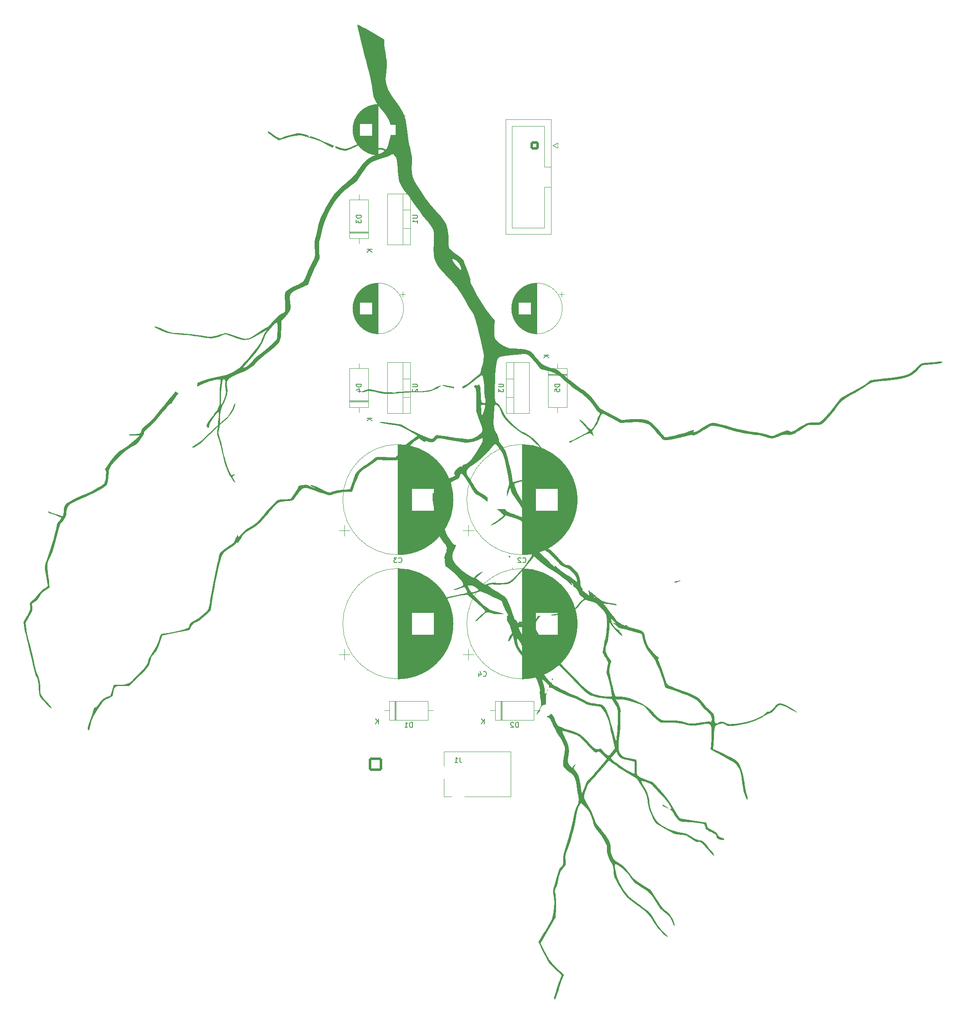
<source format=gbo>
G04 #@! TF.GenerationSoftware,KiCad,Pcbnew,(6.0.0)*
G04 #@! TF.CreationDate,2022-01-28T15:40:09+10:00*
G04 #@! TF.ProjectId,PowerSupply,506f7765-7253-4757-9070-6c792e6b6963,rev?*
G04 #@! TF.SameCoordinates,Original*
G04 #@! TF.FileFunction,Legend,Bot*
G04 #@! TF.FilePolarity,Positive*
%FSLAX46Y46*%
G04 Gerber Fmt 4.6, Leading zero omitted, Abs format (unit mm)*
G04 Created by KiCad (PCBNEW (6.0.0)) date 2022-01-28 15:40:09*
%MOMM*%
%LPD*%
G01*
G04 APERTURE LIST*
G04 Aperture macros list*
%AMRoundRect*
0 Rectangle with rounded corners*
0 $1 Rounding radius*
0 $2 $3 $4 $5 $6 $7 $8 $9 X,Y pos of 4 corners*
0 Add a 4 corners polygon primitive as box body*
4,1,4,$2,$3,$4,$5,$6,$7,$8,$9,$2,$3,0*
0 Add four circle primitives for the rounded corners*
1,1,$1+$1,$2,$3*
1,1,$1+$1,$4,$5*
1,1,$1+$1,$6,$7*
1,1,$1+$1,$8,$9*
0 Add four rect primitives between the rounded corners*
20,1,$1+$1,$2,$3,$4,$5,0*
20,1,$1+$1,$4,$5,$6,$7,0*
20,1,$1+$1,$6,$7,$8,$9,0*
20,1,$1+$1,$8,$9,$2,$3,0*%
G04 Aperture macros list end*
%ADD10C,0.150000*%
%ADD11C,0.120000*%
%ADD12R,1.800000X1.800000*%
%ADD13C,1.800000*%
%ADD14C,3.200000*%
%ADD15R,2.000000X1.905000*%
%ADD16O,2.000000X1.905000*%
%ADD17C,0.500000*%
%ADD18R,2.400000X2.400000*%
%ADD19O,2.400000X2.400000*%
%ADD20C,5.000000*%
%ADD21R,2.000000X2.000000*%
%ADD22C,2.000000*%
%ADD23RoundRect,0.250000X-1.125000X-1.125000X1.125000X-1.125000X1.125000X1.125000X-1.125000X1.125000X0*%
%ADD24C,2.750000*%
%ADD25C,1.700000*%
%ADD26RoundRect,0.250000X0.600000X0.600000X-0.600000X0.600000X-0.600000X-0.600000X0.600000X-0.600000X0*%
%ADD27R,4.000000X4.000000*%
%ADD28C,4.000000*%
%ADD29O,2.000000X2.600000*%
%ADD30O,2.600000X2.000000*%
G04 APERTURE END LIST*
D10*
X173127380Y-119238095D02*
X173936904Y-119238095D01*
X174032142Y-119285714D01*
X174079761Y-119333333D01*
X174127380Y-119428571D01*
X174127380Y-119619047D01*
X174079761Y-119714285D01*
X174032142Y-119761904D01*
X173936904Y-119809523D01*
X173127380Y-119809523D01*
X173127380Y-120190476D02*
X173127380Y-120809523D01*
X173508333Y-120476190D01*
X173508333Y-120619047D01*
X173555952Y-120714285D01*
X173603571Y-120761904D01*
X173698809Y-120809523D01*
X173936904Y-120809523D01*
X174032142Y-120761904D01*
X174079761Y-120714285D01*
X174127380Y-120619047D01*
X174127380Y-120333333D01*
X174079761Y-120238095D01*
X174032142Y-120190476D01*
X155738095Y-188372380D02*
X155738095Y-187372380D01*
X155500000Y-187372380D01*
X155357142Y-187420000D01*
X155261904Y-187515238D01*
X155214285Y-187610476D01*
X155166666Y-187800952D01*
X155166666Y-187943809D01*
X155214285Y-188134285D01*
X155261904Y-188229523D01*
X155357142Y-188324761D01*
X155500000Y-188372380D01*
X155738095Y-188372380D01*
X154214285Y-188372380D02*
X154785714Y-188372380D01*
X154500000Y-188372380D02*
X154500000Y-187372380D01*
X154595238Y-187515238D01*
X154690476Y-187610476D01*
X154785714Y-187658095D01*
X148911904Y-187652380D02*
X148911904Y-186652380D01*
X148340476Y-187652380D02*
X148769047Y-187080952D01*
X148340476Y-186652380D02*
X148911904Y-187223809D01*
X177088095Y-188372380D02*
X177088095Y-187372380D01*
X176850000Y-187372380D01*
X176707142Y-187420000D01*
X176611904Y-187515238D01*
X176564285Y-187610476D01*
X176516666Y-187800952D01*
X176516666Y-187943809D01*
X176564285Y-188134285D01*
X176611904Y-188229523D01*
X176707142Y-188324761D01*
X176850000Y-188372380D01*
X177088095Y-188372380D01*
X176135714Y-187467619D02*
X176088095Y-187420000D01*
X175992857Y-187372380D01*
X175754761Y-187372380D01*
X175659523Y-187420000D01*
X175611904Y-187467619D01*
X175564285Y-187562857D01*
X175564285Y-187658095D01*
X175611904Y-187800952D01*
X176183333Y-188372380D01*
X175564285Y-188372380D01*
X170261904Y-187652380D02*
X170261904Y-186652380D01*
X169690476Y-187652380D02*
X170119047Y-187080952D01*
X169690476Y-186652380D02*
X170261904Y-187223809D01*
X185452380Y-119261904D02*
X184452380Y-119261904D01*
X184452380Y-119500000D01*
X184500000Y-119642857D01*
X184595238Y-119738095D01*
X184690476Y-119785714D01*
X184880952Y-119833333D01*
X185023809Y-119833333D01*
X185214285Y-119785714D01*
X185309523Y-119738095D01*
X185404761Y-119642857D01*
X185452380Y-119500000D01*
X185452380Y-119261904D01*
X184452380Y-120738095D02*
X184452380Y-120261904D01*
X184928571Y-120214285D01*
X184880952Y-120261904D01*
X184833333Y-120357142D01*
X184833333Y-120595238D01*
X184880952Y-120690476D01*
X184928571Y-120738095D01*
X185023809Y-120785714D01*
X185261904Y-120785714D01*
X185357142Y-120738095D01*
X185404761Y-120690476D01*
X185452380Y-120595238D01*
X185452380Y-120357142D01*
X185404761Y-120261904D01*
X185357142Y-120214285D01*
X183252380Y-113388095D02*
X182252380Y-113388095D01*
X183252380Y-113959523D02*
X182680952Y-113530952D01*
X182252380Y-113959523D02*
X182823809Y-113388095D01*
X145452380Y-85261904D02*
X144452380Y-85261904D01*
X144452380Y-85500000D01*
X144500000Y-85642857D01*
X144595238Y-85738095D01*
X144690476Y-85785714D01*
X144880952Y-85833333D01*
X145023809Y-85833333D01*
X145214285Y-85785714D01*
X145309523Y-85738095D01*
X145404761Y-85642857D01*
X145452380Y-85500000D01*
X145452380Y-85261904D01*
X144452380Y-86166666D02*
X144452380Y-86785714D01*
X144833333Y-86452380D01*
X144833333Y-86595238D01*
X144880952Y-86690476D01*
X144928571Y-86738095D01*
X145023809Y-86785714D01*
X145261904Y-86785714D01*
X145357142Y-86738095D01*
X145404761Y-86690476D01*
X145452380Y-86595238D01*
X145452380Y-86309523D01*
X145404761Y-86214285D01*
X145357142Y-86166666D01*
X147652380Y-92088095D02*
X146652380Y-92088095D01*
X147652380Y-92659523D02*
X147080952Y-92230952D01*
X146652380Y-92659523D02*
X147223809Y-92088095D01*
X170046665Y-178017142D02*
X170094284Y-178064761D01*
X170237141Y-178112380D01*
X170332379Y-178112380D01*
X170475237Y-178064761D01*
X170570475Y-177969523D01*
X170618094Y-177874285D01*
X170665713Y-177683809D01*
X170665713Y-177540952D01*
X170618094Y-177350476D01*
X170570475Y-177255238D01*
X170475237Y-177160000D01*
X170332379Y-177112380D01*
X170237141Y-177112380D01*
X170094284Y-177160000D01*
X170046665Y-177207619D01*
X169189522Y-177445714D02*
X169189522Y-178112380D01*
X169427618Y-177064761D02*
X169665713Y-177779047D01*
X169046665Y-177779047D01*
X145452380Y-119261904D02*
X144452380Y-119261904D01*
X144452380Y-119500000D01*
X144500000Y-119642857D01*
X144595238Y-119738095D01*
X144690476Y-119785714D01*
X144880952Y-119833333D01*
X145023809Y-119833333D01*
X145214285Y-119785714D01*
X145309523Y-119738095D01*
X145404761Y-119642857D01*
X145452380Y-119500000D01*
X145452380Y-119261904D01*
X144785714Y-120690476D02*
X145452380Y-120690476D01*
X144404761Y-120452380D02*
X145119047Y-120214285D01*
X145119047Y-120833333D01*
X147652380Y-126088095D02*
X146652380Y-126088095D01*
X147652380Y-126659523D02*
X147080952Y-126230952D01*
X146652380Y-126659523D02*
X147223809Y-126088095D01*
X153008834Y-155107142D02*
X153056453Y-155154761D01*
X153199310Y-155202380D01*
X153294548Y-155202380D01*
X153437406Y-155154761D01*
X153532644Y-155059523D01*
X153580263Y-154964285D01*
X153627882Y-154773809D01*
X153627882Y-154630952D01*
X153580263Y-154440476D01*
X153532644Y-154345238D01*
X153437406Y-154250000D01*
X153294548Y-154202380D01*
X153199310Y-154202380D01*
X153056453Y-154250000D01*
X153008834Y-154297619D01*
X152675501Y-154202380D02*
X152056453Y-154202380D01*
X152389787Y-154583333D01*
X152246929Y-154583333D01*
X152151691Y-154630952D01*
X152104072Y-154678571D01*
X152056453Y-154773809D01*
X152056453Y-155011904D01*
X152104072Y-155107142D01*
X152151691Y-155154761D01*
X152246929Y-155202380D01*
X152532644Y-155202380D01*
X152627882Y-155154761D01*
X152675501Y-155107142D01*
X165333333Y-194452380D02*
X165333333Y-195166666D01*
X165380952Y-195309523D01*
X165476190Y-195404761D01*
X165619047Y-195452380D01*
X165714285Y-195452380D01*
X164333333Y-195452380D02*
X164904761Y-195452380D01*
X164619047Y-195452380D02*
X164619047Y-194452380D01*
X164714285Y-194595238D01*
X164809523Y-194690476D01*
X164904761Y-194738095D01*
X155777380Y-119238095D02*
X156586904Y-119238095D01*
X156682142Y-119285714D01*
X156729761Y-119333333D01*
X156777380Y-119428571D01*
X156777380Y-119619047D01*
X156729761Y-119714285D01*
X156682142Y-119761904D01*
X156586904Y-119809523D01*
X155777380Y-119809523D01*
X155872619Y-120238095D02*
X155825000Y-120285714D01*
X155777380Y-120380952D01*
X155777380Y-120619047D01*
X155825000Y-120714285D01*
X155872619Y-120761904D01*
X155967857Y-120809523D01*
X156063095Y-120809523D01*
X156205952Y-120761904D01*
X156777380Y-120190476D01*
X156777380Y-120809523D01*
X178008834Y-155107142D02*
X178056453Y-155154761D01*
X178199310Y-155202380D01*
X178294548Y-155202380D01*
X178437406Y-155154761D01*
X178532644Y-155059523D01*
X178580263Y-154964285D01*
X178627882Y-154773809D01*
X178627882Y-154630952D01*
X178580263Y-154440476D01*
X178532644Y-154345238D01*
X178437406Y-154250000D01*
X178294548Y-154202380D01*
X178199310Y-154202380D01*
X178056453Y-154250000D01*
X178008834Y-154297619D01*
X177627882Y-154297619D02*
X177580263Y-154250000D01*
X177485025Y-154202380D01*
X177246929Y-154202380D01*
X177151691Y-154250000D01*
X177104072Y-154297619D01*
X177056453Y-154392857D01*
X177056453Y-154488095D01*
X177104072Y-154630952D01*
X177675501Y-155202380D01*
X177056453Y-155202380D01*
X155777380Y-85238095D02*
X156586904Y-85238095D01*
X156682142Y-85285714D01*
X156729761Y-85333333D01*
X156777380Y-85428571D01*
X156777380Y-85619047D01*
X156729761Y-85714285D01*
X156682142Y-85761904D01*
X156586904Y-85809523D01*
X155777380Y-85809523D01*
X156777380Y-86809523D02*
X156777380Y-86238095D01*
X156777380Y-86523809D02*
X155777380Y-86523809D01*
X155920238Y-86428571D01*
X156015476Y-86333333D01*
X156063095Y-86238095D01*
G36*
X120087899Y-123133885D02*
G01*
X120041261Y-123416577D01*
X119875481Y-123965293D01*
X119691685Y-124430110D01*
X119290774Y-125137485D01*
X118721262Y-125858033D01*
X117949267Y-126632585D01*
X116940911Y-127501971D01*
X116463607Y-127905401D01*
X115652304Y-128632822D01*
X114842847Y-129399894D01*
X114154741Y-130095381D01*
X114073891Y-130180892D01*
X113492453Y-130777862D01*
X113008728Y-131220836D01*
X112534186Y-131577192D01*
X111980300Y-131914301D01*
X111258541Y-132299541D01*
X110775191Y-132553716D01*
X110188584Y-132887176D01*
X109782991Y-133166387D01*
X109499802Y-133433785D01*
X109280405Y-133731805D01*
X109186157Y-133875103D01*
X108905868Y-134228790D01*
X108694469Y-134387653D01*
X108592059Y-134317568D01*
X108622162Y-134232245D01*
X108774028Y-133948710D01*
X109012968Y-133551648D01*
X109015222Y-133548057D01*
X109282672Y-133173578D01*
X109593987Y-132874268D01*
X110028244Y-132587919D01*
X110664516Y-132252319D01*
X111396496Y-131873001D01*
X112213201Y-131391894D01*
X112936744Y-130874797D01*
X113659723Y-130253885D01*
X114474734Y-129461330D01*
X114792504Y-129146636D01*
X115510349Y-128466006D01*
X116257832Y-127788737D01*
X116916590Y-127223314D01*
X116918907Y-127221406D01*
X117676303Y-126585976D01*
X118239302Y-126075287D01*
X118655314Y-125632842D01*
X118971749Y-125202140D01*
X119236018Y-124726683D01*
X119495528Y-124149973D01*
X119639218Y-123820598D01*
X119874253Y-123342032D01*
X120028022Y-123111082D01*
X120087899Y-123133885D01*
G37*
G36*
X175999401Y-156283177D02*
G01*
X176014761Y-156491658D01*
X175957119Y-156482536D01*
X175925569Y-156418606D01*
X175891484Y-156110302D01*
X175938731Y-156075930D01*
X175999401Y-156283177D01*
G37*
G36*
X209892024Y-158842442D02*
G01*
X209654139Y-158946218D01*
X209267458Y-159098079D01*
X208981038Y-159187491D01*
X208795000Y-159192402D01*
X208611884Y-159129995D01*
X208559638Y-159058775D01*
X208766469Y-158977491D01*
X209259509Y-158884839D01*
X209667336Y-158824089D01*
X209904984Y-158803064D01*
X209892024Y-158842442D01*
G37*
G36*
X175354971Y-153816212D02*
G01*
X175468630Y-154006223D01*
X175465957Y-154116353D01*
X175344440Y-154172583D01*
X175298404Y-154149278D01*
X175154617Y-153966710D01*
X175153017Y-153932717D01*
X175278806Y-153800349D01*
X175354971Y-153816212D01*
G37*
G36*
X184127951Y-178600361D02*
G01*
X184092882Y-178818976D01*
X184020045Y-178901622D01*
X183890813Y-178866587D01*
X183870527Y-178819143D01*
X183877733Y-178586863D01*
X183898357Y-178559795D01*
X184079801Y-178539251D01*
X184127951Y-178600361D01*
G37*
G36*
X206405037Y-204030626D02*
G01*
X206842283Y-204276571D01*
X207193746Y-204492179D01*
X207389310Y-204628831D01*
X207354070Y-204650666D01*
X207105134Y-204577253D01*
X206711304Y-204445032D01*
X206434421Y-204329418D01*
X206288751Y-204213597D01*
X206188590Y-204048086D01*
X206194347Y-203959945D01*
X206405037Y-204030626D01*
G37*
G36*
X172163272Y-127661313D02*
G01*
X172178069Y-127778977D01*
X172354082Y-128496702D01*
X172638058Y-129038437D01*
X172753683Y-129205103D01*
X172974746Y-129629911D01*
X173141590Y-130079303D01*
X173222171Y-130457635D01*
X173184445Y-130669260D01*
X173196430Y-130746661D01*
X173354566Y-130997598D01*
X173635911Y-131346075D01*
X173807994Y-131551620D01*
X174169079Y-132034138D01*
X174432406Y-132451850D01*
X174546222Y-132719182D01*
X174733914Y-133284931D01*
X174951973Y-134041776D01*
X175184874Y-134929938D01*
X175417091Y-135889630D01*
X175633096Y-136861069D01*
X175817362Y-137784472D01*
X176046387Y-139018478D01*
X177056599Y-138747792D01*
X178066810Y-138477106D01*
X178143503Y-137880364D01*
X178194670Y-137521616D01*
X178278771Y-137218197D01*
X178428778Y-137052054D01*
X178700207Y-136928233D01*
X178900864Y-136855771D01*
X178962342Y-136877442D01*
X178791614Y-137078575D01*
X178722673Y-137171988D01*
X178543095Y-137568467D01*
X178418316Y-138055353D01*
X178306471Y-138746632D01*
X177503394Y-138923761D01*
X176924281Y-139054387D01*
X176519892Y-139185885D01*
X176326117Y-139363299D01*
X176319911Y-139644707D01*
X176478230Y-140088183D01*
X176778029Y-140751805D01*
X176886673Y-140981490D01*
X177309651Y-141790085D01*
X177788614Y-142611097D01*
X178239424Y-143297938D01*
X178410983Y-143542006D01*
X178769420Y-144081862D01*
X179044775Y-144537441D01*
X179188122Y-144829746D01*
X179229929Y-144927792D01*
X179440341Y-145295018D01*
X179766105Y-145787809D01*
X180156429Y-146327589D01*
X180200004Y-146385412D01*
X180653926Y-147021141D01*
X180932630Y-147520801D01*
X181060827Y-147967010D01*
X181063224Y-148442381D01*
X181005480Y-148785917D01*
X180964531Y-149029532D01*
X180865779Y-149585325D01*
X180784659Y-150229324D01*
X180737784Y-150829330D01*
X180731571Y-151300805D01*
X180772440Y-151559209D01*
X180782377Y-151571508D01*
X180995028Y-151679878D01*
X181411313Y-151823664D01*
X181952776Y-151975218D01*
X182000617Y-151987401D01*
X182589696Y-152158526D01*
X183085004Y-152362928D01*
X183543473Y-152640854D01*
X184022034Y-153032551D01*
X184577622Y-153578266D01*
X185267165Y-154318245D01*
X185622659Y-154706456D01*
X186034696Y-155141959D01*
X186328105Y-155416426D01*
X186553106Y-155568885D01*
X186759922Y-155638359D01*
X186998773Y-155663879D01*
X187060763Y-155668218D01*
X187412181Y-155734383D01*
X187730770Y-155907723D01*
X188132820Y-156248154D01*
X188542777Y-156652917D01*
X189113876Y-157396340D01*
X189454787Y-158178898D01*
X189605779Y-159077956D01*
X189640178Y-159406845D01*
X189651214Y-159512354D01*
X189768047Y-160020964D01*
X189929978Y-160268966D01*
X190053363Y-160382490D01*
X190076739Y-160592726D01*
X190097762Y-160756403D01*
X190319965Y-161040139D01*
X190702910Y-161368933D01*
X191190429Y-161687568D01*
X191519323Y-161873859D01*
X191334621Y-161327336D01*
X191300549Y-161221404D01*
X191223166Y-160899195D01*
X191234143Y-160758245D01*
X191293672Y-160785972D01*
X191541481Y-160970462D01*
X191928133Y-161290826D01*
X192400593Y-161704058D01*
X193133949Y-162306042D01*
X193990815Y-162835508D01*
X194886448Y-163174155D01*
X195915293Y-163366665D01*
X195965610Y-163372836D01*
X196492240Y-163462422D01*
X196845047Y-163568290D01*
X196981902Y-163672960D01*
X196860676Y-163758949D01*
X196795370Y-163765470D01*
X196459068Y-163741843D01*
X195941972Y-163669538D01*
X195326199Y-163559241D01*
X195019164Y-163501496D01*
X194628796Y-163440158D01*
X194548820Y-163427592D01*
X194269674Y-163405232D01*
X194234003Y-163440119D01*
X194352544Y-163551238D01*
X194629488Y-163873216D01*
X194998949Y-164340518D01*
X195413880Y-164895130D01*
X195432030Y-164920021D01*
X196011515Y-165701412D01*
X196471154Y-166285200D01*
X196857249Y-166724127D01*
X197216106Y-167070934D01*
X197594025Y-167378358D01*
X197964617Y-167626475D01*
X198356737Y-167817724D01*
X198639429Y-167879057D01*
X198745127Y-167786516D01*
X198745563Y-167776944D01*
X198851274Y-167769255D01*
X199087307Y-167935317D01*
X199310985Y-168081082D01*
X199824855Y-168299727D01*
X200476647Y-168492157D01*
X201041606Y-168627359D01*
X201634484Y-168780132D01*
X202029396Y-168928478D01*
X202280720Y-169118881D01*
X202442833Y-169397826D01*
X202570113Y-169811800D01*
X202716941Y-170407288D01*
X202878858Y-171007764D01*
X203103360Y-171636560D01*
X203382192Y-172160618D01*
X203766942Y-172692203D01*
X204182367Y-173175716D01*
X204667419Y-173672276D01*
X205085311Y-174035798D01*
X205314932Y-174216047D01*
X205512110Y-174401588D01*
X205508506Y-174457268D01*
X205409146Y-174445195D01*
X205271485Y-174525436D01*
X205308211Y-174791111D01*
X205519748Y-175272721D01*
X205667880Y-175615829D01*
X205887365Y-176206825D01*
X206130714Y-176925741D01*
X206367289Y-177685374D01*
X206535707Y-178222194D01*
X206794259Y-178936638D01*
X207031272Y-179464746D01*
X207224229Y-179752206D01*
X207228365Y-179755909D01*
X207511622Y-179928734D01*
X208021766Y-180166239D01*
X208699106Y-180442548D01*
X209483950Y-180731786D01*
X210307389Y-181030527D01*
X211153694Y-181355047D01*
X211912088Y-181662213D01*
X212483108Y-181912855D01*
X212589650Y-181963302D01*
X213129168Y-182236958D01*
X213501400Y-182484614D01*
X213803667Y-182782608D01*
X214133287Y-183207279D01*
X214410181Y-183563546D01*
X214869175Y-184093789D01*
X215284623Y-184513534D01*
X215773359Y-184958002D01*
X216190880Y-185363009D01*
X216447642Y-185671764D01*
X216580114Y-185940995D01*
X216624763Y-186227430D01*
X216618056Y-186587800D01*
X216615799Y-186959585D01*
X216693236Y-187325178D01*
X216887633Y-187529817D01*
X217103883Y-187606854D01*
X217284006Y-187551690D01*
X217284663Y-187550568D01*
X217483631Y-187400626D01*
X217833283Y-187257787D01*
X218024767Y-187214562D01*
X218419538Y-187246755D01*
X218899437Y-187469275D01*
X219120217Y-187587065D01*
X219427464Y-187696274D01*
X219788883Y-187736286D01*
X220285821Y-187713494D01*
X220999626Y-187634290D01*
X221501537Y-187566741D01*
X222945379Y-187308001D01*
X224226170Y-186979643D01*
X225297968Y-186594846D01*
X226114828Y-186166792D01*
X226539088Y-185868637D01*
X226904283Y-185575562D01*
X227094550Y-185375996D01*
X227227632Y-185254697D01*
X227533606Y-185210880D01*
X227741314Y-185189200D01*
X228115061Y-184979580D01*
X228507988Y-184616527D01*
X228841258Y-184163210D01*
X228945338Y-184003562D01*
X229308874Y-183674573D01*
X229779925Y-183553950D01*
X230384033Y-183644072D01*
X231146736Y-183947318D01*
X232093573Y-184466065D01*
X232511356Y-184723690D01*
X232976164Y-185032516D01*
X233281600Y-185263994D01*
X233376271Y-185381450D01*
X233325142Y-185387146D01*
X233062908Y-185292777D01*
X232634832Y-185085149D01*
X232101559Y-184792294D01*
X231250881Y-184328495D01*
X230545251Y-184020596D01*
X229999454Y-183897563D01*
X229574385Y-183957224D01*
X229230939Y-184197403D01*
X228930014Y-184615927D01*
X228653656Y-184988568D01*
X228123714Y-185424070D01*
X227547773Y-185652340D01*
X227297257Y-185745217D01*
X226873994Y-185967632D01*
X226392537Y-186265060D01*
X226193202Y-186393302D01*
X224801697Y-187098544D01*
X223188123Y-187624100D01*
X221376469Y-187961856D01*
X220926806Y-188017643D01*
X220274276Y-188086583D01*
X219814850Y-188105297D01*
X219479318Y-188069831D01*
X219198466Y-187976230D01*
X218903085Y-187820540D01*
X218876690Y-187805358D01*
X218454566Y-187595261D01*
X218153758Y-187548904D01*
X217860925Y-187647466D01*
X217518835Y-187797694D01*
X217095762Y-187939388D01*
X217086692Y-187942426D01*
X216991260Y-187970074D01*
X216872236Y-188039926D01*
X216784154Y-188181839D01*
X216716630Y-188441729D01*
X216659277Y-188865518D01*
X216601716Y-189499121D01*
X216533559Y-190388459D01*
X216358433Y-192739387D01*
X217372582Y-193197098D01*
X218312937Y-193626102D01*
X219292373Y-194088901D01*
X220048866Y-194470281D01*
X220614880Y-194787596D01*
X221022878Y-195058203D01*
X221305325Y-195299453D01*
X221452207Y-195467494D01*
X221827433Y-196110762D01*
X222160089Y-197024588D01*
X222453367Y-198218980D01*
X222710460Y-199703943D01*
X222712825Y-199720009D01*
X222839016Y-200492754D01*
X222975980Y-201196963D01*
X223107359Y-201755501D01*
X223216793Y-202091232D01*
X223236445Y-202135309D01*
X223339243Y-202525329D01*
X223307043Y-202816641D01*
X223271943Y-202871539D01*
X223176620Y-202909658D01*
X223058658Y-202742878D01*
X222882108Y-202330037D01*
X222827101Y-202187923D01*
X222710702Y-201850316D01*
X222608256Y-201476190D01*
X222509208Y-201012875D01*
X222403005Y-200407698D01*
X222279092Y-199607985D01*
X222126916Y-198561067D01*
X222053695Y-198095298D01*
X221896542Y-197389868D01*
X221688027Y-196834367D01*
X221395429Y-196328953D01*
X221299397Y-196186869D01*
X221121997Y-195940902D01*
X220936605Y-195732458D01*
X220700419Y-195530950D01*
X220370635Y-195305797D01*
X219904453Y-195026411D01*
X219259069Y-194662211D01*
X218391681Y-194182608D01*
X215911637Y-192814746D01*
X216021295Y-190955005D01*
X216076505Y-189891456D01*
X216091167Y-189025504D01*
X216043627Y-188399826D01*
X215916611Y-187983143D01*
X215692843Y-187744173D01*
X215355050Y-187651640D01*
X214885958Y-187674260D01*
X214268290Y-187780755D01*
X213421444Y-187932982D01*
X212653004Y-188017679D01*
X211966601Y-188010396D01*
X211252917Y-187909191D01*
X210402633Y-187712124D01*
X209748897Y-187562166D01*
X208695534Y-187422723D01*
X207612660Y-187426078D01*
X207357358Y-187439004D01*
X206716243Y-187452512D01*
X206186817Y-187438025D01*
X205863915Y-187397114D01*
X205814329Y-187379011D01*
X205481069Y-187171313D01*
X205018654Y-186798753D01*
X204483301Y-186314033D01*
X203931225Y-185769855D01*
X203418644Y-185218920D01*
X203001775Y-184713932D01*
X202898349Y-184578135D01*
X202693710Y-184336631D01*
X202474764Y-184153062D01*
X202174127Y-183986883D01*
X201724415Y-183797548D01*
X201058243Y-183544514D01*
X200598951Y-183377875D01*
X199373512Y-183000627D01*
X198318933Y-182792012D01*
X197383374Y-182740690D01*
X197083592Y-182748592D01*
X196780266Y-182756587D01*
X197223384Y-183515856D01*
X197458512Y-183972618D01*
X197682810Y-184581641D01*
X197777171Y-185101639D01*
X197721003Y-185452472D01*
X197710549Y-185479978D01*
X197681162Y-185756889D01*
X197676662Y-186230775D01*
X197698449Y-186817130D01*
X197701797Y-186881670D01*
X197704933Y-187661529D01*
X197658110Y-188541817D01*
X197570370Y-189344120D01*
X197477964Y-190011296D01*
X197355158Y-191230696D01*
X197346235Y-191501165D01*
X197322150Y-192231249D01*
X197379188Y-192989734D01*
X197395623Y-193044750D01*
X197526517Y-193482930D01*
X197571266Y-193557231D01*
X197884182Y-193916777D01*
X198296151Y-194245432D01*
X198710502Y-194475340D01*
X199030566Y-194538649D01*
X199178218Y-194539603D01*
X199564228Y-194585413D01*
X200060079Y-194670664D01*
X200904861Y-194835382D01*
X200972570Y-195293204D01*
X200993971Y-195511467D01*
X201010742Y-196031052D01*
X200999908Y-196600616D01*
X200986093Y-196933260D01*
X200992612Y-197487481D01*
X201080961Y-197894157D01*
X201252622Y-198143159D01*
X201292463Y-198200950D01*
X201668440Y-198455514D01*
X202250216Y-198705508D01*
X203079112Y-198998591D01*
X204296275Y-199414938D01*
X205869077Y-201209121D01*
X206367220Y-201793180D01*
X207081777Y-202689983D01*
X207684361Y-203519559D01*
X208121741Y-204210975D01*
X208221845Y-204387751D01*
X208596087Y-205034082D01*
X208956621Y-205637793D01*
X209237385Y-206087747D01*
X209673169Y-206756848D01*
X212367228Y-207167333D01*
X215061287Y-207577819D01*
X215160887Y-208104890D01*
X215190759Y-208250668D01*
X215274411Y-208485323D01*
X215439061Y-208670555D01*
X215748884Y-208865813D01*
X216268052Y-209130546D01*
X216784050Y-209396950D01*
X217108859Y-209605398D01*
X217279327Y-209793946D01*
X217358338Y-210013521D01*
X217497226Y-210304403D01*
X217852480Y-210539741D01*
X218459107Y-210689571D01*
X218625498Y-210751128D01*
X218625336Y-210930818D01*
X218475387Y-211019192D01*
X218123144Y-211040119D01*
X217696116Y-210969773D01*
X217309749Y-210818050D01*
X217177168Y-210666048D01*
X217086431Y-210336192D01*
X217081754Y-210262441D01*
X217028578Y-210085007D01*
X216871408Y-209925440D01*
X216552569Y-209737379D01*
X216014383Y-209474464D01*
X215662990Y-209306251D01*
X215260920Y-209093688D01*
X215031559Y-208916954D01*
X214910827Y-208720293D01*
X214834644Y-208447948D01*
X214821399Y-208393428D01*
X214690998Y-208028029D01*
X214548007Y-207826919D01*
X214450377Y-207799208D01*
X214092060Y-207740286D01*
X213543939Y-207669005D01*
X212874420Y-207592352D01*
X212151906Y-207517308D01*
X211444806Y-207450854D01*
X210821519Y-207399975D01*
X210350453Y-207371653D01*
X210100012Y-207372869D01*
X209910250Y-207336205D01*
X209553142Y-207111178D01*
X209153330Y-206743080D01*
X208779843Y-206298021D01*
X208501708Y-205842109D01*
X208416743Y-205677879D01*
X208144892Y-205274393D01*
X207884862Y-205024756D01*
X207700523Y-204881374D01*
X207797798Y-204828144D01*
X207963320Y-204781621D01*
X207938683Y-204584125D01*
X207794014Y-204284720D01*
X207350967Y-203622499D01*
X206665779Y-202784120D01*
X205737510Y-201768380D01*
X205684312Y-201712339D01*
X205165627Y-201158380D01*
X204718242Y-200667696D01*
X204388380Y-200291728D01*
X204222259Y-200081918D01*
X204175060Y-200020243D01*
X203812779Y-199767809D01*
X203675724Y-199711221D01*
X203162084Y-199499148D01*
X203071287Y-199467393D01*
X202471101Y-199262016D01*
X202100233Y-199170694D01*
X201941514Y-199223853D01*
X201977772Y-199451916D01*
X202191840Y-199885307D01*
X202566548Y-200554452D01*
X202725101Y-200839039D01*
X203074629Y-201513829D01*
X203298136Y-202056170D01*
X203427601Y-202553502D01*
X203495000Y-203093267D01*
X203551286Y-203594339D01*
X203802276Y-204752796D01*
X204197144Y-205840905D01*
X204707543Y-206801043D01*
X205305125Y-207575586D01*
X205961540Y-208106911D01*
X206405863Y-208351056D01*
X207366852Y-208810307D01*
X208332328Y-209191988D01*
X209217962Y-209464526D01*
X209939430Y-209596346D01*
X210090713Y-209610104D01*
X210533830Y-209677014D01*
X210929482Y-209803220D01*
X211375944Y-210026923D01*
X211971493Y-210386333D01*
X212212465Y-210533686D01*
X212691073Y-210802596D01*
X213034418Y-210961620D01*
X213184162Y-210982095D01*
X213203634Y-210954946D01*
X213287843Y-210991347D01*
X213292592Y-211002395D01*
X213476473Y-211093917D01*
X213828512Y-211144266D01*
X213884995Y-211147323D01*
X214148287Y-211186987D01*
X214377625Y-211298421D01*
X214623500Y-211526534D01*
X214936407Y-211916236D01*
X215366840Y-212512432D01*
X215471547Y-212655493D01*
X215745663Y-212990779D01*
X215942515Y-213178429D01*
X215978809Y-213205593D01*
X216194012Y-213447550D01*
X216440561Y-213807818D01*
X216593918Y-214090407D01*
X216610565Y-214225651D01*
X216461530Y-214153287D01*
X216162903Y-213885971D01*
X215730778Y-213436362D01*
X215181245Y-212817121D01*
X214817532Y-212398245D01*
X214376164Y-211912085D01*
X214056881Y-211607971D01*
X213817641Y-211453844D01*
X213616401Y-211417645D01*
X213411114Y-211467312D01*
X213366894Y-211481673D01*
X213178901Y-211490251D01*
X212928145Y-211399991D01*
X212555017Y-211183226D01*
X211999905Y-210812286D01*
X211970831Y-210792328D01*
X211437200Y-210433546D01*
X211048803Y-210210028D01*
X210707491Y-210085407D01*
X210315109Y-210023318D01*
X209773507Y-209987394D01*
X209501237Y-209971964D01*
X209121748Y-209937995D01*
X208794850Y-209873527D01*
X208457670Y-209754393D01*
X208047333Y-209556421D01*
X207500964Y-209255442D01*
X206755692Y-208827285D01*
X204850118Y-207727102D01*
X204327972Y-206767358D01*
X204024875Y-206162195D01*
X203683286Y-205354258D01*
X203410427Y-204567576D01*
X203233527Y-203882502D01*
X203179815Y-203379389D01*
X203171893Y-203046843D01*
X202987786Y-202203756D01*
X202567607Y-201224161D01*
X201904679Y-200090841D01*
X201003470Y-198697628D01*
X199109251Y-197578115D01*
X198977562Y-197499857D01*
X198202038Y-197023776D01*
X197448940Y-196538762D01*
X196798473Y-196097510D01*
X196330840Y-195752713D01*
X196252811Y-195690639D01*
X195836093Y-195367222D01*
X195531414Y-195144161D01*
X195400076Y-195066641D01*
X195365288Y-195098877D01*
X195165131Y-195313971D01*
X194821126Y-195695514D01*
X194369556Y-196202258D01*
X193846709Y-196792954D01*
X193288871Y-197426352D01*
X192732326Y-198061205D01*
X192213363Y-198656264D01*
X191768266Y-199170280D01*
X191433323Y-199562005D01*
X191244818Y-199790189D01*
X191027745Y-200167070D01*
X190788174Y-200757791D01*
X190578021Y-201427439D01*
X190432937Y-202061325D01*
X190388572Y-202544757D01*
X190408933Y-202647729D01*
X190564904Y-203023021D01*
X190839410Y-203528242D01*
X191190964Y-204083813D01*
X191200403Y-204097749D01*
X191879271Y-205281994D01*
X192381426Y-206528078D01*
X192517179Y-206941707D01*
X192730242Y-207480901D01*
X192984171Y-207940682D01*
X193336559Y-208418848D01*
X193845005Y-209013196D01*
X193998598Y-209189369D01*
X194752889Y-210146193D01*
X195303071Y-211017350D01*
X195633627Y-211775018D01*
X195729043Y-212391378D01*
X195723456Y-212552041D01*
X195775558Y-213408763D01*
X195949861Y-214183956D01*
X196224463Y-214772362D01*
X196312231Y-214886091D01*
X196802956Y-215332636D01*
X197536432Y-215812414D01*
X197988611Y-216087243D01*
X198430718Y-216420203D01*
X198811565Y-216819274D01*
X199237258Y-217382405D01*
X199612307Y-217900580D01*
X200046000Y-218455963D01*
X200450917Y-218890616D01*
X200899994Y-219272041D01*
X201466164Y-219667740D01*
X202222363Y-220145218D01*
X203768601Y-221100431D01*
X205062652Y-223097572D01*
X205368480Y-223566330D01*
X205819220Y-224234912D01*
X206172044Y-224714749D01*
X206464163Y-225051147D01*
X206732785Y-225289413D01*
X207015124Y-225474852D01*
X207319981Y-225669367D01*
X207619163Y-225943045D01*
X207885713Y-226326624D01*
X208190336Y-226906224D01*
X208235719Y-227000373D01*
X208459244Y-227531313D01*
X208593893Y-227971074D01*
X208611926Y-228232398D01*
X208604466Y-228253040D01*
X208528767Y-228344548D01*
X208430311Y-228210152D01*
X208282639Y-227816426D01*
X208136870Y-227422531D01*
X207773986Y-226722255D01*
X207279513Y-226138543D01*
X206574936Y-225568022D01*
X206426048Y-225459572D01*
X206009126Y-225118918D01*
X205664148Y-224749819D01*
X205322764Y-224271254D01*
X204916629Y-223602198D01*
X204885279Y-223548539D01*
X204364188Y-222707596D01*
X203877790Y-222059675D01*
X203348364Y-221525751D01*
X202698185Y-221026799D01*
X201849530Y-220483798D01*
X201257318Y-220120869D01*
X200823983Y-219831530D01*
X200495574Y-219558469D01*
X200203129Y-219235258D01*
X199877685Y-218795465D01*
X199450281Y-218172662D01*
X199137756Y-217732598D01*
X198740638Y-217265495D01*
X198289871Y-216872803D01*
X197677237Y-216449336D01*
X197187767Y-216133181D01*
X196842941Y-215945542D01*
X196654751Y-215943247D01*
X196592044Y-216155129D01*
X196623670Y-216610024D01*
X196718478Y-217336764D01*
X196724894Y-217383143D01*
X196995227Y-218459085D01*
X197518728Y-219675677D01*
X198298529Y-221040263D01*
X198509897Y-221366091D01*
X198829251Y-221808522D01*
X199178281Y-222212345D01*
X199601303Y-222618930D01*
X200142637Y-223069642D01*
X200846600Y-223605848D01*
X201757510Y-224268915D01*
X201784807Y-224288551D01*
X202512115Y-224816794D01*
X203061330Y-225241479D01*
X203487032Y-225623684D01*
X203843800Y-226024485D01*
X204186210Y-226504961D01*
X204568844Y-227126187D01*
X205046281Y-227949242D01*
X205155066Y-228133577D01*
X205773837Y-228998266D01*
X206513194Y-229717404D01*
X206737208Y-229908921D01*
X207091882Y-230252734D01*
X207268430Y-230483019D01*
X207259454Y-230573225D01*
X207057549Y-230496800D01*
X206655315Y-230227196D01*
X206031082Y-229691929D01*
X205121133Y-228645160D01*
X204235889Y-227301540D01*
X204197124Y-227235633D01*
X203837989Y-226669199D01*
X203458902Y-226173135D01*
X203012402Y-225701581D01*
X202451035Y-225208676D01*
X201727340Y-224648559D01*
X200793859Y-223975368D01*
X200484361Y-223755832D01*
X199800715Y-223255289D01*
X199282472Y-222831297D01*
X198867243Y-222416806D01*
X198492636Y-221944763D01*
X198096260Y-221348117D01*
X197615726Y-220559816D01*
X197378919Y-220163668D01*
X196987664Y-219492562D01*
X196716605Y-218980138D01*
X196540091Y-218559349D01*
X196432475Y-218163150D01*
X196368104Y-217724493D01*
X196321331Y-217176332D01*
X196247936Y-216577673D01*
X196064846Y-215977357D01*
X195734238Y-215404986D01*
X195595948Y-215184772D01*
X195230763Y-214343079D01*
X195014640Y-213408402D01*
X194985806Y-212527695D01*
X194955024Y-212245977D01*
X194746113Y-211697528D01*
X194365856Y-211008135D01*
X193838697Y-210220640D01*
X193189070Y-209377888D01*
X192833464Y-208915471D01*
X192528476Y-208409048D01*
X192290512Y-207831579D01*
X192063999Y-207069014D01*
X191915686Y-206567678D01*
X191493971Y-205564551D01*
X190919318Y-204719689D01*
X190132935Y-203937757D01*
X189704724Y-203570408D01*
X189353854Y-204178132D01*
X189230439Y-204430527D01*
X189019212Y-205052551D01*
X188883478Y-205715432D01*
X188879040Y-205749626D01*
X188727494Y-206707783D01*
X188513855Y-207784401D01*
X188254095Y-208919949D01*
X187964185Y-210054896D01*
X187660095Y-211129706D01*
X187357797Y-212084847D01*
X187073262Y-212860786D01*
X186822461Y-213397991D01*
X186640403Y-213821749D01*
X186579673Y-214567165D01*
X186589416Y-214660102D01*
X186645402Y-215191832D01*
X186692596Y-215636820D01*
X186701706Y-215755646D01*
X186667653Y-216025232D01*
X186510971Y-216305341D01*
X186183881Y-216695391D01*
X185995408Y-216920883D01*
X185699975Y-217377721D01*
X185465022Y-217929134D01*
X185263998Y-218644187D01*
X185070351Y-219591946D01*
X185038330Y-219745088D01*
X184873157Y-220298335D01*
X184672875Y-220752493D01*
X184535907Y-221066979D01*
X184503151Y-221479553D01*
X184606964Y-222045482D01*
X184674614Y-222463634D01*
X184724975Y-223134835D01*
X184743897Y-223925753D01*
X184727090Y-224740141D01*
X184642012Y-226611398D01*
X183112906Y-229220163D01*
X181583798Y-231828926D01*
X182211631Y-233094561D01*
X182771587Y-234167115D01*
X183333309Y-235091687D01*
X183931360Y-235894224D01*
X184629809Y-236660261D01*
X185492719Y-237475338D01*
X186354939Y-238249786D01*
X185938762Y-239144241D01*
X185747790Y-239584709D01*
X185536417Y-240149322D01*
X185409945Y-240584693D01*
X185304766Y-240995983D01*
X185130673Y-241573379D01*
X184927459Y-242182862D01*
X184784015Y-242578414D01*
X184621134Y-242962847D01*
X184499118Y-243134314D01*
X184391903Y-243139362D01*
X184343933Y-242963502D01*
X184414059Y-242519355D01*
X184607923Y-241820673D01*
X184922775Y-240877275D01*
X185355863Y-239698983D01*
X185485120Y-239355603D01*
X185677930Y-238828282D01*
X185807435Y-238453372D01*
X185850778Y-238295689D01*
X185745302Y-238180422D01*
X185460673Y-237900999D01*
X185041080Y-237500503D01*
X184530619Y-237021496D01*
X184292460Y-236798773D01*
X183842975Y-236363615D01*
X183494750Y-235984683D01*
X183201085Y-235596344D01*
X182915281Y-235132967D01*
X182590639Y-234528920D01*
X182180457Y-233718572D01*
X181134539Y-231630434D01*
X182390212Y-229618968D01*
X182586871Y-229300408D01*
X183041202Y-228538190D01*
X183445146Y-227825873D01*
X183760763Y-227231462D01*
X183950116Y-226822960D01*
X184081679Y-226387910D01*
X184229082Y-225583932D01*
X184324765Y-224651876D01*
X184362567Y-223692346D01*
X184336321Y-222805946D01*
X184239867Y-222093281D01*
X184169140Y-221709251D01*
X184165360Y-221089937D01*
X184337519Y-220431906D01*
X184381037Y-220305405D01*
X184565623Y-219710994D01*
X184769579Y-218986854D01*
X184956160Y-218261876D01*
X185130347Y-217590277D01*
X185283467Y-217131756D01*
X185436130Y-216846051D01*
X185614554Y-216669763D01*
X185853892Y-216475181D01*
X186076312Y-216160837D01*
X186167613Y-215734940D01*
X186159738Y-215105861D01*
X186154114Y-214827690D01*
X186186865Y-214420101D01*
X186275530Y-213923308D01*
X186431079Y-213288251D01*
X186664479Y-212465869D01*
X186986699Y-211407108D01*
X187149613Y-210879947D01*
X187462858Y-209844546D01*
X187707038Y-208991140D01*
X187900494Y-208246653D01*
X188061565Y-207538015D01*
X188208593Y-206792153D01*
X188359919Y-205935995D01*
X188444030Y-205537131D01*
X188614225Y-204960006D01*
X188797355Y-204530041D01*
X188814128Y-204500389D01*
X189182566Y-203678622D01*
X189304436Y-202922835D01*
X189193704Y-202149133D01*
X189070795Y-201594887D01*
X188954062Y-200885431D01*
X188870722Y-200182257D01*
X188788123Y-199525950D01*
X188559255Y-198640362D01*
X188207390Y-197998646D01*
X187721636Y-197576098D01*
X187564113Y-197477749D01*
X187106618Y-197146570D01*
X186656761Y-196772666D01*
X186447045Y-196573149D01*
X186272146Y-196350165D01*
X186170420Y-196089815D01*
X186137860Y-195740035D01*
X186170457Y-195248765D01*
X186264204Y-194563942D01*
X186415093Y-193633504D01*
X186446922Y-193431262D01*
X186499194Y-192903381D01*
X186473556Y-192432701D01*
X186350188Y-191958753D01*
X186109268Y-191421065D01*
X185730977Y-190759167D01*
X185195493Y-189912584D01*
X184834654Y-189328580D01*
X184614406Y-188937816D01*
X185974690Y-188937816D01*
X185984033Y-189137487D01*
X186019275Y-189266654D01*
X186172837Y-189663404D01*
X186413789Y-190206226D01*
X186708403Y-190816924D01*
X186708975Y-190818065D01*
X187004077Y-191444857D01*
X187198753Y-191987876D01*
X187301035Y-192523137D01*
X187318960Y-193126660D01*
X187260561Y-193874463D01*
X187133873Y-194842565D01*
X187143548Y-195399749D01*
X187394495Y-195909580D01*
X187462177Y-195997225D01*
X187774808Y-196352256D01*
X187976653Y-196464526D01*
X188097603Y-196352881D01*
X188199192Y-196142174D01*
X188415976Y-195861851D01*
X188606212Y-195817272D01*
X188646528Y-195902398D01*
X188528170Y-196096780D01*
X188520669Y-196103681D01*
X188299774Y-196442092D01*
X188358136Y-196811511D01*
X188700279Y-197242030D01*
X188708667Y-197250212D01*
X188978359Y-197579656D01*
X189195760Y-198010723D01*
X189376523Y-198593559D01*
X189536302Y-199378308D01*
X189690747Y-200415117D01*
X189710865Y-200562847D01*
X189791820Y-201095626D01*
X189863147Y-201477403D01*
X189911346Y-201633604D01*
X189927316Y-201630413D01*
X190030916Y-201465563D01*
X190170493Y-201128549D01*
X190195972Y-201058372D01*
X190539426Y-200182198D01*
X190860658Y-199524633D01*
X191199798Y-199013939D01*
X191596972Y-198578377D01*
X191620018Y-198556040D01*
X191914446Y-198251513D01*
X192319604Y-197810110D01*
X192796356Y-197277026D01*
X193305568Y-196697461D01*
X193808104Y-196116610D01*
X194264830Y-195579668D01*
X194636610Y-195131834D01*
X194884310Y-194818304D01*
X194968795Y-194684274D01*
X194967203Y-194681267D01*
X194840290Y-194547828D01*
X195790235Y-194547828D01*
X195898812Y-194707762D01*
X196185605Y-194989297D01*
X196596170Y-195338239D01*
X196890010Y-195568090D01*
X197699931Y-196154657D01*
X198539449Y-196706922D01*
X199322738Y-197170069D01*
X199963970Y-197489279D01*
X200546973Y-197735752D01*
X200527229Y-195257421D01*
X199206476Y-194974795D01*
X198734590Y-194866858D01*
X198097618Y-194673657D01*
X197658625Y-194444055D01*
X197351571Y-194138428D01*
X197110417Y-193717153D01*
X196902180Y-193271850D01*
X196377882Y-193852014D01*
X196185417Y-194067554D01*
X195921788Y-194373128D01*
X195792401Y-194538146D01*
X195790235Y-194547828D01*
X194840290Y-194547828D01*
X194839561Y-194547062D01*
X194551362Y-194269483D01*
X194160424Y-193904320D01*
X193955737Y-193716309D01*
X193613501Y-193418526D01*
X193392956Y-193277798D01*
X193225876Y-193258795D01*
X193044030Y-193326182D01*
X193041165Y-193327517D01*
X192855724Y-193402037D01*
X192690107Y-193409019D01*
X192499400Y-193317468D01*
X192238687Y-193096388D01*
X191863056Y-192714786D01*
X191327590Y-192141664D01*
X191018896Y-191809170D01*
X190550027Y-191304624D01*
X190162974Y-190888678D01*
X189919640Y-190627885D01*
X189758420Y-190466080D01*
X189392442Y-190179838D01*
X188934869Y-189942230D01*
X188316714Y-189721057D01*
X187468993Y-189484124D01*
X187162412Y-189400862D01*
X186607389Y-189228699D01*
X186204117Y-189074272D01*
X186023905Y-188963281D01*
X185974690Y-188937816D01*
X184614406Y-188937816D01*
X184438003Y-188624842D01*
X184119680Y-187992714D01*
X183926619Y-187520671D01*
X183756291Y-187057036D01*
X183518219Y-186666395D01*
X183198979Y-186410535D01*
X183129243Y-186366639D01*
X182736406Y-186023373D01*
X182400981Y-185600312D01*
X182316014Y-185464606D01*
X182134975Y-185209489D01*
X182023757Y-185161477D01*
X181920853Y-185279465D01*
X181889784Y-185316678D01*
X181846162Y-185244025D01*
X181875346Y-184948016D01*
X181972238Y-184392927D01*
X181397123Y-185162720D01*
X181375524Y-185191530D01*
X181031723Y-185613915D01*
X180838486Y-185783622D01*
X180804143Y-185714335D01*
X180937021Y-185419741D01*
X181245453Y-184913522D01*
X181321694Y-184795929D01*
X181548247Y-184398951D01*
X181673711Y-184031540D01*
X181706988Y-183612502D01*
X181656981Y-183060646D01*
X181532593Y-182294776D01*
X181472903Y-181893694D01*
X181439671Y-181479802D01*
X181460073Y-181262467D01*
X181497786Y-180954962D01*
X181405631Y-180426858D01*
X181199242Y-179725925D01*
X180895429Y-178897934D01*
X180789849Y-178648206D01*
X181921940Y-178648206D01*
X181939188Y-178779617D01*
X182033144Y-179125109D01*
X182184094Y-179598243D01*
X182296023Y-179999181D01*
X182403307Y-180629536D01*
X182418003Y-181151938D01*
X182404037Y-181362512D01*
X182421722Y-181599023D01*
X182488069Y-181591952D01*
X182579251Y-181483368D01*
X182754171Y-181440072D01*
X182803286Y-181514855D01*
X182753126Y-181744983D01*
X182724981Y-181824915D01*
X182684038Y-182206223D01*
X182680350Y-182811513D01*
X182713344Y-183587116D01*
X182782443Y-184479365D01*
X182789669Y-184523942D01*
X182977410Y-184864615D01*
X183359640Y-185229464D01*
X183873346Y-185687510D01*
X184347048Y-186356174D01*
X184681907Y-187215888D01*
X184786285Y-187547924D01*
X184943305Y-187856004D01*
X185194794Y-188068058D01*
X185633663Y-188288826D01*
X185798745Y-188361130D01*
X186367259Y-188583521D01*
X187065742Y-188831821D01*
X187779475Y-189064561D01*
X188490473Y-189298408D01*
X189072637Y-189538128D01*
X189575437Y-189823796D01*
X190067730Y-190201475D01*
X190618377Y-190717229D01*
X191296232Y-191417120D01*
X191344177Y-191467741D01*
X191899209Y-192047191D01*
X192299197Y-192437992D01*
X192591000Y-192671200D01*
X192821474Y-192777874D01*
X193037480Y-192789070D01*
X193285874Y-192735846D01*
X193502544Y-192685648D01*
X193710457Y-192701916D01*
X193919667Y-192855036D01*
X194227170Y-193192013D01*
X194351134Y-193329908D01*
X194810720Y-193770396D01*
X195187290Y-194018490D01*
X195438637Y-194044488D01*
X195536480Y-193953255D01*
X195776374Y-193674018D01*
X196081386Y-193285310D01*
X196607327Y-192589627D01*
X196143907Y-190702710D01*
X195961277Y-189935416D01*
X195779475Y-189125036D01*
X195631034Y-188415219D01*
X195536803Y-187902142D01*
X195487050Y-187659963D01*
X195275186Y-186989434D01*
X194964306Y-186240702D01*
X194598798Y-185506317D01*
X194223055Y-184878831D01*
X193881464Y-184450796D01*
X193836840Y-184410919D01*
X193536890Y-184243928D01*
X193070324Y-184128290D01*
X192369447Y-184045879D01*
X191726848Y-183976101D01*
X191232446Y-183867977D01*
X190790554Y-183683931D01*
X190273718Y-183383691D01*
X190210079Y-183344860D01*
X189537293Y-182992157D01*
X188687999Y-182622340D01*
X187767509Y-182281715D01*
X187475521Y-182180086D01*
X186089387Y-181616484D01*
X184828718Y-180975130D01*
X184421454Y-180747582D01*
X183945150Y-180501062D01*
X183620411Y-180357917D01*
X183501328Y-180343870D01*
X183495126Y-180382658D01*
X183366660Y-180397055D01*
X183320137Y-180351677D01*
X183326904Y-180145688D01*
X183303180Y-180000378D01*
X183085575Y-179689969D01*
X182692302Y-179279375D01*
X182688434Y-179275711D01*
X182315637Y-178936181D01*
X182040357Y-178710805D01*
X181921940Y-178648206D01*
X180789849Y-178648206D01*
X180511000Y-177988649D01*
X180062764Y-177043837D01*
X179567527Y-176109270D01*
X179510805Y-176011239D01*
X179091780Y-175380769D01*
X178568710Y-174699540D01*
X178041256Y-174098825D01*
X177792281Y-173834549D01*
X177179277Y-173105853D01*
X176749944Y-172425362D01*
X176453842Y-171701918D01*
X176240533Y-170844361D01*
X176182414Y-170550264D01*
X176838232Y-170550264D01*
X176865515Y-170907136D01*
X176963080Y-171408319D01*
X177145423Y-172037355D01*
X177411074Y-172581097D01*
X177801146Y-173064916D01*
X178064291Y-173335402D01*
X178439168Y-173684362D01*
X178644205Y-173804160D01*
X178691700Y-173699613D01*
X178593954Y-173375541D01*
X178477379Y-173096756D01*
X178220090Y-172557705D01*
X177911290Y-171969354D01*
X177587733Y-171395945D01*
X177286176Y-170901724D01*
X177043374Y-170550934D01*
X176896081Y-170407819D01*
X176885900Y-170407435D01*
X176838232Y-170550264D01*
X176182414Y-170550264D01*
X176033583Y-169797139D01*
X175638007Y-170482297D01*
X175476115Y-170740680D01*
X175256457Y-171018123D01*
X175119518Y-171096492D01*
X175094758Y-170933030D01*
X175177412Y-170597444D01*
X175332836Y-170186888D01*
X175524527Y-169797510D01*
X175715979Y-169525462D01*
X175804856Y-169357022D01*
X175787630Y-169011854D01*
X175618653Y-168466747D01*
X175540136Y-168259750D01*
X177177235Y-168259750D01*
X177182912Y-168285208D01*
X177282210Y-168531188D01*
X177486023Y-168978397D01*
X177769420Y-169573176D01*
X178107469Y-170261867D01*
X178493488Y-171068634D01*
X178894709Y-171963370D01*
X179249699Y-172808723D01*
X179511110Y-173495619D01*
X179753486Y-174133634D01*
X179970731Y-174570030D01*
X180184730Y-174999907D01*
X180711419Y-175744235D01*
X180984631Y-176080766D01*
X181468714Y-176690232D01*
X182007206Y-177379312D01*
X182526070Y-178053776D01*
X182692944Y-178272210D01*
X183112027Y-178809065D01*
X183400204Y-179147083D01*
X183593380Y-179320708D01*
X183727463Y-179364381D01*
X183838359Y-179312547D01*
X183897901Y-179266119D01*
X184003090Y-179213827D01*
X183923825Y-179392919D01*
X183911479Y-179417198D01*
X183884635Y-179522054D01*
X183937300Y-179631126D01*
X184107423Y-179771093D01*
X184432950Y-179968640D01*
X184951830Y-180250447D01*
X185702009Y-180643194D01*
X185849468Y-180719492D01*
X186620612Y-181105931D01*
X187357679Y-181456666D01*
X187983324Y-181735733D01*
X188420203Y-181907168D01*
X188464853Y-181922466D01*
X189016123Y-182150068D01*
X189674617Y-182471479D01*
X190307460Y-182822270D01*
X190334559Y-182838443D01*
X190924055Y-183171769D01*
X191388546Y-183374816D01*
X191846428Y-183488698D01*
X192416094Y-183554531D01*
X192621199Y-183572274D01*
X193343672Y-183657146D01*
X193851877Y-183781967D01*
X194217355Y-183982689D01*
X194511652Y-184295262D01*
X194806306Y-184755637D01*
X194940445Y-185023569D01*
X195185950Y-185631784D01*
X195467591Y-186437106D01*
X195765383Y-187381304D01*
X196059339Y-188406155D01*
X196087811Y-188510453D01*
X196323369Y-189369958D01*
X196528760Y-190113617D01*
X196691715Y-190697439D01*
X196799964Y-191077432D01*
X196841237Y-191209604D01*
X196854748Y-191164697D01*
X196898580Y-190871884D01*
X196952754Y-190376800D01*
X197011517Y-189750279D01*
X197069118Y-189063152D01*
X197119805Y-188386253D01*
X197157828Y-187790413D01*
X197177435Y-187346463D01*
X197172875Y-187125239D01*
X197145614Y-186813357D01*
X197142299Y-186308060D01*
X197163895Y-185720533D01*
X197168168Y-185644291D01*
X197178345Y-185074133D01*
X197113306Y-184638580D01*
X196939737Y-184210605D01*
X196624321Y-183663176D01*
X196022548Y-182679767D01*
X194476190Y-182545753D01*
X193564308Y-182431912D01*
X192678631Y-182255208D01*
X191971870Y-182042901D01*
X191860681Y-181999893D01*
X191572057Y-181881050D01*
X191315299Y-181751242D01*
X191055800Y-181581008D01*
X190758952Y-181340887D01*
X190390150Y-181001417D01*
X189914786Y-180533137D01*
X189298253Y-179906585D01*
X188505944Y-179092300D01*
X188186961Y-178764164D01*
X187405740Y-177962325D01*
X186648576Y-177187481D01*
X185962051Y-176487184D01*
X185392747Y-175908981D01*
X184987244Y-175500425D01*
X184783621Y-175291296D01*
X184322628Y-174776556D01*
X183951079Y-174306189D01*
X183734821Y-173961123D01*
X183414135Y-173483998D01*
X182892847Y-173114983D01*
X182427364Y-172798345D01*
X181986778Y-172227620D01*
X181906622Y-172084611D01*
X181698658Y-171769130D01*
X181556490Y-171630818D01*
X181529186Y-171613373D01*
X181422360Y-171396082D01*
X181327669Y-171017530D01*
X181305984Y-170910354D01*
X181183634Y-170531865D01*
X181043143Y-170326586D01*
X180985504Y-170273323D01*
X180813430Y-169988051D01*
X180642343Y-169571444D01*
X180598229Y-169452916D01*
X180353096Y-169001494D01*
X180074740Y-168720000D01*
X180057345Y-168710425D01*
X179744251Y-168595143D01*
X179272529Y-168476837D01*
X178717683Y-168367502D01*
X178155223Y-168279131D01*
X177660656Y-168223720D01*
X177309491Y-168213261D01*
X177177235Y-168259750D01*
X175540136Y-168259750D01*
X175468146Y-168069961D01*
X175215333Y-167486234D01*
X177711081Y-167486234D01*
X177852603Y-167583663D01*
X178283860Y-167705330D01*
X179011095Y-167844034D01*
X179581641Y-167954142D01*
X180062442Y-168075383D01*
X180347960Y-168181253D01*
X180382159Y-168208910D01*
X180573705Y-168467147D01*
X180847536Y-168930921D01*
X181172270Y-169544603D01*
X181516521Y-170252560D01*
X181584556Y-170398030D01*
X181949104Y-171155439D01*
X182233621Y-171690897D01*
X182469446Y-172053637D01*
X182687922Y-172292892D01*
X182920387Y-172457891D01*
X183008332Y-172515384D01*
X183395864Y-172855996D01*
X183876058Y-173375189D01*
X184393693Y-174014616D01*
X184869272Y-174601116D01*
X185501827Y-175322931D01*
X186193464Y-176068610D01*
X186860936Y-176745994D01*
X187514275Y-177393697D01*
X188215049Y-178105970D01*
X188865087Y-178782591D01*
X189380303Y-179337083D01*
X190185215Y-180158239D01*
X191255125Y-181031594D01*
X192294969Y-181628794D01*
X193289617Y-181939763D01*
X193463710Y-181968308D01*
X194157914Y-182063644D01*
X194824804Y-182130157D01*
X195396505Y-182163477D01*
X195805139Y-182159237D01*
X195982834Y-182113069D01*
X195987091Y-181959055D01*
X195934783Y-181569478D01*
X195835127Y-181015847D01*
X195702709Y-180364083D01*
X195552113Y-179680104D01*
X195397924Y-179029830D01*
X195254726Y-178479180D01*
X195137105Y-178094076D01*
X195059645Y-177940435D01*
X195032443Y-177923598D01*
X194952356Y-177696167D01*
X194926344Y-177282947D01*
X194951038Y-176773656D01*
X195023068Y-176258013D01*
X195139066Y-175825738D01*
X195222392Y-175552419D01*
X195216331Y-175277683D01*
X195075862Y-174955535D01*
X194774984Y-174490636D01*
X194506921Y-174075091D01*
X194265415Y-173644937D01*
X194146652Y-173358899D01*
X194145608Y-173353545D01*
X194155546Y-173079592D01*
X194197845Y-172786596D01*
X194690161Y-172786596D01*
X194724320Y-173139980D01*
X194859845Y-173484371D01*
X195096415Y-173894136D01*
X195350584Y-174288406D01*
X195603294Y-174638974D01*
X195761654Y-174808988D01*
X195805640Y-174909468D01*
X195789806Y-175233133D01*
X195686167Y-175681950D01*
X195639282Y-175838614D01*
X195536851Y-176217206D01*
X195478493Y-176557290D01*
X195468693Y-176914273D01*
X195511932Y-177343560D01*
X195612695Y-177900560D01*
X195775462Y-178640681D01*
X196004717Y-179619328D01*
X196156169Y-180242630D01*
X196349890Y-180990451D01*
X196520116Y-181593109D01*
X196652547Y-182000659D01*
X196732888Y-182163154D01*
X196848403Y-182185624D01*
X197207268Y-182201040D01*
X197689329Y-182190230D01*
X198568534Y-182251799D01*
X199642168Y-182520587D01*
X200831711Y-182983757D01*
X202092169Y-183626629D01*
X202595003Y-183917922D01*
X203127360Y-184258087D01*
X203550057Y-184591696D01*
X203956064Y-184994690D01*
X204438354Y-185543006D01*
X204614215Y-185746913D01*
X205152328Y-186319483D01*
X205622651Y-186692648D01*
X206105202Y-186905628D01*
X206680003Y-186997645D01*
X207427070Y-187007922D01*
X208141683Y-186999468D01*
X208905455Y-187017270D01*
X209522629Y-187077474D01*
X210081986Y-187189824D01*
X210672302Y-187364062D01*
X210953202Y-187450550D01*
X211447812Y-187562237D01*
X211956886Y-187606609D01*
X212550349Y-187582984D01*
X213298121Y-187490681D01*
X214270129Y-187329020D01*
X214473714Y-187295047D01*
X215058021Y-187222016D01*
X215516910Y-187199971D01*
X215765090Y-187234316D01*
X215842150Y-187275408D01*
X215996050Y-187304468D01*
X216068727Y-187148399D01*
X216100688Y-186748575D01*
X216102238Y-186712943D01*
X216094031Y-186350870D01*
X216009622Y-186047779D01*
X215809280Y-185741394D01*
X215453270Y-185369441D01*
X214901857Y-184869643D01*
X214680173Y-184668432D01*
X214253359Y-184245119D01*
X213949805Y-183893464D01*
X213824236Y-183674177D01*
X213766079Y-183543600D01*
X213476761Y-183242268D01*
X212999356Y-182884680D01*
X212392301Y-182508805D01*
X211714035Y-182152615D01*
X211022997Y-181854080D01*
X210675872Y-181725129D01*
X209984395Y-181475868D01*
X209191893Y-181196589D01*
X208410195Y-180926975D01*
X206770499Y-180368837D01*
X206527577Y-179500863D01*
X206504673Y-179422043D01*
X206335792Y-178906903D01*
X206087252Y-178211111D01*
X205788742Y-177416015D01*
X205469953Y-176602969D01*
X205089931Y-175695229D01*
X204720725Y-174919949D01*
X204382964Y-174344365D01*
X204051058Y-173920090D01*
X203790430Y-173630811D01*
X203486841Y-173271760D01*
X203315912Y-173040377D01*
X203292249Y-172999675D01*
X203108631Y-172689544D01*
X202872671Y-172296189D01*
X202868713Y-172289579D01*
X202672845Y-171874734D01*
X202459414Y-171291347D01*
X202273927Y-170663515D01*
X201987474Y-169548275D01*
X199865325Y-168938910D01*
X199541512Y-168847214D01*
X198815325Y-168651512D01*
X198212961Y-168502918D01*
X197789715Y-168414599D01*
X197600884Y-168399722D01*
X197424016Y-168353120D01*
X197179387Y-168127354D01*
X197170361Y-168116422D01*
X196835242Y-167792428D01*
X196426643Y-167490757D01*
X196310997Y-167418801D01*
X196090094Y-167272871D01*
X196120338Y-167253279D01*
X196396972Y-167335046D01*
X196840840Y-167473390D01*
X196505011Y-167147918D01*
X196222118Y-166870078D01*
X195950499Y-166596457D01*
X195942143Y-166587886D01*
X195823331Y-166504566D01*
X195805460Y-166630436D01*
X195881790Y-167005632D01*
X195926508Y-167155782D01*
X196136310Y-167598092D01*
X196431914Y-168040292D01*
X196757621Y-168415018D01*
X197057735Y-168654902D01*
X197276557Y-168692581D01*
X197386148Y-168685331D01*
X197492028Y-168903857D01*
X197545786Y-169083176D01*
X197698544Y-169293222D01*
X197825309Y-169420771D01*
X197998231Y-169719864D01*
X198009996Y-169747480D01*
X198072555Y-169937054D01*
X197986367Y-169936926D01*
X197704042Y-169752327D01*
X197690203Y-169742641D01*
X197334836Y-169447147D01*
X197084775Y-169161833D01*
X197077978Y-169151258D01*
X196831376Y-168846896D01*
X196499836Y-168517596D01*
X196482455Y-168501972D01*
X196118582Y-168103904D01*
X195802784Y-167653647D01*
X195509937Y-167147926D01*
X195455142Y-168735555D01*
X195433638Y-169139296D01*
X195355014Y-169932290D01*
X195240925Y-170659197D01*
X195107997Y-171201875D01*
X194927222Y-171755389D01*
X194757689Y-172349855D01*
X194690161Y-172786596D01*
X194197845Y-172786596D01*
X194227120Y-172583811D01*
X194348788Y-171934915D01*
X194509010Y-171201613D01*
X194689343Y-170349173D01*
X194894967Y-169029695D01*
X194996457Y-167810685D01*
X194989741Y-166751690D01*
X194870748Y-165912251D01*
X194786216Y-165623689D01*
X194592557Y-165210115D01*
X194277964Y-164786272D01*
X193784148Y-164263725D01*
X193461727Y-163945823D01*
X193088051Y-163608406D01*
X192767472Y-163389744D01*
X192406028Y-163229957D01*
X191909755Y-163069157D01*
X191407894Y-162920490D01*
X190962841Y-162796941D01*
X190880251Y-162777303D01*
X190706969Y-162736101D01*
X190649791Y-162731904D01*
X190284370Y-162853922D01*
X189888582Y-163174582D01*
X189545055Y-163630297D01*
X189102901Y-164190153D01*
X188456777Y-164728890D01*
X187707469Y-165174151D01*
X186944767Y-165472889D01*
X186258458Y-165572054D01*
X186118310Y-165570389D01*
X185757452Y-165593459D01*
X185586259Y-165649036D01*
X185586206Y-165649127D01*
X185422364Y-165699503D01*
X185018080Y-165766192D01*
X184434116Y-165840521D01*
X183731236Y-165913817D01*
X183157553Y-165969326D01*
X182381326Y-166057282D01*
X181828285Y-166150897D01*
X181448867Y-166267752D01*
X181193512Y-166425431D01*
X181012660Y-166641516D01*
X180856747Y-166933588D01*
X180575140Y-167524978D01*
X179364182Y-167436860D01*
X178962498Y-167411359D01*
X178272272Y-167392883D01*
X177853052Y-167420241D01*
X177711081Y-167486234D01*
X175215333Y-167486234D01*
X175195377Y-167440158D01*
X174907147Y-166967178D01*
X174548808Y-166601667D01*
X174065711Y-166294279D01*
X173403211Y-165995665D01*
X172506658Y-165656472D01*
X172252662Y-165563587D01*
X171619400Y-165338365D01*
X171173439Y-165220744D01*
X170838893Y-165221084D01*
X170539874Y-165349743D01*
X170200493Y-165617079D01*
X169744863Y-166033451D01*
X169522426Y-166234286D01*
X169071600Y-166621619D01*
X168715771Y-166901149D01*
X168517149Y-167022743D01*
X168488049Y-167028328D01*
X168447216Y-166956864D01*
X168594302Y-166738773D01*
X168892282Y-166414951D01*
X169304130Y-166026292D01*
X169792822Y-165613694D01*
X169813706Y-165597076D01*
X170111960Y-165365618D01*
X170316274Y-165184811D01*
X170408446Y-165017990D01*
X170370276Y-164828491D01*
X170183562Y-164579646D01*
X169830102Y-164234791D01*
X169291696Y-163757261D01*
X168550142Y-163110389D01*
X166871314Y-161639995D01*
X165831336Y-161771881D01*
X165359454Y-161847097D01*
X164621711Y-161993101D01*
X163788255Y-162179673D01*
X162964758Y-162384239D01*
X162886800Y-162404648D01*
X162202404Y-162574968D01*
X161640882Y-162699363D01*
X161258430Y-162766312D01*
X161111251Y-162764291D01*
X161157480Y-162706108D01*
X161441463Y-162576099D01*
X161939139Y-162410552D01*
X162599952Y-162223458D01*
X163373345Y-162028808D01*
X164208761Y-161840591D01*
X165055641Y-161672800D01*
X165685143Y-161551946D01*
X165851663Y-161516451D01*
X167766787Y-161516451D01*
X169364688Y-163011512D01*
X169722054Y-163346396D01*
X170290315Y-163874313D01*
X170723651Y-164252292D01*
X171081586Y-164515274D01*
X171423642Y-164698205D01*
X171809347Y-164836025D01*
X172298221Y-164963679D01*
X172949790Y-165116109D01*
X173426143Y-165247264D01*
X174040125Y-165463803D01*
X174510178Y-165681878D01*
X174565063Y-165713108D01*
X174923810Y-165875664D01*
X175069945Y-165836435D01*
X175006368Y-165588255D01*
X174735979Y-165123959D01*
X174599584Y-164892238D01*
X174327691Y-164344821D01*
X174090357Y-163773433D01*
X173791271Y-162957114D01*
X172762181Y-162466342D01*
X172130601Y-162164887D01*
X171349812Y-161791790D01*
X170638907Y-161451706D01*
X170138993Y-161216855D01*
X169746596Y-161066574D01*
X169567508Y-161042700D01*
X169435901Y-161025155D01*
X169105944Y-161080909D01*
X168655755Y-161222146D01*
X167766787Y-161516451D01*
X165851663Y-161516451D01*
X166257222Y-161430003D01*
X166653781Y-161331359D01*
X166813585Y-161270042D01*
X166817655Y-161236236D01*
X166747766Y-160995100D01*
X166582984Y-160630894D01*
X166302439Y-160081995D01*
X165107411Y-160477291D01*
X164887399Y-160547914D01*
X164404810Y-160684502D01*
X164087391Y-160746577D01*
X163995101Y-160721000D01*
X163995556Y-160720187D01*
X164174462Y-160599437D01*
X164559720Y-160429422D01*
X165068641Y-160246678D01*
X165498331Y-160096145D01*
X165882348Y-159891491D01*
X165925828Y-159807317D01*
X166961932Y-159807317D01*
X166966871Y-159855002D01*
X167058449Y-160108842D01*
X167229333Y-160494348D01*
X167322471Y-160684542D01*
X167509304Y-161024438D01*
X167629342Y-161185486D01*
X167738228Y-161202939D01*
X168070397Y-161151738D01*
X168480504Y-161031551D01*
X168845520Y-160881208D01*
X169042412Y-160739535D01*
X169044661Y-160611630D01*
X168853290Y-160381097D01*
X168494788Y-160143038D01*
X168042898Y-159943185D01*
X167696558Y-159858045D01*
X171052428Y-159858045D01*
X171313440Y-160108004D01*
X171841076Y-160463247D01*
X172637460Y-160938324D01*
X173207700Y-161273493D01*
X173813655Y-161650837D01*
X174239284Y-161953577D01*
X174536088Y-162219335D01*
X174755563Y-162485735D01*
X174800166Y-162554637D01*
X175010257Y-162963219D01*
X175275942Y-163567631D01*
X175568903Y-164295619D01*
X175860821Y-165074925D01*
X176123379Y-165833296D01*
X176328256Y-166498477D01*
X176374474Y-166589605D01*
X176397595Y-166635192D01*
X176636502Y-166796126D01*
X176744184Y-166835192D01*
X176788106Y-166978361D01*
X176800955Y-167105781D01*
X177000184Y-167291389D01*
X177046838Y-167317301D01*
X177213455Y-167373369D01*
X177177353Y-167233320D01*
X177176673Y-167232009D01*
X177208828Y-167132465D01*
X177451917Y-167080449D01*
X177935526Y-167073535D01*
X178689241Y-167109294D01*
X180319722Y-167211422D01*
X181087372Y-165900338D01*
X182729668Y-165801040D01*
X182944279Y-165786351D01*
X184006489Y-165670167D01*
X185092489Y-165488909D01*
X186137111Y-165258419D01*
X187075188Y-164994533D01*
X187841548Y-164713091D01*
X188371028Y-164429932D01*
X188532397Y-164305152D01*
X188959203Y-163898091D01*
X189267192Y-163500166D01*
X189284400Y-163471462D01*
X189605428Y-163058728D01*
X189966128Y-162742305D01*
X190193808Y-162584839D01*
X190295518Y-162439707D01*
X190216249Y-162284353D01*
X190077226Y-162145818D01*
X190029972Y-162111585D01*
X192305978Y-162111585D01*
X192521421Y-162254842D01*
X192562580Y-162277453D01*
X192749579Y-162355192D01*
X192720247Y-162282686D01*
X192599526Y-162184920D01*
X192324642Y-162060752D01*
X192309956Y-162059230D01*
X192305978Y-162111585D01*
X190029972Y-162111585D01*
X189764241Y-161919075D01*
X189661574Y-161835253D01*
X189411348Y-161504942D01*
X189181290Y-161063626D01*
X188869452Y-160511146D01*
X188460481Y-160123727D01*
X188410935Y-160093438D01*
X188188057Y-159908717D01*
X188174567Y-159791788D01*
X188212007Y-159703314D01*
X188118644Y-159502955D01*
X187935007Y-159316373D01*
X187750702Y-159256690D01*
X187719497Y-159294160D01*
X187846804Y-159415404D01*
X187946424Y-159498945D01*
X187984339Y-159681155D01*
X187906336Y-159724948D01*
X187713390Y-159621285D01*
X187068674Y-159010477D01*
X186159386Y-158266248D01*
X185090756Y-157482764D01*
X183922568Y-156706002D01*
X183064464Y-156144798D01*
X181566218Y-155050497D01*
X180331228Y-153973814D01*
X180256381Y-154013594D01*
X180031883Y-154247090D01*
X179718527Y-154623630D01*
X179701916Y-154643590D01*
X179307132Y-155156159D01*
X178874640Y-155708962D01*
X178262607Y-156443221D01*
X177595180Y-157206516D01*
X176955908Y-157901302D01*
X176735886Y-158132468D01*
X176227027Y-158659725D01*
X175854236Y-159018668D01*
X175564055Y-159247036D01*
X175303026Y-159382574D01*
X175017694Y-159463027D01*
X174654601Y-159526136D01*
X174571440Y-159538386D01*
X173944405Y-159594971D01*
X173186479Y-159621160D01*
X172443409Y-159611335D01*
X171847843Y-159594359D01*
X171321757Y-159615773D01*
X171055909Y-159698819D01*
X171052428Y-159858045D01*
X167696558Y-159858045D01*
X167571361Y-159827268D01*
X167459787Y-159814016D01*
X167116005Y-159789847D01*
X166961932Y-159807317D01*
X165925828Y-159807317D01*
X166010709Y-159642991D01*
X165905953Y-159286323D01*
X165590620Y-158757171D01*
X165331843Y-158423198D01*
X164945184Y-158002162D01*
X164479217Y-157538210D01*
X163982087Y-157074826D01*
X163501939Y-156655493D01*
X163086921Y-156323694D01*
X162785175Y-156122914D01*
X162644846Y-156096634D01*
X162580833Y-156100761D01*
X162489105Y-155892717D01*
X162395168Y-155521374D01*
X162312330Y-155062650D01*
X162253902Y-154592461D01*
X162233189Y-154186725D01*
X162263504Y-153921358D01*
X162265868Y-153914697D01*
X162418162Y-153496131D01*
X162593323Y-153027490D01*
X162660022Y-152821529D01*
X162699131Y-152229347D01*
X162480674Y-151647210D01*
X161989336Y-151024327D01*
X161763735Y-150766996D01*
X161415795Y-150282797D01*
X161195474Y-149861135D01*
X161143053Y-149725080D01*
X160985589Y-149454925D01*
X160837935Y-149449463D01*
X160832232Y-149453791D01*
X160783327Y-149426174D01*
X160878171Y-149201907D01*
X160989241Y-148962731D01*
X161055607Y-148698233D01*
X161067234Y-148371515D01*
X161018945Y-147936736D01*
X160905559Y-147348052D01*
X160721894Y-146559622D01*
X160462772Y-145525603D01*
X160310250Y-144903774D01*
X160111293Y-144014260D01*
X159952265Y-143207909D01*
X159846543Y-142554199D01*
X159809731Y-142147205D01*
X160833071Y-142147205D01*
X160844278Y-142617692D01*
X160910848Y-143245900D01*
X161021360Y-143959449D01*
X161164387Y-144685955D01*
X161328510Y-145353035D01*
X161502301Y-145888308D01*
X161552953Y-146022068D01*
X161762393Y-146641173D01*
X161987316Y-147384978D01*
X162187041Y-148120854D01*
X162357133Y-148738231D01*
X162593992Y-149372595D01*
X162908990Y-149945106D01*
X163366366Y-150590280D01*
X163668163Y-150979341D01*
X164023804Y-151391347D01*
X164275404Y-151602989D01*
X164457696Y-151647931D01*
X164514941Y-151642573D01*
X164587845Y-151705881D01*
X164515957Y-151923716D01*
X164287469Y-152344386D01*
X163970386Y-153006213D01*
X163781944Y-153819125D01*
X163862531Y-154533347D01*
X163959157Y-154768606D01*
X164379276Y-155421876D01*
X165016777Y-156125769D01*
X165826945Y-156834545D01*
X166765067Y-157502464D01*
X166806570Y-157529031D01*
X167403850Y-157905508D01*
X167800411Y-158135771D01*
X168043992Y-158240720D01*
X168182333Y-158241253D01*
X168263171Y-158158267D01*
X168316731Y-158083365D01*
X168573032Y-157828664D01*
X168932400Y-157536259D01*
X169312758Y-157266013D01*
X169632031Y-157077787D01*
X169808140Y-157031444D01*
X169857959Y-157059725D01*
X169892239Y-157108045D01*
X169825073Y-157199633D01*
X169612704Y-157384418D01*
X169211367Y-157712332D01*
X168922801Y-157954578D01*
X168653319Y-158200078D01*
X168556818Y-158317030D01*
X168562189Y-158324477D01*
X168723573Y-158455036D01*
X169061540Y-158701227D01*
X169513177Y-159017003D01*
X170450431Y-159661488D01*
X171114661Y-159412540D01*
X171312000Y-159350959D01*
X172097932Y-159251193D01*
X173138351Y-159289856D01*
X173139418Y-159289956D01*
X173992112Y-159330327D01*
X174676678Y-159250608D01*
X175277465Y-159018179D01*
X175878823Y-158600423D01*
X176565100Y-157964722D01*
X177141289Y-157360840D01*
X177798407Y-156614236D01*
X178431558Y-155842050D01*
X178993428Y-155104278D01*
X179436700Y-154460917D01*
X179714057Y-153971961D01*
X179778287Y-153822912D01*
X179923684Y-153245819D01*
X179865497Y-152658921D01*
X179856327Y-152617487D01*
X179834809Y-152450121D01*
X180745315Y-152450121D01*
X182530450Y-154215069D01*
X182835148Y-154516279D01*
X183450288Y-155122811D01*
X183891002Y-155551768D01*
X184186200Y-155828101D01*
X184364790Y-155976756D01*
X184455681Y-156022681D01*
X184487784Y-155990826D01*
X184490005Y-155906138D01*
X184487488Y-155828644D01*
X184505593Y-155769799D01*
X184593403Y-155820477D01*
X184799470Y-156014923D01*
X185172348Y-156387379D01*
X185254700Y-156466188D01*
X185727887Y-156855694D01*
X186331858Y-157287389D01*
X186956604Y-157681482D01*
X187144124Y-157792580D01*
X187728305Y-158160188D01*
X188232565Y-158507016D01*
X188564463Y-158770456D01*
X188690524Y-158887546D01*
X188901738Y-159058509D01*
X188977961Y-159024513D01*
X188980319Y-158788161D01*
X188878056Y-158412614D01*
X188622121Y-157905316D01*
X188275677Y-157373164D01*
X187901568Y-156912315D01*
X187562638Y-156618929D01*
X187379925Y-156518822D01*
X186920786Y-156292810D01*
X186406040Y-156060834D01*
X186088199Y-155912139D01*
X185684322Y-155658702D01*
X185282323Y-155302729D01*
X184792823Y-154772864D01*
X184672752Y-154636946D01*
X184262632Y-154182731D01*
X183922401Y-153820340D01*
X183715946Y-153618276D01*
X183615878Y-153534554D01*
X183103885Y-153116650D01*
X182728943Y-152849687D01*
X182412219Y-152693080D01*
X182074878Y-152606250D01*
X181638087Y-152548610D01*
X180745315Y-152450121D01*
X179834809Y-152450121D01*
X179792377Y-152120085D01*
X179761005Y-151466396D01*
X179768915Y-150786466D01*
X179778369Y-150522386D01*
X179759284Y-149847497D01*
X179650973Y-149313076D01*
X179433548Y-148801410D01*
X179094909Y-148193781D01*
X178663570Y-147590482D01*
X178166419Y-147115665D01*
X177545139Y-146726069D01*
X176741413Y-146378433D01*
X175696925Y-146029496D01*
X174654589Y-145709126D01*
X173893200Y-146350391D01*
X173480035Y-146672256D01*
X172976138Y-147019515D01*
X172472392Y-147331384D01*
X172029944Y-147572311D01*
X171709937Y-147706743D01*
X171573517Y-147699131D01*
X171627937Y-147626338D01*
X171886458Y-147413026D01*
X172310583Y-147104503D01*
X172848394Y-146739833D01*
X173237697Y-146475972D01*
X173715857Y-146126335D01*
X174048812Y-145850399D01*
X174181145Y-145691748D01*
X174126633Y-145594603D01*
X173869545Y-145332061D01*
X173439848Y-144949651D01*
X172879590Y-144480213D01*
X172230818Y-143956585D01*
X171535581Y-143411605D01*
X170835926Y-142878111D01*
X170173900Y-142388943D01*
X169591550Y-141976939D01*
X169130926Y-141674936D01*
X168834072Y-141515774D01*
X168820480Y-141510548D01*
X168462407Y-141326867D01*
X168197851Y-141048685D01*
X167933849Y-140579294D01*
X167921242Y-140553960D01*
X167651228Y-140062674D01*
X167282793Y-139453508D01*
X166865774Y-138802460D01*
X166450006Y-138185531D01*
X166085325Y-137678721D01*
X165821567Y-137358029D01*
X165751618Y-137288323D01*
X165612042Y-137207865D01*
X165499483Y-137324873D01*
X165350319Y-137683257D01*
X165219527Y-137979753D01*
X164971560Y-138281946D01*
X164557241Y-138504161D01*
X163906666Y-138809377D01*
X163365945Y-139176523D01*
X162927774Y-139655210D01*
X162493179Y-140333138D01*
X162303643Y-140652807D01*
X162004250Y-141093249D01*
X161742703Y-141358800D01*
X161461409Y-141515455D01*
X161103420Y-141709543D01*
X160876598Y-141923616D01*
X160833071Y-142147205D01*
X159809731Y-142147205D01*
X159807506Y-142122602D01*
X159803997Y-141278139D01*
X160573825Y-140922081D01*
X161019457Y-140690394D01*
X161326073Y-140437485D01*
X161490333Y-140132428D01*
X161623244Y-139859842D01*
X161913551Y-139414654D01*
X162275744Y-138949388D01*
X162297070Y-138924443D01*
X162734065Y-138466592D01*
X163129995Y-138192913D01*
X163590931Y-138029194D01*
X163837038Y-137959260D01*
X164247038Y-137778935D01*
X164395504Y-137593004D01*
X164262760Y-137419324D01*
X164194895Y-137350752D01*
X164205852Y-137125222D01*
X164275296Y-136983388D01*
X166667700Y-136983388D01*
X166723304Y-137244853D01*
X166906446Y-137604210D01*
X167240607Y-138135988D01*
X167266785Y-138176387D01*
X167660411Y-138801775D01*
X168045206Y-139440686D01*
X168341357Y-139960804D01*
X168539658Y-140292903D01*
X168792228Y-140627346D01*
X168976692Y-140770465D01*
X169054092Y-140803491D01*
X169346037Y-140981930D01*
X169784575Y-141277999D01*
X170313150Y-141650444D01*
X170875207Y-142058012D01*
X171414193Y-142459451D01*
X171873554Y-142813506D01*
X172196735Y-143078926D01*
X172327183Y-143214456D01*
X172385638Y-143258329D01*
X172627180Y-143262069D01*
X172788378Y-143257477D01*
X172911994Y-143401340D01*
X172960163Y-143502567D01*
X173194975Y-143758200D01*
X173557433Y-144058976D01*
X173655137Y-144130836D01*
X173991670Y-144355156D01*
X174164776Y-144406170D01*
X174228677Y-144303645D01*
X174261353Y-144203543D01*
X174357990Y-144244284D01*
X174556663Y-144518290D01*
X174695261Y-144707498D01*
X174882112Y-144880296D01*
X175160591Y-145039950D01*
X175595755Y-145222779D01*
X176252662Y-145465101D01*
X176586031Y-145585992D01*
X177239861Y-145827888D01*
X177795769Y-146039503D01*
X178160198Y-146185505D01*
X178235787Y-146220338D01*
X178571500Y-146450102D01*
X178927039Y-146836350D01*
X179357951Y-147437126D01*
X179504366Y-147652984D01*
X179780340Y-148032226D01*
X179906940Y-148151675D01*
X179883228Y-148010311D01*
X179578602Y-147260895D01*
X178922255Y-145941768D01*
X178081247Y-144514026D01*
X177084877Y-143029815D01*
X176885479Y-142746780D01*
X176368884Y-141982065D01*
X175956797Y-141323882D01*
X175676036Y-140816458D01*
X175553417Y-140504022D01*
X175467920Y-140009461D01*
X174985493Y-141539580D01*
X174837540Y-142015715D01*
X174655082Y-142624431D01*
X174522215Y-143094221D01*
X174460517Y-143350647D01*
X174454319Y-143389410D01*
X174392036Y-143598772D01*
X174334719Y-143557591D01*
X174299129Y-143312462D01*
X174302025Y-142909982D01*
X174316239Y-142775318D01*
X174417396Y-142264394D01*
X174588821Y-141618586D01*
X174803123Y-140945291D01*
X174893418Y-140675318D01*
X175081706Y-140032408D01*
X175209432Y-139478375D01*
X175252880Y-139110001D01*
X175235809Y-138923456D01*
X175165887Y-138441873D01*
X175052060Y-137768161D01*
X174904924Y-136964088D01*
X174735074Y-136091426D01*
X174681617Y-135825992D01*
X174495550Y-134938420D01*
X174335933Y-134271845D01*
X174181926Y-133764923D01*
X174012690Y-133356310D01*
X173807387Y-132984658D01*
X173545177Y-132588625D01*
X173468467Y-132478149D01*
X173040542Y-131872171D01*
X172735746Y-131492214D01*
X172510877Y-131318990D01*
X172322733Y-131333208D01*
X172128111Y-131515578D01*
X171883808Y-131846808D01*
X171470365Y-132361706D01*
X170843256Y-133035600D01*
X170104391Y-133757703D01*
X169324553Y-134461785D01*
X168574523Y-135081618D01*
X167925083Y-135550970D01*
X167556043Y-135802400D01*
X167042269Y-136236429D01*
X166765123Y-136627064D01*
X166716149Y-136745291D01*
X166667700Y-136983388D01*
X164275296Y-136983388D01*
X164402076Y-136724452D01*
X164499854Y-136566477D01*
X164737980Y-136261312D01*
X164915448Y-136137646D01*
X165034992Y-136094119D01*
X165239833Y-135878177D01*
X165345627Y-135746247D01*
X165510497Y-135695589D01*
X165666971Y-135679075D01*
X166020599Y-135551640D01*
X166479964Y-135338768D01*
X166698954Y-135224271D01*
X167076753Y-134989882D01*
X167396551Y-134709399D01*
X167731211Y-134312780D01*
X168153595Y-133729988D01*
X168824308Y-132748144D01*
X169347766Y-131915605D01*
X169697930Y-131263631D01*
X169887783Y-130767914D01*
X169930311Y-130404152D01*
X169891506Y-129961366D01*
X169535695Y-130251384D01*
X169484033Y-130288340D01*
X169114338Y-130467947D01*
X168569544Y-130661454D01*
X167947749Y-130832936D01*
X167475879Y-130936009D01*
X166951806Y-131009964D01*
X166439698Y-131014121D01*
X165837690Y-130947667D01*
X165043919Y-130809790D01*
X163843740Y-130587346D01*
X162833815Y-130409738D01*
X162060598Y-130287714D01*
X161493727Y-130217558D01*
X161102837Y-130195550D01*
X160857565Y-130217971D01*
X160727550Y-130281102D01*
X160551756Y-130462020D01*
X160269946Y-130763293D01*
X160260233Y-130773690D01*
X159862531Y-130985700D01*
X159334521Y-130975318D01*
X158747461Y-130743470D01*
X158600977Y-130664084D01*
X158411889Y-130617052D01*
X158387443Y-130760804D01*
X158390854Y-130784760D01*
X158348975Y-130884075D01*
X158154059Y-130831484D01*
X157758853Y-130616111D01*
X157087605Y-130221601D01*
X156301802Y-130728105D01*
X155866537Y-131054817D01*
X155329779Y-131553617D01*
X154688780Y-132235375D01*
X153922192Y-133122846D01*
X153008669Y-134238786D01*
X152868355Y-134396050D01*
X152696058Y-134513129D01*
X152449135Y-134580196D01*
X152070790Y-134605132D01*
X151504226Y-134595818D01*
X150692643Y-134560135D01*
X148711895Y-134464029D01*
X147836691Y-135150493D01*
X147337710Y-135518761D01*
X146768319Y-135897112D01*
X146300022Y-136166819D01*
X146124485Y-136263009D01*
X145648468Y-136596813D01*
X145295226Y-136941873D01*
X145127850Y-137223449D01*
X144883071Y-137721456D01*
X144596884Y-138355588D01*
X144301198Y-139050760D01*
X144027919Y-139731885D01*
X143808959Y-140323875D01*
X143676226Y-140751644D01*
X143667543Y-140778445D01*
X143512334Y-140907852D01*
X143152010Y-140968285D01*
X142540126Y-140968616D01*
X142008933Y-140972303D01*
X141052267Y-141073443D01*
X140153839Y-141275403D01*
X139433135Y-141555606D01*
X139399157Y-141573553D01*
X139290766Y-141624011D01*
X139169301Y-141649860D01*
X139009437Y-141642020D01*
X139000756Y-141641595D01*
X138751123Y-141589706D01*
X138386396Y-141484688D01*
X137872566Y-141317031D01*
X137175626Y-141077229D01*
X136261569Y-140755774D01*
X135096388Y-140343158D01*
X135076074Y-140337012D01*
X136754465Y-140337012D01*
X136928464Y-140464905D01*
X137119119Y-140550644D01*
X137130262Y-140493358D01*
X137080978Y-140441846D01*
X136802925Y-140304370D01*
X136754465Y-140337012D01*
X135076074Y-140337012D01*
X134607890Y-140195361D01*
X134069649Y-140145831D01*
X133617568Y-140295910D01*
X133184840Y-140672383D01*
X132704657Y-141302034D01*
X132340890Y-141822602D01*
X131970329Y-142297273D01*
X131646760Y-142593195D01*
X131303897Y-142752356D01*
X130875450Y-142816746D01*
X130295133Y-142828357D01*
X129669269Y-142859251D01*
X129122111Y-142978794D01*
X128621542Y-143220340D01*
X128115384Y-143617202D01*
X127551459Y-144202687D01*
X126877589Y-145010108D01*
X126702627Y-145227366D01*
X125988918Y-146092159D01*
X125390302Y-146767710D01*
X124857041Y-147300778D01*
X124339399Y-147738123D01*
X123787639Y-148126505D01*
X123152023Y-148512683D01*
X122903445Y-148656625D01*
X122362364Y-148982439D01*
X121991044Y-149247140D01*
X121720343Y-149514672D01*
X121481117Y-149848978D01*
X121204221Y-150314001D01*
X121152611Y-150402751D01*
X120833007Y-150913909D01*
X120620154Y-151168799D01*
X120499784Y-151185064D01*
X120479328Y-151167651D01*
X120290552Y-151214923D01*
X120015834Y-151471368D01*
X119709315Y-151759678D01*
X119233697Y-152121973D01*
X118700271Y-152471149D01*
X118534162Y-152571347D01*
X118087232Y-152863125D01*
X117796368Y-153125710D01*
X117576752Y-153450149D01*
X117343566Y-153927488D01*
X117160731Y-154411859D01*
X116927150Y-155210545D01*
X116668198Y-156254306D01*
X116390237Y-157514168D01*
X116099625Y-158961160D01*
X115802720Y-160566308D01*
X115505880Y-162300640D01*
X115105094Y-164734109D01*
X114017559Y-165805850D01*
X113538197Y-166257327D01*
X112828082Y-166823581D01*
X112228534Y-167152907D01*
X112211928Y-167159446D01*
X111748929Y-167380506D01*
X111441712Y-167658931D01*
X111162986Y-168108930D01*
X110798926Y-168789637D01*
X108051450Y-169342277D01*
X105303973Y-169894917D01*
X105057834Y-170756347D01*
X104906301Y-171269409D01*
X104663733Y-171979605D01*
X104411252Y-172532097D01*
X104105525Y-173015201D01*
X103703220Y-173517235D01*
X103381765Y-173903745D01*
X103130331Y-174267950D01*
X102989425Y-174602193D01*
X102903639Y-175009915D01*
X102887558Y-175105239D01*
X102761138Y-175613852D01*
X102551903Y-176072841D01*
X102220061Y-176539943D01*
X101725821Y-177072895D01*
X101029391Y-177729437D01*
X100667827Y-178062452D01*
X100085038Y-178614096D01*
X99566582Y-179121471D01*
X99193334Y-179506310D01*
X98913094Y-179785253D01*
X98615738Y-180017880D01*
X98441879Y-180073453D01*
X98416814Y-180063856D01*
X98146366Y-180033340D01*
X97677408Y-180023585D01*
X97094139Y-180036877D01*
X96457068Y-180078639D01*
X96016949Y-180178171D01*
X95748422Y-180387698D01*
X95584391Y-180761167D01*
X95457756Y-181352523D01*
X95323153Y-182094519D01*
X94397924Y-182554155D01*
X94074275Y-182720256D01*
X93701735Y-182949527D01*
X93400676Y-183217678D01*
X93094435Y-183597584D01*
X92706346Y-184162119D01*
X92438655Y-184566410D01*
X91907475Y-185401416D01*
X91516786Y-186082739D01*
X91236029Y-186671602D01*
X91034643Y-187229225D01*
X90882071Y-187816830D01*
X90850492Y-187959291D01*
X90730628Y-188493854D01*
X90649964Y-188798622D01*
X90583729Y-188927228D01*
X90507154Y-188933309D01*
X90395471Y-188870496D01*
X90321942Y-188767460D01*
X90324896Y-188394134D01*
X90486638Y-187777403D01*
X90805538Y-186925002D01*
X90929825Y-186606668D01*
X91161316Y-185961782D01*
X91368692Y-185329762D01*
X91459483Y-185036707D01*
X91608344Y-184581142D01*
X91705449Y-184348067D01*
X91773264Y-184290818D01*
X91834256Y-184362727D01*
X91857708Y-184382622D01*
X92022864Y-184302205D01*
X92282870Y-184037054D01*
X92588133Y-183642978D01*
X92889054Y-183175787D01*
X92924464Y-183119182D01*
X93328741Y-182725312D01*
X94006045Y-182357558D01*
X94867141Y-181979227D01*
X95220489Y-180904366D01*
X95573838Y-179829505D01*
X96704449Y-179823190D01*
X97488982Y-179788075D01*
X98224040Y-179653459D01*
X98779654Y-179399291D01*
X99216770Y-179005741D01*
X99375072Y-178829747D01*
X99753876Y-178434931D01*
X100241890Y-177944661D01*
X100772607Y-177426447D01*
X101140680Y-177065703D01*
X101780315Y-176384694D01*
X102209726Y-175826520D01*
X102454110Y-175355652D01*
X102538671Y-174936562D01*
X102559902Y-174795932D01*
X102702509Y-174431455D01*
X102995846Y-173907532D01*
X103459766Y-173186444D01*
X103911367Y-172485725D01*
X104249012Y-171885667D01*
X104497217Y-171324321D01*
X104706743Y-170700492D01*
X104746503Y-170569985D01*
X104912271Y-170062394D01*
X105047225Y-169704206D01*
X105125285Y-169566105D01*
X105146548Y-169563722D01*
X105705610Y-169482938D01*
X106459249Y-169351423D01*
X107312747Y-169187954D01*
X108171386Y-169011316D01*
X108940449Y-168840289D01*
X109525217Y-168693655D01*
X110039832Y-168543884D01*
X110473228Y-168377658D01*
X110723458Y-168189188D01*
X110852520Y-167927327D01*
X110922411Y-167540925D01*
X110964632Y-167445917D01*
X111251009Y-167207009D01*
X111767258Y-166949079D01*
X112107218Y-166782813D01*
X112740480Y-166377558D01*
X113382066Y-165871568D01*
X113963397Y-165325980D01*
X114415891Y-164801928D01*
X114670971Y-164360550D01*
X114723691Y-164189294D01*
X114844285Y-163660686D01*
X114932681Y-163094868D01*
X114960266Y-162887029D01*
X115052697Y-162317180D01*
X115189601Y-161557255D01*
X115361775Y-160651533D01*
X115560015Y-159644295D01*
X115775119Y-158579820D01*
X115997882Y-157502389D01*
X116219101Y-156456282D01*
X116429571Y-155485779D01*
X116620089Y-154635160D01*
X116781451Y-153948705D01*
X116904455Y-153470695D01*
X116979896Y-153245410D01*
X117075312Y-153128089D01*
X117404775Y-152834184D01*
X117886525Y-152467791D01*
X118453461Y-152081898D01*
X118633349Y-151965867D01*
X119162059Y-151614266D01*
X119514338Y-151341914D01*
X119753054Y-151084609D01*
X119941077Y-150778150D01*
X120141277Y-150358335D01*
X120361393Y-149890363D01*
X120492922Y-149664471D01*
X120564260Y-149647378D01*
X120604491Y-149804301D01*
X120643661Y-149965568D01*
X120732502Y-149994555D01*
X120915238Y-149838706D01*
X121240027Y-149472909D01*
X121492826Y-149199725D01*
X121946051Y-148778950D01*
X122343869Y-148482544D01*
X122594214Y-148331537D01*
X123496342Y-147756176D01*
X124194106Y-147245774D01*
X124746060Y-146754453D01*
X125210754Y-146236339D01*
X125290215Y-146138713D01*
X125762272Y-145581501D01*
X126318757Y-144951099D01*
X126855471Y-144366000D01*
X127028399Y-144182213D01*
X127506952Y-143673471D01*
X127928838Y-143224785D01*
X128218768Y-142916220D01*
X128275534Y-142857529D01*
X128520156Y-142661095D01*
X128825076Y-142538920D01*
X129270975Y-142467966D01*
X129938532Y-142425198D01*
X131253028Y-142365859D01*
X132057481Y-141195844D01*
X132181524Y-141013725D01*
X132554995Y-140428829D01*
X132746928Y-140048542D01*
X132768381Y-139851959D01*
X132808528Y-139763441D01*
X133094808Y-139655372D01*
X133603737Y-139568246D01*
X133644927Y-139563460D01*
X134247908Y-139528556D01*
X134708323Y-139602451D01*
X135165520Y-139806392D01*
X135342334Y-139898843D01*
X135816818Y-140110226D01*
X136191118Y-140230120D01*
X136326112Y-140238090D01*
X136214329Y-140152215D01*
X135820879Y-139964251D01*
X135642963Y-139883327D01*
X135312154Y-139713557D01*
X135215809Y-139611361D01*
X135318270Y-139547146D01*
X135428017Y-139546912D01*
X135825773Y-139663991D01*
X136456778Y-139930147D01*
X137305176Y-140339056D01*
X137971624Y-140668219D01*
X138520951Y-140920182D01*
X138892936Y-141058091D01*
X139134172Y-141098844D01*
X139291254Y-141059337D01*
X139353487Y-141024773D01*
X140041676Y-140733493D01*
X140856839Y-140556748D01*
X141881660Y-140475919D01*
X143178955Y-140432108D01*
X143497088Y-139613405D01*
X143621269Y-139282194D01*
X143817931Y-138713821D01*
X143954569Y-138264124D01*
X144006678Y-138077686D01*
X144279120Y-137388958D01*
X144677789Y-136806099D01*
X145256730Y-136263483D01*
X146069987Y-135695489D01*
X146342420Y-135519188D01*
X146970478Y-135091557D01*
X147531967Y-134682977D01*
X147930855Y-134362254D01*
X148142340Y-134178818D01*
X148378063Y-134014743D01*
X148635211Y-133922157D01*
X148983839Y-133888448D01*
X149494003Y-133900999D01*
X150235760Y-133947195D01*
X150837204Y-133982473D01*
X151486054Y-134008757D01*
X151984085Y-134015624D01*
X152255971Y-134001064D01*
X152375730Y-133956776D01*
X152591434Y-133770291D01*
X152860667Y-133402649D01*
X153220863Y-132807547D01*
X153530798Y-132298178D01*
X153913060Y-131772903D01*
X154202744Y-131519081D01*
X154228108Y-131506093D01*
X154486234Y-131344978D01*
X154889884Y-131070120D01*
X155373270Y-130729021D01*
X155870602Y-130369180D01*
X156316093Y-130038098D01*
X156643953Y-129783275D01*
X156788395Y-129652211D01*
X156779575Y-129639025D01*
X156592869Y-129513296D01*
X156200867Y-129281632D01*
X155650756Y-128971376D01*
X154989719Y-128609871D01*
X154656034Y-128430090D01*
X154005726Y-128087357D01*
X153502042Y-127848293D01*
X153060612Y-127684675D01*
X152597066Y-127568277D01*
X152027034Y-127470876D01*
X151266144Y-127364248D01*
X151205269Y-127355871D01*
X150474753Y-127243773D01*
X149851164Y-127127944D01*
X149398944Y-127021575D01*
X149182533Y-126937852D01*
X149191514Y-126909987D01*
X149417312Y-126894725D01*
X149870097Y-126918522D01*
X150504140Y-126978455D01*
X151273711Y-127071600D01*
X153555338Y-127373492D01*
X155292631Y-128379276D01*
X156170034Y-128863980D01*
X157351982Y-129444226D01*
X158405259Y-129875529D01*
X158664348Y-129967754D01*
X159211952Y-130155063D01*
X159561342Y-130246070D01*
X159776035Y-130244890D01*
X159919545Y-130155639D01*
X160055389Y-129982430D01*
X160336770Y-129699960D01*
X160664967Y-129531372D01*
X160849271Y-129529369D01*
X161302839Y-129569411D01*
X161953100Y-129649963D01*
X162744133Y-129763965D01*
X163620021Y-129904362D01*
X164657300Y-130073181D01*
X165648839Y-130215379D01*
X166427400Y-130296379D01*
X167037780Y-130317408D01*
X167524782Y-130279699D01*
X167933205Y-130184479D01*
X168307850Y-130032975D01*
X168806638Y-129741572D01*
X169328174Y-129321132D01*
X169716775Y-128880345D01*
X169900111Y-128489333D01*
X169900640Y-128485793D01*
X169864496Y-128219387D01*
X169732368Y-127742408D01*
X169524779Y-127121355D01*
X169262256Y-126422723D01*
X169014435Y-125786901D01*
X168807285Y-125194617D01*
X168682732Y-124695687D01*
X168623793Y-124191268D01*
X168613489Y-123582513D01*
X168616216Y-123478820D01*
X169559167Y-123478820D01*
X169623624Y-124508299D01*
X169624380Y-124520294D01*
X169665668Y-125038601D01*
X169711914Y-125417387D01*
X169753249Y-125575402D01*
X169800651Y-125555433D01*
X169932572Y-125340561D01*
X170094708Y-124968732D01*
X170254116Y-124526905D01*
X170377855Y-124102037D01*
X170432981Y-123781089D01*
X170429188Y-123477068D01*
X170318581Y-123376176D01*
X170005166Y-123408189D01*
X169559167Y-123478820D01*
X168616216Y-123478820D01*
X168634838Y-122770578D01*
X168655553Y-121726586D01*
X168635819Y-120937080D01*
X168571350Y-120382115D01*
X168458294Y-120028734D01*
X168292799Y-119843980D01*
X168214453Y-119788833D01*
X168179223Y-119619636D01*
X168437371Y-119424987D01*
X168559301Y-119391225D01*
X168749470Y-119484546D01*
X168816095Y-119547723D01*
X168960954Y-119454434D01*
X169029362Y-119355892D01*
X169199044Y-119292035D01*
X169345505Y-119489676D01*
X169459545Y-119919287D01*
X169531964Y-120551349D01*
X169553563Y-121356338D01*
X169563910Y-122103526D01*
X169622692Y-122608784D01*
X169749678Y-122902217D01*
X169964520Y-123028762D01*
X170286867Y-123033357D01*
X170399650Y-123013410D01*
X170507099Y-122932066D01*
X170535059Y-122736502D01*
X170487359Y-122366577D01*
X170367828Y-121762155D01*
X170337760Y-121609700D01*
X170245831Y-120985556D01*
X170212316Y-120450493D01*
X170244801Y-120106616D01*
X170272720Y-119845959D01*
X170247847Y-119398588D01*
X170177936Y-118861475D01*
X170077505Y-118312795D01*
X169961069Y-117830720D01*
X169843149Y-117493421D01*
X169738261Y-117379074D01*
X169605760Y-117463566D01*
X169284452Y-117708535D01*
X168830489Y-118073078D01*
X168295433Y-118516547D01*
X167574997Y-119102498D01*
X166897427Y-119592500D01*
X166326466Y-119917480D01*
X165808716Y-120107204D01*
X165290776Y-120191439D01*
X165140694Y-120192287D01*
X164704343Y-120152425D01*
X164134381Y-120069816D01*
X163502987Y-119958581D01*
X162882336Y-119832841D01*
X162344608Y-119706715D01*
X161961979Y-119594327D01*
X161806625Y-119509796D01*
X161831338Y-119470098D01*
X162075037Y-119448004D01*
X162534384Y-119492773D01*
X163158632Y-119598365D01*
X163897034Y-119758734D01*
X163985023Y-119779259D01*
X164583024Y-119895730D01*
X165094416Y-119959360D01*
X165416642Y-119956782D01*
X165618432Y-119891592D01*
X166123853Y-119634791D01*
X166752014Y-119235396D01*
X167439722Y-118734997D01*
X168123784Y-118175181D01*
X168537911Y-117821681D01*
X168948010Y-117485406D01*
X169225109Y-117273844D01*
X169237647Y-117265087D01*
X169491508Y-116983241D01*
X169611608Y-116536801D01*
X169678636Y-116163928D01*
X169805740Y-115596563D01*
X169960312Y-114989967D01*
X170051316Y-114626539D01*
X170119118Y-114242286D01*
X170146643Y-113841751D01*
X170128873Y-113385429D01*
X170060793Y-112833811D01*
X169937386Y-112147389D01*
X169753638Y-111286659D01*
X169504529Y-110212112D01*
X169185045Y-108884239D01*
X169173054Y-108834870D01*
X168899823Y-107726596D01*
X168675789Y-106865564D01*
X168485224Y-106205643D01*
X168312405Y-105700702D01*
X168141604Y-105304607D01*
X167957096Y-104971225D01*
X167743155Y-104654427D01*
X167604474Y-104454847D01*
X167213027Y-103841785D01*
X166788336Y-103123891D01*
X166400654Y-102418191D01*
X166159601Y-101971630D01*
X165496891Y-100879553D01*
X164733497Y-99817246D01*
X163819426Y-98718411D01*
X162704687Y-97516752D01*
X162256264Y-97046538D01*
X161477072Y-96176100D01*
X160894011Y-95410929D01*
X160482591Y-94691271D01*
X160267889Y-94095025D01*
X163833684Y-94095025D01*
X163900443Y-94363696D01*
X164186969Y-94835982D01*
X164395507Y-95119510D01*
X164792241Y-95595623D01*
X165143834Y-95950256D01*
X165298907Y-96082317D01*
X165507699Y-96233554D01*
X165575536Y-96182746D01*
X165563522Y-95926425D01*
X165418669Y-95357374D01*
X165032824Y-94722138D01*
X164487670Y-94253404D01*
X164353928Y-94179265D01*
X163985307Y-94032653D01*
X163833684Y-94095025D01*
X160267889Y-94095025D01*
X160218322Y-93957373D01*
X160076712Y-93149483D01*
X160033270Y-92207847D01*
X160063509Y-91072713D01*
X160101085Y-90242543D01*
X160118428Y-89444516D01*
X160083064Y-88817777D01*
X159972191Y-88294508D01*
X159763008Y-87806889D01*
X159432716Y-87287101D01*
X158958512Y-86667328D01*
X158317594Y-85879750D01*
X157832428Y-85270399D01*
X157186906Y-84421625D01*
X156567661Y-83571355D01*
X156060195Y-82834918D01*
X155704700Y-82307232D01*
X155279202Y-81701576D01*
X154910880Y-81204207D01*
X154652658Y-80888320D01*
X154488303Y-80702932D01*
X153949074Y-79995988D01*
X153481948Y-79244311D01*
X153164940Y-78569500D01*
X153085616Y-78256140D01*
X152991319Y-77688926D01*
X152904167Y-76979147D01*
X152836003Y-76211691D01*
X152804194Y-75785538D01*
X152724521Y-74928226D01*
X152632668Y-74295095D01*
X152516227Y-73830606D01*
X152362794Y-73479222D01*
X152159960Y-73185404D01*
X152045405Y-73054962D01*
X151864610Y-72947611D01*
X151621624Y-72992040D01*
X151216976Y-73188587D01*
X151162570Y-73216276D01*
X150657220Y-73432166D01*
X150003540Y-73665085D01*
X149328665Y-73869214D01*
X149251000Y-73890798D01*
X148554789Y-74121282D01*
X147883075Y-74398687D01*
X147371409Y-74667709D01*
X147282387Y-74725247D01*
X146970297Y-74950280D01*
X146698521Y-75206521D01*
X146419047Y-75551557D01*
X146083859Y-76042973D01*
X145644946Y-76738355D01*
X145304040Y-77283122D01*
X144954346Y-77812079D01*
X144653984Y-78202449D01*
X144342729Y-78522293D01*
X143960359Y-78839667D01*
X143446648Y-79222631D01*
X142889184Y-79635625D01*
X142205509Y-80172628D01*
X141658275Y-80661750D01*
X141176948Y-81173739D01*
X140690988Y-81779341D01*
X140129858Y-82549303D01*
X139835238Y-82969153D01*
X139398474Y-83631811D01*
X139054918Y-84235696D01*
X138741822Y-84895847D01*
X138396437Y-85727306D01*
X138160797Y-86343729D01*
X137894105Y-87110419D01*
X137683117Y-87794059D01*
X137559561Y-88297218D01*
X137495844Y-88616142D01*
X137321193Y-89355452D01*
X137132530Y-90030079D01*
X137016390Y-90517858D01*
X136945091Y-91349899D01*
X136983475Y-92396063D01*
X137101434Y-93908108D01*
X136308713Y-95450173D01*
X136076158Y-95917663D01*
X135704330Y-96719674D01*
X135375204Y-97490720D01*
X135140144Y-98113728D01*
X134764295Y-99235217D01*
X133092489Y-99975892D01*
X132698738Y-100152408D01*
X131979879Y-100503077D01*
X131491902Y-100817430D01*
X131198925Y-101145550D01*
X131065067Y-101537517D01*
X131054446Y-102043413D01*
X131131179Y-102713318D01*
X131144374Y-102811329D01*
X131201214Y-103434652D01*
X131208977Y-103975925D01*
X131165378Y-104327383D01*
X130991349Y-104650060D01*
X130649830Y-105101435D01*
X130203227Y-105596070D01*
X129375068Y-106442680D01*
X129365499Y-107184261D01*
X129350704Y-107946123D01*
X129306321Y-108977937D01*
X129234364Y-109755158D01*
X129131720Y-110307013D01*
X129035386Y-110558166D01*
X128995279Y-110662727D01*
X128854410Y-110873125D01*
X128381425Y-111412650D01*
X127696717Y-112058436D01*
X126834094Y-112779719D01*
X125827356Y-113545736D01*
X125525561Y-113771692D01*
X124937454Y-114250562D01*
X124486219Y-114672340D01*
X124230718Y-114984000D01*
X124118155Y-115150986D01*
X123614256Y-115652467D01*
X122878643Y-116165503D01*
X121960126Y-116658986D01*
X120907514Y-117101813D01*
X120331280Y-117324213D01*
X119467654Y-117717071D01*
X118863458Y-118094028D01*
X118492717Y-118472912D01*
X118329455Y-118871555D01*
X118320466Y-118941520D01*
X118325358Y-119421090D01*
X118406399Y-119934997D01*
X118495651Y-120493603D01*
X118453090Y-121244183D01*
X118217218Y-122073901D01*
X117821058Y-122945752D01*
X117774963Y-123047196D01*
X117452893Y-123705565D01*
X117225615Y-124293151D01*
X117094229Y-124867256D01*
X117035231Y-125532811D01*
X117025118Y-126394748D01*
X117004929Y-126951593D01*
X116924073Y-127711453D01*
X116801496Y-128358997D01*
X116775599Y-128461746D01*
X116676553Y-129013847D01*
X116706548Y-129444949D01*
X116871790Y-129890268D01*
X117039294Y-130330430D01*
X117220256Y-130963705D01*
X117360379Y-131617478D01*
X117479906Y-132245983D01*
X117711865Y-133270430D01*
X117985944Y-134317013D01*
X118279327Y-135305609D01*
X118569200Y-136156092D01*
X118832747Y-136788339D01*
X119249504Y-137640498D01*
X119657682Y-137472040D01*
X119760380Y-137432368D01*
X119978911Y-137390075D01*
X119949699Y-137486744D01*
X119670968Y-137692848D01*
X119623664Y-137724236D01*
X119512814Y-137870333D01*
X119563301Y-138093379D01*
X119787162Y-138474333D01*
X119915912Y-138690850D01*
X120028369Y-138957707D01*
X119990889Y-139045971D01*
X119941394Y-139018104D01*
X119729599Y-138793542D01*
X119428948Y-138396651D01*
X119087512Y-137888999D01*
X118883219Y-137539736D01*
X118412738Y-136508393D01*
X117965842Y-135206393D01*
X117549575Y-133655819D01*
X117170978Y-131878756D01*
X117036913Y-131293310D01*
X116837090Y-130617866D01*
X116632380Y-130083869D01*
X116407613Y-129379376D01*
X116421884Y-128652992D01*
X116461135Y-128393583D01*
X116534959Y-127798359D01*
X116612686Y-127069356D01*
X116682845Y-126309593D01*
X116709211Y-125980008D01*
X116741361Y-125328449D01*
X116708528Y-124951479D01*
X116593008Y-124846286D01*
X116377096Y-125010055D01*
X116043089Y-125439972D01*
X115573281Y-126133223D01*
X115169431Y-126778199D01*
X114886973Y-127328031D01*
X114789112Y-127692468D01*
X114788956Y-127697162D01*
X114730829Y-128033801D01*
X114593490Y-128079855D01*
X114383236Y-127833140D01*
X114328034Y-127716861D01*
X114312142Y-127473658D01*
X114422134Y-127157573D01*
X114678182Y-126731624D01*
X115100461Y-126158826D01*
X115709141Y-125402193D01*
X115852519Y-125226370D01*
X116364340Y-124543494D01*
X116694203Y-123951646D01*
X116873353Y-123355985D01*
X116933037Y-122661670D01*
X116910880Y-121972372D01*
X117172735Y-121972372D01*
X117174962Y-122267584D01*
X117186901Y-122817525D01*
X117206265Y-123204387D01*
X117230167Y-123358523D01*
X117257056Y-123345354D01*
X117400536Y-123160582D01*
X117609648Y-122823694D01*
X117881846Y-122250784D01*
X118108932Y-121497915D01*
X118201884Y-120781913D01*
X118139568Y-120207141D01*
X118107755Y-120086146D01*
X118039530Y-119551356D01*
X118046953Y-118992871D01*
X118061311Y-118808996D01*
X118030832Y-118410954D01*
X117881861Y-118261559D01*
X117763638Y-118264968D01*
X117538863Y-118410585D01*
X117491941Y-118523665D01*
X117394217Y-118954535D01*
X117306228Y-119584950D01*
X117235180Y-120344801D01*
X117188280Y-121163977D01*
X117172735Y-121972372D01*
X116910880Y-121972372D01*
X116904499Y-121773860D01*
X116889187Y-121088727D01*
X116918399Y-120246627D01*
X116989286Y-119509631D01*
X116998963Y-119441066D01*
X117058212Y-118916122D01*
X117076179Y-118531245D01*
X117048752Y-118365551D01*
X116832046Y-118335845D01*
X116399008Y-118365799D01*
X115849702Y-118447254D01*
X115275808Y-118566386D01*
X114769005Y-118709366D01*
X114445519Y-118829349D01*
X113810501Y-119098439D01*
X113209001Y-119386693D01*
X112870460Y-119537664D01*
X112221758Y-119770617D01*
X111453882Y-120003196D01*
X110669732Y-120202347D01*
X108957014Y-120589682D01*
X108164815Y-121664630D01*
X108015401Y-121870437D01*
X107679800Y-122357853D01*
X107439169Y-122743826D01*
X107337843Y-122958962D01*
X107304076Y-123055148D01*
X107118132Y-123183890D01*
X107053844Y-123195771D01*
X106842866Y-123319426D01*
X106540376Y-123595726D01*
X106124737Y-124047608D01*
X105574312Y-124698011D01*
X104867464Y-125569871D01*
X104110695Y-126466866D01*
X103345095Y-127272715D01*
X102670825Y-127873350D01*
X102355818Y-128126290D01*
X101972157Y-128472471D01*
X101771868Y-128732533D01*
X101710243Y-128956906D01*
X101640243Y-129212868D01*
X101399177Y-129689326D01*
X101013514Y-130296783D01*
X100641272Y-130814501D01*
X100306112Y-131189103D01*
X99943470Y-131465503D01*
X99461676Y-131728260D01*
X99168625Y-131883445D01*
X98116429Y-132577564D01*
X97043815Y-133475446D01*
X96018600Y-134516171D01*
X95108596Y-135638818D01*
X94893304Y-135947294D01*
X94711988Y-136274504D01*
X94600267Y-136626445D01*
X94530755Y-137095582D01*
X94476067Y-137774375D01*
X94451927Y-138075195D01*
X94381022Y-138694490D01*
X94296780Y-139183116D01*
X94212632Y-139455368D01*
X94128973Y-139562366D01*
X93766028Y-139871530D01*
X93199561Y-140256658D01*
X92480723Y-140687898D01*
X91660664Y-141135398D01*
X90790531Y-141569306D01*
X89921477Y-141959772D01*
X89065080Y-142322144D01*
X88133492Y-142727394D01*
X87424818Y-143061682D01*
X86906572Y-143350418D01*
X86546272Y-143619014D01*
X86311433Y-143892881D01*
X86169573Y-144197432D01*
X86088206Y-144558077D01*
X86034851Y-145000228D01*
X85986641Y-145397062D01*
X85885229Y-145849579D01*
X85705457Y-146243822D01*
X85402197Y-146670509D01*
X84930312Y-147220356D01*
X84810062Y-147404032D01*
X84613957Y-147882122D01*
X84391741Y-148622114D01*
X84137193Y-149643014D01*
X83907433Y-150575122D01*
X83548130Y-151861727D01*
X83178103Y-153004416D01*
X82814582Y-153951297D01*
X82474794Y-154650475D01*
X82329197Y-154940999D01*
X82215603Y-155314306D01*
X82167545Y-155766132D01*
X82183948Y-156350877D01*
X82263736Y-157122940D01*
X82405833Y-158136720D01*
X82416032Y-158205290D01*
X82513297Y-158930177D01*
X82577810Y-159546914D01*
X82604031Y-159992112D01*
X82586416Y-160202379D01*
X82484234Y-160306092D01*
X82168972Y-160529626D01*
X81738394Y-160783036D01*
X81684765Y-160812237D01*
X81229985Y-161097112D01*
X80950910Y-161386540D01*
X80748473Y-161780325D01*
X80664800Y-161962639D01*
X80328092Y-162445767D01*
X79789912Y-162930710D01*
X79075826Y-163486796D01*
X79133152Y-164180795D01*
X79146961Y-164421007D01*
X79124844Y-164741618D01*
X79025568Y-165073287D01*
X78821456Y-165497817D01*
X78484831Y-166097010D01*
X77779185Y-167319225D01*
X77962544Y-168721459D01*
X77991039Y-168923709D01*
X78129989Y-169699511D01*
X78303118Y-170450088D01*
X78479624Y-171037485D01*
X78562887Y-171292369D01*
X78731639Y-171901751D01*
X78926357Y-172688962D01*
X79129063Y-173580060D01*
X79321779Y-174501111D01*
X79371691Y-174746325D01*
X79603219Y-175775866D01*
X79847800Y-176712870D01*
X80086366Y-177488467D01*
X80299853Y-178033792D01*
X80534027Y-178587978D01*
X80716089Y-179317473D01*
X80766610Y-180159289D01*
X80766541Y-180213237D01*
X80774396Y-180814780D01*
X80795219Y-181324838D01*
X80824857Y-181637980D01*
X80879839Y-181771681D01*
X81108495Y-182126180D01*
X81467751Y-182594102D01*
X81909471Y-183110111D01*
X82451179Y-183720059D01*
X82863015Y-184208805D01*
X83078693Y-184505349D01*
X83106868Y-184621763D01*
X82956191Y-184570117D01*
X82922422Y-184547773D01*
X82681452Y-184336102D01*
X82313357Y-183973754D01*
X81876214Y-183521654D01*
X81428101Y-183040727D01*
X81027094Y-182591899D01*
X80731271Y-182236096D01*
X80694975Y-182173930D01*
X80587521Y-181814810D01*
X80499764Y-181273963D01*
X80447914Y-180642542D01*
X80389107Y-179731311D01*
X80281288Y-178912961D01*
X80130752Y-178377964D01*
X79935682Y-178117370D01*
X79840181Y-177959693D01*
X79703394Y-177558277D01*
X79552595Y-176981306D01*
X79406537Y-176293424D01*
X79348919Y-176002435D01*
X79164081Y-175145330D01*
X78931950Y-174141693D01*
X78676495Y-173093519D01*
X78421689Y-172102803D01*
X78294068Y-171614482D01*
X78056316Y-170665280D01*
X77840426Y-169755462D01*
X77666056Y-168969025D01*
X77552860Y-168389968D01*
X77344155Y-167162339D01*
X78070806Y-165933708D01*
X78203751Y-165708479D01*
X78497293Y-165189397D01*
X78668142Y-164803189D01*
X78740011Y-164455211D01*
X78736607Y-164050820D01*
X78681641Y-163495372D01*
X78682486Y-163440667D01*
X78842321Y-163152486D01*
X79266720Y-162766532D01*
X79427784Y-162629927D01*
X79897295Y-162143331D01*
X80273219Y-161640395D01*
X80646687Y-161150955D01*
X81413350Y-160515011D01*
X81738973Y-160297495D01*
X82075064Y-160051111D01*
X82235501Y-159903039D01*
X82245639Y-159827301D01*
X82220211Y-159499200D01*
X82146021Y-158987479D01*
X82032621Y-158364558D01*
X81943901Y-157912893D01*
X81803138Y-157130609D01*
X81730041Y-156526785D01*
X81727245Y-156021737D01*
X81797388Y-155535775D01*
X81943108Y-154989213D01*
X82167039Y-154302366D01*
X82192720Y-154226097D01*
X82668164Y-152802948D01*
X83051675Y-151628749D01*
X83353279Y-150669602D01*
X83583008Y-149891611D01*
X83750889Y-149260881D01*
X83866951Y-148743514D01*
X83941222Y-148305615D01*
X84022163Y-147792427D01*
X84130493Y-147391472D01*
X84297172Y-147091448D01*
X84566316Y-146785038D01*
X84710198Y-146630750D01*
X84943009Y-146344522D01*
X85022669Y-146185384D01*
X84876585Y-146087901D01*
X84504483Y-145917571D01*
X83967159Y-145699328D01*
X83325340Y-145457830D01*
X82639751Y-145217739D01*
X82381038Y-145087195D01*
X82312504Y-144953000D01*
X82320791Y-144944551D01*
X82520287Y-144946925D01*
X82912812Y-145045350D01*
X83423116Y-145221626D01*
X83854272Y-145387519D01*
X84470062Y-145620899D01*
X84876594Y-145759243D01*
X85122168Y-145809432D01*
X85255084Y-145778350D01*
X85323641Y-145672876D01*
X85376140Y-145499893D01*
X85398311Y-145416203D01*
X85480285Y-144959780D01*
X85532925Y-144443752D01*
X85611048Y-143954797D01*
X85870659Y-143445643D01*
X86111070Y-143246359D01*
X86610020Y-142933801D01*
X87296915Y-142559114D01*
X88121462Y-142148274D01*
X89033366Y-141727257D01*
X89982331Y-141322040D01*
X90131944Y-141259677D01*
X90888830Y-140913134D01*
X91658781Y-140517082D01*
X92383814Y-140105741D01*
X93005946Y-139713336D01*
X93467190Y-139374086D01*
X93709567Y-139122215D01*
X93755590Y-139028199D01*
X93875230Y-138624192D01*
X93960930Y-138105465D01*
X94007745Y-137554289D01*
X94010731Y-137052935D01*
X93964942Y-136683673D01*
X93865435Y-136528778D01*
X93773677Y-136498878D01*
X93762406Y-136368494D01*
X93956879Y-136088395D01*
X94201259Y-135768160D01*
X94546553Y-135294322D01*
X94911815Y-134777391D01*
X95217727Y-134355007D01*
X95956490Y-133495003D01*
X96793508Y-132760370D01*
X97827894Y-132058704D01*
X97889033Y-132020495D01*
X98346268Y-131705740D01*
X98872242Y-131306305D01*
X99415127Y-130866470D01*
X99923094Y-130430510D01*
X100344312Y-130042704D01*
X100626953Y-129747329D01*
X100719189Y-129588664D01*
X100588281Y-129567819D01*
X100232181Y-129563123D01*
X99732068Y-129577223D01*
X99135776Y-129594604D01*
X98766265Y-129577637D01*
X98609087Y-129518142D01*
X98619014Y-129409295D01*
X98629769Y-129399482D01*
X98845969Y-129350713D01*
X99271427Y-129314835D01*
X99827531Y-129299018D01*
X100463819Y-129272550D01*
X100866477Y-129193711D01*
X101013287Y-129058225D01*
X101059263Y-128810330D01*
X101219235Y-128350284D01*
X101509899Y-127976940D01*
X102003054Y-127583307D01*
X102034494Y-127560611D01*
X102495475Y-127170364D01*
X103096656Y-126570688D01*
X103844785Y-125754002D01*
X104746611Y-124712724D01*
X105808884Y-123439270D01*
X107038352Y-121926059D01*
X107051734Y-121909420D01*
X107667588Y-121155224D01*
X108131148Y-120616464D01*
X108468891Y-120265594D01*
X108707289Y-120075066D01*
X108872820Y-120017334D01*
X109162263Y-119997399D01*
X109873244Y-119865392D01*
X110737297Y-119628504D01*
X111678839Y-119308696D01*
X112622286Y-118927929D01*
X113459176Y-118599486D01*
X114798467Y-118186107D01*
X116264916Y-117844033D01*
X117042292Y-117679301D01*
X118255935Y-117359656D01*
X119252489Y-116996858D01*
X120086942Y-116569287D01*
X120676848Y-116152440D01*
X121379818Y-116152440D01*
X121476282Y-116118954D01*
X121776021Y-115979074D01*
X122202227Y-115764731D01*
X122208442Y-115761516D01*
X122929185Y-115283669D01*
X123501974Y-114638409D01*
X123573303Y-114541904D01*
X124221082Y-113858340D01*
X125118335Y-113160772D01*
X125251892Y-113067282D01*
X125857559Y-112608520D01*
X126506496Y-112072277D01*
X127141659Y-111510324D01*
X127706003Y-110974430D01*
X128142488Y-110516365D01*
X128394067Y-110187900D01*
X128424167Y-110111702D01*
X128494152Y-109743505D01*
X128550433Y-109197817D01*
X128588578Y-108564380D01*
X128604152Y-107932933D01*
X128592720Y-107393219D01*
X128549851Y-107034977D01*
X128476759Y-106873249D01*
X128324554Y-106881316D01*
X128023475Y-107085909D01*
X127853286Y-107227480D01*
X127381700Y-107707234D01*
X126889349Y-108303877D01*
X126436207Y-108936096D01*
X126082248Y-109522576D01*
X125887443Y-109982003D01*
X125884125Y-109994726D01*
X125574882Y-110790097D01*
X125032059Y-111737406D01*
X124270034Y-112816266D01*
X123303188Y-114006287D01*
X122145899Y-115287082D01*
X122054584Y-115384003D01*
X121700107Y-115768205D01*
X121459225Y-116042377D01*
X121379818Y-116152440D01*
X120676848Y-116152440D01*
X120814281Y-116055325D01*
X120815341Y-116054459D01*
X121115904Y-115770005D01*
X121562528Y-115297053D01*
X122112681Y-114683066D01*
X122723832Y-113975503D01*
X123353450Y-113221826D01*
X124003308Y-112426655D01*
X124497948Y-111808518D01*
X124855543Y-111338183D01*
X125104939Y-110973416D01*
X125274982Y-110671983D01*
X125394517Y-110391650D01*
X125492391Y-110090185D01*
X125598024Y-109782024D01*
X125856089Y-109206244D01*
X126129918Y-108756492D01*
X126146641Y-108734804D01*
X126318749Y-108503707D01*
X126363100Y-108398446D01*
X126246405Y-108425771D01*
X125935375Y-108592434D01*
X125396724Y-108905186D01*
X124451634Y-109450409D01*
X123654452Y-109877565D01*
X123002697Y-110164301D01*
X122439159Y-110320287D01*
X121906629Y-110355188D01*
X121347899Y-110278669D01*
X120705759Y-110100397D01*
X119923003Y-109830038D01*
X119790485Y-109782462D01*
X119117842Y-109541302D01*
X118569275Y-109345172D01*
X118198274Y-109213166D01*
X118058327Y-109164379D01*
X118052074Y-109166062D01*
X117870873Y-109234678D01*
X117491868Y-109383783D01*
X116984911Y-109585944D01*
X116490021Y-109771336D01*
X115840712Y-109948261D01*
X115208194Y-110012049D01*
X114490780Y-109969982D01*
X113586782Y-109829347D01*
X113453721Y-109805502D01*
X112888093Y-109712130D01*
X112447191Y-109651743D01*
X112217108Y-109636468D01*
X111972895Y-109616974D01*
X111599018Y-109530702D01*
X111525950Y-109513153D01*
X111134938Y-109452949D01*
X110532712Y-109385116D01*
X109786865Y-109316730D01*
X108964991Y-109254873D01*
X108128246Y-109194200D01*
X107436875Y-109125374D01*
X106887135Y-109036049D01*
X106395623Y-108908552D01*
X105878934Y-108725205D01*
X105253667Y-108468333D01*
X104745437Y-108245710D01*
X104241662Y-108006246D01*
X103909529Y-107825053D01*
X103803339Y-107729782D01*
X103821005Y-107703159D01*
X103913443Y-107647046D01*
X104089392Y-107660314D01*
X104396730Y-107757038D01*
X104883336Y-107951296D01*
X105597086Y-108257164D01*
X106132082Y-108484208D01*
X106646342Y-108676857D01*
X107122073Y-108808432D01*
X107644444Y-108897072D01*
X108298632Y-108960919D01*
X109169809Y-109018114D01*
X110044634Y-109084556D01*
X111152197Y-109196992D01*
X112245263Y-109333109D01*
X113179960Y-109476461D01*
X113214400Y-109482486D01*
X114051148Y-109619002D01*
X114678134Y-109691185D01*
X115177741Y-109700791D01*
X115632350Y-109649578D01*
X116124342Y-109539305D01*
X116689205Y-109383057D01*
X117256218Y-109207143D01*
X117657023Y-109061812D01*
X117803810Y-109006877D01*
X118033144Y-108965679D01*
X118317305Y-108986784D01*
X118713278Y-109081396D01*
X119278049Y-109260720D01*
X120068605Y-109535959D01*
X120823503Y-109796622D01*
X121558064Y-110009294D01*
X122149950Y-110093416D01*
X122675717Y-110039074D01*
X123211915Y-109836347D01*
X123835100Y-109475318D01*
X124621826Y-108946069D01*
X125166105Y-108576359D01*
X125667553Y-108247591D01*
X126030597Y-108022949D01*
X126200719Y-107937266D01*
X126206485Y-107936744D01*
X126583321Y-107766713D01*
X127078800Y-107318861D01*
X127693037Y-106593081D01*
X127772909Y-106492305D01*
X128300540Y-105900776D01*
X128829905Y-105417184D01*
X129303719Y-105088881D01*
X129664702Y-104963217D01*
X129813459Y-104894448D01*
X130021826Y-104651362D01*
X130087917Y-104500360D01*
X130128231Y-104285695D01*
X130140540Y-103962618D01*
X130124584Y-103482984D01*
X130080106Y-102798653D01*
X130006847Y-101861481D01*
X130001843Y-101794497D01*
X130008529Y-101274748D01*
X130129965Y-100845006D01*
X130400854Y-100469008D01*
X130855899Y-100110490D01*
X131529803Y-99733188D01*
X132457269Y-99300838D01*
X132730750Y-99178467D01*
X133201135Y-98946407D01*
X133553191Y-98709332D01*
X133832808Y-98412003D01*
X134085879Y-97999178D01*
X134358295Y-97415615D01*
X134695949Y-96606074D01*
X134730453Y-96522585D01*
X135033292Y-95832207D01*
X135357090Y-95152041D01*
X135637383Y-94618206D01*
X135935082Y-93991467D01*
X136103665Y-93330402D01*
X136149607Y-92558558D01*
X136085914Y-91588062D01*
X136063107Y-91210815D01*
X136080381Y-90574505D01*
X136156981Y-90057875D01*
X136230697Y-89760116D01*
X136365952Y-89184339D01*
X136527633Y-88474626D01*
X136694829Y-87721795D01*
X136837290Y-87100706D01*
X137025828Y-86412194D01*
X137247174Y-85797399D01*
X137542628Y-85145545D01*
X137953491Y-84345860D01*
X138234022Y-83826296D01*
X139111221Y-82333394D01*
X139958739Y-81091950D01*
X140765819Y-80116800D01*
X141521708Y-79422782D01*
X142146738Y-78939951D01*
X143023763Y-78201722D01*
X143748873Y-77489497D01*
X144393889Y-76730162D01*
X145030631Y-75850600D01*
X145157828Y-75665725D01*
X145787832Y-74828048D01*
X146393565Y-74197122D01*
X147054271Y-73712734D01*
X147849192Y-73314672D01*
X148857576Y-72942718D01*
X149534095Y-72693905D01*
X149974962Y-72467107D01*
X150116776Y-72283096D01*
X149959659Y-72141698D01*
X149503737Y-72042743D01*
X149419282Y-72033101D01*
X149014809Y-72019455D01*
X148760880Y-72062246D01*
X148594373Y-72059105D01*
X148227662Y-71917118D01*
X147752768Y-71658317D01*
X147241284Y-71322602D01*
X146764804Y-70949869D01*
X146293990Y-70540918D01*
X144441170Y-71375219D01*
X144315610Y-71431400D01*
X143601186Y-71737834D01*
X142964714Y-71989978D01*
X142471422Y-72163040D01*
X142186539Y-72232223D01*
X141909353Y-72205309D01*
X141418767Y-72088249D01*
X140873392Y-71907152D01*
X140420521Y-71749329D01*
X140001646Y-71635101D01*
X139766457Y-71610904D01*
X139636908Y-71587282D01*
X139281686Y-71440975D01*
X138777885Y-71190459D01*
X138189015Y-70865734D01*
X137541435Y-70507921D01*
X136820851Y-70166923D01*
X136066993Y-69888496D01*
X135147092Y-69618189D01*
X134566585Y-69463734D01*
X133910709Y-69297139D01*
X133389917Y-69173654D01*
X133082282Y-69112403D01*
X132842073Y-69114008D01*
X132322557Y-69185913D01*
X131654427Y-69321508D01*
X130917472Y-69502376D01*
X130191478Y-69710100D01*
X129556230Y-69926268D01*
X128886422Y-70181035D01*
X127703965Y-69380601D01*
X127532618Y-69263026D01*
X126998769Y-68868824D01*
X126663862Y-68571188D01*
X126559467Y-68397247D01*
X126617294Y-68352341D01*
X126825691Y-68417009D01*
X127213666Y-68633049D01*
X127812188Y-69015751D01*
X127941386Y-69100906D01*
X128464456Y-69438895D01*
X128811572Y-69636757D01*
X129045434Y-69718287D01*
X129228741Y-69707283D01*
X129424196Y-69627538D01*
X129444613Y-69617912D01*
X129918551Y-69430074D01*
X130545331Y-69225468D01*
X131237390Y-69027669D01*
X131907161Y-68860248D01*
X132467081Y-68746775D01*
X132829583Y-68710824D01*
X133055285Y-68729855D01*
X133826198Y-68872380D01*
X134768797Y-69129924D01*
X135814656Y-69480275D01*
X136895347Y-69901218D01*
X137942445Y-70370543D01*
X138800244Y-70765169D01*
X139861074Y-71200329D01*
X140828937Y-71539421D01*
X141647990Y-71763285D01*
X142262392Y-71852762D01*
X142295428Y-71851168D01*
X142609374Y-71771156D01*
X143120283Y-71588456D01*
X143765096Y-71327007D01*
X144480752Y-71010743D01*
X144538880Y-70984106D01*
X145279058Y-70662141D01*
X145893316Y-70426437D01*
X146333748Y-70293862D01*
X146552452Y-70281282D01*
X146687898Y-70375031D01*
X147015064Y-70634443D01*
X147408938Y-70970031D01*
X147477371Y-71029989D01*
X147826589Y-71311069D01*
X148137420Y-71476624D01*
X148523238Y-71571738D01*
X149097418Y-71641498D01*
X149650825Y-71717717D01*
X150099440Y-71815461D01*
X150343724Y-71913283D01*
X150423048Y-71965144D01*
X150514338Y-71944322D01*
X150614290Y-71777721D01*
X150749151Y-71417442D01*
X150945165Y-70815585D01*
X151034402Y-70527509D01*
X151353464Y-69229829D01*
X151463027Y-68092815D01*
X151351371Y-67058198D01*
X151006782Y-66067705D01*
X150417543Y-65063066D01*
X149571936Y-63986009D01*
X149365985Y-63744486D01*
X148747516Y-62955191D01*
X148307280Y-62239908D01*
X148003936Y-61504605D01*
X147796140Y-60655254D01*
X147642550Y-59597825D01*
X147610719Y-59359398D01*
X147476093Y-58573912D01*
X147277897Y-57596593D01*
X147031723Y-56498205D01*
X146753164Y-55349518D01*
X146457818Y-54221297D01*
X146158940Y-53116035D01*
X145773266Y-51656915D01*
X145437687Y-50347037D01*
X145157806Y-49209951D01*
X144939224Y-48269215D01*
X144787542Y-47548382D01*
X144708362Y-47071005D01*
X144707285Y-46860639D01*
X144843728Y-46886508D01*
X145212893Y-47053199D01*
X145785672Y-47348781D01*
X146533971Y-47758724D01*
X147429695Y-48268502D01*
X150080464Y-49800450D01*
X150134271Y-50833823D01*
X150140016Y-50930057D01*
X150206961Y-51624246D01*
X150316025Y-52431322D01*
X150446639Y-53195751D01*
X150481946Y-53388238D01*
X150580392Y-54092045D01*
X150629961Y-54741412D01*
X150620343Y-55216416D01*
X150619549Y-55222895D01*
X150493569Y-56302245D01*
X150416676Y-57143180D01*
X150392360Y-57805892D01*
X150424111Y-58350572D01*
X150515419Y-58837410D01*
X150669775Y-59326599D01*
X150890670Y-59878329D01*
X151111910Y-60319197D01*
X151488984Y-60954067D01*
X151951570Y-61658362D01*
X152444741Y-62344911D01*
X153152501Y-63326404D01*
X153736474Y-64276123D01*
X154156498Y-65183420D01*
X154443933Y-66131991D01*
X154630139Y-67205530D01*
X154746477Y-68487730D01*
X154802949Y-69058754D01*
X154933429Y-69943984D01*
X155109596Y-70892386D01*
X155309721Y-71777044D01*
X155332805Y-71868873D01*
X155544093Y-72793243D01*
X155662187Y-73537295D01*
X155697935Y-74196040D01*
X155662183Y-74864487D01*
X155649486Y-75006165D01*
X155615872Y-75611425D01*
X155619263Y-76109115D01*
X155659806Y-76402983D01*
X155732235Y-76738469D01*
X155753715Y-77184928D01*
X155772042Y-77376481D01*
X155921814Y-77802256D01*
X156233950Y-78395410D01*
X156724140Y-79188333D01*
X157065415Y-79716469D01*
X157548770Y-80465819D01*
X157998093Y-81163768D01*
X158348192Y-81709130D01*
X158426844Y-81827486D01*
X158814569Y-82353767D01*
X159336401Y-83005699D01*
X159933771Y-83711642D01*
X160548108Y-84399955D01*
X160596109Y-84452252D01*
X161238198Y-85178295D01*
X161794178Y-85854739D01*
X162221113Y-86427213D01*
X162476067Y-86841349D01*
X162627221Y-87192105D01*
X162915680Y-88215408D01*
X163071236Y-89386234D01*
X163078692Y-90609540D01*
X163068972Y-91060971D01*
X163122303Y-91622810D01*
X163250815Y-91958933D01*
X163366235Y-92075058D01*
X163709651Y-92366325D01*
X164193765Y-92744861D01*
X164753035Y-93158337D01*
X165042817Y-93371836D01*
X165577029Y-93798099D01*
X165955806Y-94148268D01*
X166129742Y-94378553D01*
X166219200Y-94626863D01*
X166389877Y-95096187D01*
X166615686Y-95714837D01*
X166871764Y-96414590D01*
X166873670Y-96419793D01*
X167101303Y-97063649D01*
X167116104Y-97105512D01*
X167309563Y-97698417D01*
X167434484Y-98135257D01*
X167471303Y-98352783D01*
X167488670Y-98578228D01*
X167648194Y-99074437D01*
X167943082Y-99742064D01*
X168348482Y-100538438D01*
X168839544Y-101420888D01*
X169391417Y-102346743D01*
X169979248Y-103273332D01*
X170578185Y-104157983D01*
X171163379Y-104958027D01*
X171709978Y-105630793D01*
X172389639Y-106409826D01*
X172293015Y-107786706D01*
X172253523Y-108713136D01*
X172306422Y-109485173D01*
X172489367Y-110087338D01*
X172834273Y-110584239D01*
X173373059Y-111040486D01*
X174137642Y-111520686D01*
X174257025Y-111589106D01*
X174727912Y-111832406D01*
X175145709Y-111973726D01*
X175628836Y-112043277D01*
X176295712Y-112071271D01*
X177416368Y-112124160D01*
X178456554Y-112253076D01*
X179214179Y-112455488D01*
X179695321Y-112732581D01*
X179794787Y-112830195D01*
X180117620Y-113181723D01*
X180532569Y-113662499D01*
X180974701Y-114198139D01*
X181200552Y-114474776D01*
X181643355Y-114972478D01*
X182049880Y-115322796D01*
X182503313Y-115577448D01*
X183086844Y-115788149D01*
X183883659Y-116006618D01*
X184883159Y-116263788D01*
X186671892Y-117777937D01*
X186799103Y-117885003D01*
X187592570Y-118531603D01*
X188441404Y-119193811D01*
X189251701Y-119799591D01*
X189929554Y-120276909D01*
X190109538Y-120398002D01*
X190722416Y-120825307D01*
X191187813Y-121193821D01*
X191586515Y-121579773D01*
X191999310Y-122059389D01*
X192506983Y-122708899D01*
X193615484Y-124156066D01*
X197960799Y-126441811D01*
X199415867Y-126333552D01*
X199644293Y-126318482D01*
X200467485Y-126287988D01*
X201285222Y-126287601D01*
X201949885Y-126318218D01*
X202485481Y-126375833D01*
X202955043Y-126479616D01*
X203370079Y-126665823D01*
X203865234Y-126981047D01*
X204709095Y-127688615D01*
X205598297Y-128702479D01*
X205828562Y-128994364D01*
X206207413Y-129457257D01*
X206502458Y-129795734D01*
X206664089Y-129951653D01*
X206794761Y-129960665D01*
X207180137Y-129908877D01*
X207751098Y-129797280D01*
X208447726Y-129640692D01*
X209210108Y-129453930D01*
X209978328Y-129251814D01*
X210692471Y-129049161D01*
X211292620Y-128860789D01*
X211718862Y-128701517D01*
X211979396Y-128592551D01*
X212388530Y-128464104D01*
X212560784Y-128498024D01*
X212508697Y-128694197D01*
X212456802Y-128876530D01*
X212603875Y-128920119D01*
X212939285Y-128804595D01*
X213433802Y-128540449D01*
X214058189Y-128138169D01*
X214287459Y-127982175D01*
X215025337Y-127518126D01*
X215616481Y-127225439D01*
X216121216Y-127078309D01*
X216599874Y-127050928D01*
X216686431Y-127060757D01*
X217078398Y-127138270D01*
X217670767Y-127278919D01*
X218399487Y-127467043D01*
X219200507Y-127686975D01*
X220455019Y-128034711D01*
X221501401Y-128306486D01*
X222394906Y-128513210D01*
X223203143Y-128669281D01*
X223993712Y-128789104D01*
X224834221Y-128887079D01*
X225049141Y-128912162D01*
X225861276Y-129045765D01*
X226664114Y-129227348D01*
X227311315Y-129425124D01*
X227701351Y-129568995D01*
X228116170Y-129690904D01*
X228438490Y-129701842D01*
X228781980Y-129599199D01*
X229260306Y-129380366D01*
X229846599Y-129104535D01*
X230481895Y-128822606D01*
X230934845Y-128655079D01*
X231256098Y-128587813D01*
X231496305Y-128606667D01*
X231706116Y-128697498D01*
X231948369Y-128793810D01*
X232248914Y-128790750D01*
X232635701Y-128656594D01*
X233159536Y-128373151D01*
X233871228Y-127922230D01*
X234516782Y-127527453D01*
X235288733Y-127169925D01*
X236016507Y-126994159D01*
X236787157Y-126971780D01*
X237151684Y-126980610D01*
X237629735Y-126957530D01*
X237930973Y-126898782D01*
X237938694Y-126895348D01*
X238249038Y-126670029D01*
X238716200Y-126212763D01*
X239325503Y-125539738D01*
X240062266Y-124667145D01*
X240911813Y-123611172D01*
X242149321Y-122042367D01*
X244228341Y-120913787D01*
X244326828Y-120860271D01*
X245520226Y-120200989D01*
X246451088Y-119663694D01*
X247129689Y-119242023D01*
X247566308Y-118929611D01*
X247771220Y-118720097D01*
X247818322Y-118661828D01*
X248038152Y-118536874D01*
X248435838Y-118424631D01*
X249042463Y-118319193D01*
X249889108Y-118214651D01*
X251006855Y-118105098D01*
X252107337Y-117997972D01*
X253323201Y-117848656D01*
X254311791Y-117676909D01*
X255115803Y-117468406D01*
X255777932Y-117208824D01*
X256340876Y-116883838D01*
X256847328Y-116479125D01*
X257339985Y-115980358D01*
X257621639Y-115674298D01*
X257960272Y-115348607D01*
X258262753Y-115160552D01*
X258628455Y-115055309D01*
X259156747Y-114978055D01*
X259684659Y-114917832D01*
X260300803Y-114862058D01*
X260764857Y-114835829D01*
X260789212Y-114835243D01*
X261340400Y-114796058D01*
X261854382Y-114722903D01*
X261877737Y-114718437D01*
X262288895Y-114690468D01*
X262585527Y-114752225D01*
X262655845Y-114855408D01*
X262465229Y-114969521D01*
X261983660Y-115081400D01*
X261207332Y-115191900D01*
X260132432Y-115301874D01*
X258475557Y-115450593D01*
X257693338Y-116331698D01*
X257637164Y-116394243D01*
X257079811Y-116934152D01*
X256461221Y-117374240D01*
X255741308Y-117727851D01*
X254879990Y-118008330D01*
X253837185Y-118229021D01*
X252572810Y-118403267D01*
X251046783Y-118544412D01*
X250733661Y-118570223D01*
X249925523Y-118651687D01*
X249217607Y-118743442D01*
X248677118Y-118836051D01*
X248371266Y-118920079D01*
X248192987Y-119013012D01*
X247759818Y-119266234D01*
X247202433Y-119611478D01*
X246597537Y-120001954D01*
X246312251Y-120187509D01*
X245549978Y-120666218D01*
X244777282Y-121132058D01*
X244124103Y-121506018D01*
X243833452Y-121666733D01*
X243130535Y-122078793D01*
X242595830Y-122451593D01*
X242150970Y-122852628D01*
X241717583Y-123349387D01*
X241217303Y-124009363D01*
X240930436Y-124394258D01*
X240050656Y-125493556D01*
X239215931Y-126416789D01*
X238469024Y-127115623D01*
X238270864Y-127266980D01*
X237946966Y-127426196D01*
X237546860Y-127481052D01*
X236959925Y-127456537D01*
X236450576Y-127433747D01*
X235929072Y-127446035D01*
X235586938Y-127495789D01*
X235381723Y-127589589D01*
X234956656Y-127828733D01*
X234405656Y-128166209D01*
X233796725Y-128561536D01*
X233369261Y-128845258D01*
X232867706Y-129160968D01*
X232494128Y-129351633D01*
X232174447Y-129444633D01*
X231834585Y-129467344D01*
X231400464Y-129447145D01*
X230843153Y-129439544D01*
X230208803Y-129548613D01*
X229532973Y-129827367D01*
X229431847Y-129876926D01*
X228783145Y-130140620D01*
X228225521Y-130226025D01*
X227645908Y-130134966D01*
X226931238Y-129869260D01*
X226550832Y-129724434D01*
X226029137Y-129578211D01*
X225643137Y-129530394D01*
X225509122Y-129531990D01*
X225016085Y-129500950D01*
X224478650Y-129430678D01*
X224064484Y-129365175D01*
X223400865Y-129269986D01*
X222738086Y-129183326D01*
X222335931Y-129116500D01*
X221620256Y-128955874D01*
X220810626Y-128740158D01*
X220016758Y-128497021D01*
X219083119Y-128201229D01*
X217995771Y-127896641D01*
X217107580Y-127698278D01*
X216444270Y-127611658D01*
X216031567Y-127642299D01*
X215947909Y-127675928D01*
X215594683Y-127855891D01*
X215098876Y-128137377D01*
X214540121Y-128475882D01*
X214460565Y-128525508D01*
X213684374Y-128997401D01*
X213113230Y-129314052D01*
X212708398Y-129492836D01*
X212431139Y-129551129D01*
X212242717Y-129506301D01*
X212215634Y-129497101D01*
X211936584Y-129505986D01*
X211442407Y-129586917D01*
X210794011Y-129728419D01*
X210052302Y-129919016D01*
X209750212Y-130001315D01*
X208630730Y-130286631D01*
X207757596Y-130470135D01*
X207101291Y-130556043D01*
X206632292Y-130548570D01*
X206321080Y-130451935D01*
X206176352Y-130333799D01*
X205858535Y-130006052D01*
X205449970Y-129539532D01*
X205003789Y-128993078D01*
X204751911Y-128682912D01*
X204251775Y-128116010D01*
X203806252Y-127671788D01*
X203475364Y-127412322D01*
X203032575Y-127208929D01*
X202087332Y-126981692D01*
X200878214Y-126892470D01*
X199402473Y-126940947D01*
X197647708Y-127068709D01*
X196003627Y-126136579D01*
X195962226Y-126113149D01*
X195319018Y-125760381D01*
X194760994Y-125474017D01*
X194346710Y-125282901D01*
X194134720Y-125215882D01*
X194063574Y-125228251D01*
X193821315Y-125418931D01*
X193582009Y-125858544D01*
X193330198Y-126573166D01*
X193298895Y-126671419D01*
X192999576Y-127335812D01*
X192520501Y-127995738D01*
X192337069Y-128217141D01*
X192097917Y-128545722D01*
X192016069Y-128762103D01*
X192056411Y-128937544D01*
X192137578Y-129108650D01*
X192297529Y-129482515D01*
X192340326Y-129595162D01*
X192349725Y-129701481D01*
X192188181Y-129570125D01*
X192051446Y-129434513D01*
X191800107Y-129148820D01*
X191697017Y-129096411D01*
X191462940Y-129127442D01*
X191072671Y-129270169D01*
X190491009Y-129537805D01*
X189682756Y-129943560D01*
X189400387Y-130088527D01*
X188720774Y-130437226D01*
X188151561Y-130728988D01*
X187745604Y-130936731D01*
X187555756Y-131033376D01*
X187486637Y-131056029D01*
X187349520Y-130985985D01*
X187348537Y-130969500D01*
X187480517Y-130813989D01*
X187787165Y-130632686D01*
X187890361Y-130584192D01*
X188437151Y-130318655D01*
X189063310Y-130004084D01*
X189710486Y-129671097D01*
X190320328Y-129350309D01*
X190834484Y-129072338D01*
X191194605Y-128867800D01*
X191342338Y-128767312D01*
X191330027Y-128716026D01*
X191170497Y-128477556D01*
X190867363Y-128102035D01*
X190463307Y-127644003D01*
X190258182Y-127417321D01*
X189869985Y-126972789D01*
X189588004Y-126628372D01*
X189462511Y-126444337D01*
X189455320Y-126422635D01*
X189492610Y-126336279D01*
X189689788Y-126436567D01*
X190006225Y-126691216D01*
X190401291Y-127067938D01*
X190834357Y-127534449D01*
X191074691Y-127803578D01*
X191422106Y-128155122D01*
X191651546Y-128314267D01*
X191804151Y-128314088D01*
X191979968Y-128179400D01*
X192308654Y-127807970D01*
X192639008Y-127334298D01*
X192899838Y-126864365D01*
X193019949Y-126504154D01*
X193026175Y-126455538D01*
X193148327Y-126029247D01*
X193358123Y-125578250D01*
X193521237Y-125258416D01*
X193538253Y-125045481D01*
X193380769Y-124901220D01*
X193213624Y-124751207D01*
X192900617Y-124398581D01*
X192501209Y-123905756D01*
X192062590Y-123329014D01*
X191737863Y-122892703D01*
X191350468Y-122401869D01*
X191000276Y-122022731D01*
X190614238Y-121686733D01*
X190119311Y-121325319D01*
X189442443Y-120869930D01*
X189119076Y-120649791D01*
X188228254Y-119997460D01*
X187344516Y-119294455D01*
X186595722Y-118640892D01*
X185991360Y-118088255D01*
X185387429Y-117581920D01*
X184856677Y-117216190D01*
X184324918Y-116948019D01*
X183717973Y-116734361D01*
X182961657Y-116532171D01*
X181633267Y-116204928D01*
X180747035Y-115078485D01*
X180575392Y-114864951D01*
X180102903Y-114315057D01*
X179654458Y-113839718D01*
X179307994Y-113523169D01*
X179221608Y-113456756D01*
X179004151Y-113308821D01*
X178780564Y-113216343D01*
X178491921Y-113174466D01*
X178079294Y-113178339D01*
X177483754Y-113223105D01*
X176646373Y-113303910D01*
X176498054Y-113318868D01*
X175659894Y-113410824D01*
X174877589Y-113507993D01*
X174232917Y-113599680D01*
X173807653Y-113675188D01*
X173649318Y-113711675D01*
X173262674Y-113837750D01*
X173048320Y-114018699D01*
X172907195Y-114326134D01*
X172680650Y-115177798D01*
X172521658Y-116302024D01*
X172482759Y-117472629D01*
X172483003Y-118014138D01*
X172453904Y-118842946D01*
X172398918Y-119595953D01*
X172358423Y-120205101D01*
X172344156Y-121040404D01*
X172369358Y-121803677D01*
X172382606Y-121987156D01*
X172435355Y-122505146D01*
X172513914Y-122811385D01*
X172645768Y-122977278D01*
X172858401Y-123074233D01*
X173049153Y-123165125D01*
X173265241Y-123377141D01*
X173493406Y-123753821D01*
X173777048Y-124355711D01*
X173864559Y-124550461D01*
X174193576Y-125218355D01*
X174538018Y-125779349D01*
X174953784Y-126306475D01*
X175496769Y-126872765D01*
X176222868Y-127551246D01*
X176458571Y-127762225D01*
X177116159Y-128305082D01*
X177709062Y-128705789D01*
X178335208Y-129033043D01*
X178344350Y-129037300D01*
X179126946Y-129490149D01*
X179977405Y-130127975D01*
X180807761Y-130878219D01*
X181530048Y-131668322D01*
X181736924Y-131948175D01*
X181773056Y-132070268D01*
X181633210Y-132014716D01*
X181340803Y-131796645D01*
X180919254Y-131431176D01*
X180391985Y-130933432D01*
X180173492Y-130721699D01*
X179622901Y-130213888D01*
X179167049Y-129850748D01*
X178725152Y-129572321D01*
X178216426Y-129318648D01*
X177873243Y-129141432D01*
X177091071Y-128636055D01*
X176231593Y-127972264D01*
X175364101Y-127205502D01*
X174557886Y-126391215D01*
X174485708Y-126306577D01*
X174168453Y-125840568D01*
X173831751Y-125236873D01*
X173537451Y-124613210D01*
X173347401Y-124087295D01*
X173324725Y-124022898D01*
X173132434Y-123753282D01*
X172852751Y-123528943D01*
X172579566Y-123412029D01*
X172406767Y-123464683D01*
X172381923Y-123527469D01*
X172315285Y-123876145D01*
X172253379Y-124427251D01*
X172200448Y-125107705D01*
X172160731Y-125844423D01*
X172138469Y-126564319D01*
X172138424Y-126614110D01*
X172137903Y-127194311D01*
X172163272Y-127661313D01*
G37*
G36*
X183122618Y-180706638D02*
G01*
X183035878Y-180904396D01*
X182913636Y-181073976D01*
X182875343Y-181029936D01*
X182892267Y-180960683D01*
X183064331Y-180702599D01*
X183122618Y-180706638D01*
G37*
G36*
X161513137Y-119571345D02*
G01*
X161295700Y-119757921D01*
X160815997Y-120071701D01*
X160376422Y-120309629D01*
X159614615Y-120593810D01*
X158715184Y-120779706D01*
X157625929Y-120876819D01*
X156294653Y-120894648D01*
X155669697Y-120896888D01*
X154580626Y-120932629D01*
X153467481Y-120999932D01*
X152493311Y-121090400D01*
X152376411Y-121103935D01*
X151547279Y-121187500D01*
X150891985Y-121215906D01*
X150299404Y-121183860D01*
X149658413Y-121086070D01*
X148857886Y-120917243D01*
X148324238Y-120801260D01*
X147660528Y-120679642D01*
X147170352Y-120632820D01*
X146781536Y-120655628D01*
X146421905Y-120742900D01*
X146257596Y-120792091D01*
X145815537Y-120882864D01*
X145551481Y-120868675D01*
X145518079Y-120749160D01*
X145595985Y-120703148D01*
X145894573Y-120583565D01*
X146332838Y-120432986D01*
X146336874Y-120431684D01*
X146782463Y-120316730D01*
X147213336Y-120287555D01*
X147730058Y-120347334D01*
X148433191Y-120499237D01*
X149237740Y-120679170D01*
X150172623Y-120835588D01*
X151059272Y-120904554D01*
X152012220Y-120893629D01*
X153146000Y-120810376D01*
X153591708Y-120773565D01*
X154579109Y-120713594D01*
X155587055Y-120675249D01*
X156455139Y-120665551D01*
X156458141Y-120665579D01*
X157446786Y-120665656D01*
X158206333Y-120636335D01*
X158809415Y-120564809D01*
X159328668Y-120438273D01*
X159836727Y-120243920D01*
X160406226Y-119968945D01*
X160728017Y-119808991D01*
X161215680Y-119593465D01*
X161481926Y-119515389D01*
X161513137Y-119571345D01*
G37*
D11*
X179316000Y-114880000D02*
X179316000Y-125120000D01*
X176185000Y-114880000D02*
X176185000Y-125120000D01*
X174675000Y-114880000D02*
X179316000Y-114880000D01*
X174675000Y-114880000D02*
X174675000Y-125120000D01*
X174675000Y-118150000D02*
X176185000Y-118150000D01*
X174675000Y-125120000D02*
X179316000Y-125120000D01*
X174675000Y-121851000D02*
X176185000Y-121851000D01*
X152460000Y-186920000D02*
X152460000Y-183080000D01*
X151080000Y-186920000D02*
X151080000Y-183080000D01*
X151080000Y-183080000D02*
X158920000Y-183080000D01*
X158920000Y-186920000D02*
X151080000Y-186920000D01*
X158920000Y-183080000D02*
X158920000Y-186920000D01*
X152340000Y-186920000D02*
X152340000Y-183080000D01*
X159910000Y-185000000D02*
X158920000Y-185000000D01*
X152220000Y-186920000D02*
X152220000Y-183080000D01*
X150090000Y-185000000D02*
X151080000Y-185000000D01*
X178106677Y-105241000D02*
X178106677Y-108273000D01*
X178586677Y-105241000D02*
X178586677Y-108545000D01*
X179386677Y-99138000D02*
X179386677Y-102759000D01*
X177186677Y-100480000D02*
X177186677Y-102759000D01*
X175946677Y-102622000D02*
X175946677Y-105378000D01*
X178506677Y-99496000D02*
X178506677Y-102759000D01*
X180106677Y-98976000D02*
X180106677Y-109024000D01*
X177106677Y-100564000D02*
X177106677Y-107436000D01*
X176186677Y-101963000D02*
X176186677Y-106037000D01*
X179266677Y-99176000D02*
X179266677Y-102759000D01*
X177986677Y-99806000D02*
X177986677Y-102759000D01*
X179786677Y-99035000D02*
X179786677Y-108965000D01*
X178786677Y-99361000D02*
X178786677Y-102759000D01*
X178546677Y-99475000D02*
X178546677Y-102759000D01*
X179626677Y-99072000D02*
X179626677Y-108928000D01*
X176026677Y-102370000D02*
X176026677Y-105630000D01*
X180627677Y-98925000D02*
X180627677Y-109075000D01*
X176746677Y-101000000D02*
X176746677Y-107000000D01*
X178346677Y-99583000D02*
X178346677Y-102759000D01*
X177826677Y-105241000D02*
X177826677Y-108080000D01*
X176626677Y-101170000D02*
X176626677Y-106830000D01*
X179346677Y-99150000D02*
X179346677Y-102759000D01*
X176146677Y-102056000D02*
X176146677Y-105944000D01*
X179386677Y-105241000D02*
X179386677Y-108862000D01*
X179826677Y-99026000D02*
X179826677Y-108974000D01*
X179346677Y-105241000D02*
X179346677Y-108850000D01*
X177226677Y-100439000D02*
X177226677Y-102759000D01*
X185847323Y-100625000D02*
X185847323Y-101625000D01*
X178546677Y-105241000D02*
X178546677Y-108525000D01*
X180707677Y-98922000D02*
X180707677Y-109078000D01*
X178146677Y-105241000D02*
X178146677Y-108298000D01*
X180827677Y-98920000D02*
X180827677Y-109080000D01*
X177186677Y-105241000D02*
X177186677Y-107520000D01*
X179666677Y-99062000D02*
X179666677Y-108938000D01*
X175826677Y-103138000D02*
X175826677Y-104862000D01*
X179066677Y-105241000D02*
X179066677Y-108754000D01*
X178186677Y-105241000D02*
X178186677Y-108323000D01*
X177746677Y-105241000D02*
X177746677Y-108020000D01*
X179106677Y-99232000D02*
X179106677Y-102759000D01*
X178586677Y-99455000D02*
X178586677Y-102759000D01*
X178906677Y-105241000D02*
X178906677Y-108690000D01*
X177506677Y-100176000D02*
X177506677Y-102759000D01*
X177346677Y-100321000D02*
X177346677Y-102759000D01*
X180547677Y-98930000D02*
X180547677Y-109070000D01*
X180307677Y-98950000D02*
X180307677Y-109050000D01*
X176866677Y-100844000D02*
X176866677Y-107156000D01*
X180347677Y-98946000D02*
X180347677Y-109054000D01*
X180507677Y-98932000D02*
X180507677Y-109068000D01*
X177986677Y-105241000D02*
X177986677Y-108194000D01*
X179506677Y-105241000D02*
X179506677Y-108897000D01*
X179426677Y-99126000D02*
X179426677Y-102759000D01*
X177746677Y-99980000D02*
X177746677Y-102759000D01*
X179586677Y-105241000D02*
X179586677Y-108918000D01*
X179186677Y-105241000D02*
X179186677Y-108797000D01*
X177626677Y-100075000D02*
X177626677Y-102759000D01*
X177866677Y-99890000D02*
X177866677Y-102759000D01*
X179106677Y-105241000D02*
X179106677Y-108768000D01*
X186347323Y-101125000D02*
X185347323Y-101125000D01*
X180026677Y-98989000D02*
X180026677Y-109011000D01*
X176706677Y-101055000D02*
X176706677Y-106945000D01*
X180747677Y-98921000D02*
X180747677Y-109079000D01*
X175986677Y-102490000D02*
X175986677Y-105510000D01*
X179946677Y-99003000D02*
X179946677Y-108997000D01*
X177146677Y-105241000D02*
X177146677Y-107478000D01*
X177426677Y-105241000D02*
X177426677Y-107753000D01*
X178386677Y-105241000D02*
X178386677Y-108440000D01*
X180787677Y-98920000D02*
X180787677Y-109080000D01*
X178706677Y-105241000D02*
X178706677Y-108603000D01*
X180587677Y-98927000D02*
X180587677Y-109073000D01*
X177386677Y-105241000D02*
X177386677Y-107716000D01*
X179706677Y-99053000D02*
X179706677Y-108947000D01*
X179066677Y-99246000D02*
X179066677Y-102759000D01*
X178266677Y-99629000D02*
X178266677Y-102759000D01*
X179546677Y-105241000D02*
X179546677Y-108907000D01*
X179426677Y-105241000D02*
X179426677Y-108874000D01*
X180427677Y-98938000D02*
X180427677Y-109062000D01*
X178266677Y-105241000D02*
X178266677Y-108371000D01*
X178226677Y-99653000D02*
X178226677Y-102759000D01*
X179746677Y-99044000D02*
X179746677Y-108956000D01*
X177266677Y-105241000D02*
X177266677Y-107601000D01*
X176506677Y-101355000D02*
X176506677Y-106645000D01*
X178466677Y-99517000D02*
X178466677Y-102759000D01*
X177946677Y-99834000D02*
X177946677Y-102759000D01*
X179306677Y-105241000D02*
X179306677Y-108837000D01*
X177706677Y-100011000D02*
X177706677Y-102759000D01*
X176826677Y-100894000D02*
X176826677Y-107106000D01*
X180387677Y-98942000D02*
X180387677Y-109058000D01*
X178666677Y-99416000D02*
X178666677Y-102759000D01*
X179306677Y-99163000D02*
X179306677Y-102759000D01*
X177666677Y-105241000D02*
X177666677Y-107957000D01*
X178866677Y-105241000D02*
X178866677Y-108674000D01*
X178706677Y-99397000D02*
X178706677Y-102759000D01*
X176906677Y-100794000D02*
X176906677Y-107206000D01*
X179866677Y-99018000D02*
X179866677Y-108982000D01*
X179906677Y-99010000D02*
X179906677Y-108990000D01*
X178066677Y-105241000D02*
X178066677Y-108247000D01*
X179026677Y-105241000D02*
X179026677Y-108738000D01*
X180467677Y-98935000D02*
X180467677Y-109065000D01*
X176266677Y-101791000D02*
X176266677Y-106209000D01*
X176226677Y-101875000D02*
X176226677Y-106125000D01*
X177906677Y-105241000D02*
X177906677Y-108138000D01*
X177226677Y-105241000D02*
X177226677Y-107561000D01*
X176426677Y-101490000D02*
X176426677Y-106510000D01*
X178946677Y-105241000D02*
X178946677Y-108707000D01*
X177026677Y-100653000D02*
X177026677Y-107347000D01*
X180146677Y-98970000D02*
X180146677Y-109030000D01*
X177906677Y-99862000D02*
X177906677Y-102759000D01*
X177626677Y-105241000D02*
X177626677Y-107925000D01*
X177546677Y-105241000D02*
X177546677Y-107858000D01*
X177066677Y-100608000D02*
X177066677Y-107392000D01*
X178026677Y-105241000D02*
X178026677Y-108221000D01*
X177466677Y-100211000D02*
X177466677Y-102759000D01*
X178466677Y-105241000D02*
X178466677Y-108483000D01*
X177546677Y-100142000D02*
X177546677Y-102759000D01*
X178026677Y-99779000D02*
X178026677Y-102759000D01*
X177586677Y-100108000D02*
X177586677Y-102759000D01*
X178626677Y-105241000D02*
X178626677Y-108564000D01*
X178186677Y-99677000D02*
X178186677Y-102759000D01*
X179506677Y-99103000D02*
X179506677Y-102759000D01*
X179466677Y-105241000D02*
X179466677Y-108885000D01*
X177506677Y-105241000D02*
X177506677Y-107824000D01*
X178866677Y-99326000D02*
X178866677Y-102759000D01*
X180187677Y-98965000D02*
X180187677Y-109035000D01*
X176586677Y-101230000D02*
X176586677Y-106770000D01*
X175866677Y-102938000D02*
X175866677Y-105062000D01*
X178066677Y-99753000D02*
X178066677Y-102759000D01*
X176306677Y-101711000D02*
X176306677Y-106289000D01*
X178986677Y-99277000D02*
X178986677Y-102759000D01*
X178746677Y-99379000D02*
X178746677Y-102759000D01*
X176066677Y-102258000D02*
X176066677Y-105742000D01*
X176666677Y-101111000D02*
X176666677Y-106889000D01*
X176986677Y-100699000D02*
X176986677Y-107301000D01*
X180667677Y-98923000D02*
X180667677Y-109077000D01*
X179026677Y-99262000D02*
X179026677Y-102759000D01*
X180227677Y-98960000D02*
X180227677Y-109040000D01*
X178306677Y-105241000D02*
X178306677Y-108395000D01*
X178626677Y-99436000D02*
X178626677Y-102759000D01*
X178746677Y-105241000D02*
X178746677Y-108621000D01*
X177146677Y-100522000D02*
X177146677Y-102759000D01*
X179546677Y-99093000D02*
X179546677Y-102759000D01*
X178786677Y-105241000D02*
X178786677Y-108639000D01*
X179986677Y-98996000D02*
X179986677Y-109004000D01*
X178906677Y-99310000D02*
X178906677Y-102759000D01*
X178826677Y-99343000D02*
X178826677Y-102759000D01*
X177386677Y-100284000D02*
X177386677Y-102759000D01*
X177466677Y-105241000D02*
X177466677Y-107789000D01*
X179586677Y-99082000D02*
X179586677Y-102759000D01*
X177706677Y-105241000D02*
X177706677Y-107989000D01*
X176786677Y-100946000D02*
X176786677Y-107054000D01*
X179146677Y-99217000D02*
X179146677Y-102759000D01*
X177266677Y-100399000D02*
X177266677Y-102759000D01*
X178226677Y-105241000D02*
X178226677Y-108347000D01*
X179146677Y-105241000D02*
X179146677Y-108783000D01*
X178946677Y-99293000D02*
X178946677Y-102759000D01*
X177306677Y-105241000D02*
X177306677Y-107640000D01*
X178306677Y-99605000D02*
X178306677Y-102759000D01*
X176386677Y-101561000D02*
X176386677Y-106439000D01*
X179226677Y-99189000D02*
X179226677Y-102759000D01*
X177786677Y-105241000D02*
X177786677Y-108050000D01*
X180066677Y-98982000D02*
X180066677Y-109018000D01*
X177946677Y-105241000D02*
X177946677Y-108166000D01*
X178106677Y-99727000D02*
X178106677Y-102759000D01*
X177426677Y-100247000D02*
X177426677Y-102759000D01*
X177306677Y-100360000D02*
X177306677Y-102759000D01*
X177866677Y-105241000D02*
X177866677Y-108110000D01*
X176106677Y-102154000D02*
X176106677Y-105846000D01*
X177826677Y-99920000D02*
X177826677Y-102759000D01*
X177786677Y-99950000D02*
X177786677Y-102759000D01*
X178666677Y-105241000D02*
X178666677Y-108584000D01*
X179466677Y-99115000D02*
X179466677Y-102759000D01*
X179226677Y-105241000D02*
X179226677Y-108811000D01*
X180867677Y-98920000D02*
X180867677Y-109080000D01*
X177586677Y-105241000D02*
X177586677Y-107892000D01*
X178826677Y-105241000D02*
X178826677Y-108657000D01*
X178506677Y-105241000D02*
X178506677Y-108504000D01*
X176346677Y-101635000D02*
X176346677Y-106365000D01*
X179186677Y-99203000D02*
X179186677Y-102759000D01*
X177666677Y-100043000D02*
X177666677Y-102759000D01*
X178426677Y-99538000D02*
X178426677Y-102759000D01*
X178986677Y-105241000D02*
X178986677Y-108723000D01*
X176946677Y-100746000D02*
X176946677Y-107254000D01*
X179266677Y-105241000D02*
X179266677Y-108824000D01*
X178146677Y-99702000D02*
X178146677Y-102759000D01*
X178386677Y-99560000D02*
X178386677Y-102759000D01*
X176546677Y-101291000D02*
X176546677Y-106709000D01*
X175906677Y-102770000D02*
X175906677Y-105230000D01*
X180267677Y-98955000D02*
X180267677Y-109045000D01*
X177346677Y-105241000D02*
X177346677Y-107679000D01*
X176466677Y-101421000D02*
X176466677Y-106579000D01*
X178426677Y-105241000D02*
X178426677Y-108462000D01*
X175786677Y-103401000D02*
X175786677Y-104599000D01*
X178346677Y-105241000D02*
X178346677Y-108417000D01*
X185987677Y-104000000D02*
G75*
G03*
X185987677Y-104000000I-5120000J0D01*
G01*
X181260000Y-185000000D02*
X180270000Y-185000000D01*
X173690000Y-186920000D02*
X173690000Y-183080000D01*
X173810000Y-186920000D02*
X173810000Y-183080000D01*
X172430000Y-186920000D02*
X172430000Y-183080000D01*
X172430000Y-183080000D02*
X180270000Y-183080000D01*
X171440000Y-185000000D02*
X172430000Y-185000000D01*
X180270000Y-186920000D02*
X172430000Y-186920000D01*
X173570000Y-186920000D02*
X173570000Y-183080000D01*
X180270000Y-183080000D02*
X180270000Y-186920000D01*
X183080000Y-117220000D02*
X186920000Y-117220000D01*
X186920000Y-123920000D02*
X183080000Y-123920000D01*
X186920000Y-116080000D02*
X186920000Y-123920000D01*
X183080000Y-123920000D02*
X183080000Y-116080000D01*
X185000000Y-115090000D02*
X185000000Y-116080000D01*
X183080000Y-117340000D02*
X186920000Y-117340000D01*
X183080000Y-117460000D02*
X186920000Y-117460000D01*
X183080000Y-116080000D02*
X186920000Y-116080000D01*
X185000000Y-124910000D02*
X185000000Y-123920000D01*
X153987677Y-104000000D02*
G75*
G03*
X153987677Y-104000000I-5120000J0D01*
G01*
X147186677Y-105241000D02*
X147186677Y-108797000D01*
X148787677Y-98920000D02*
X148787677Y-109080000D01*
X147346677Y-105241000D02*
X147346677Y-108850000D01*
X144906677Y-100794000D02*
X144906677Y-107206000D01*
X145906677Y-105241000D02*
X145906677Y-108138000D01*
X144306677Y-101711000D02*
X144306677Y-106289000D01*
X148467677Y-98935000D02*
X148467677Y-109065000D01*
X147306677Y-99163000D02*
X147306677Y-102759000D01*
X146066677Y-99753000D02*
X146066677Y-102759000D01*
X146346677Y-99583000D02*
X146346677Y-102759000D01*
X147906677Y-99010000D02*
X147906677Y-108990000D01*
X146426677Y-99538000D02*
X146426677Y-102759000D01*
X146266677Y-99629000D02*
X146266677Y-102759000D01*
X146466677Y-105241000D02*
X146466677Y-108483000D01*
X144786677Y-100946000D02*
X144786677Y-107054000D01*
X147946677Y-99003000D02*
X147946677Y-108997000D01*
X147106677Y-105241000D02*
X147106677Y-108768000D01*
X146626677Y-105241000D02*
X146626677Y-108564000D01*
X146026677Y-105241000D02*
X146026677Y-108221000D01*
X148307677Y-98950000D02*
X148307677Y-109050000D01*
X146946677Y-105241000D02*
X146946677Y-108707000D01*
X143866677Y-102938000D02*
X143866677Y-105062000D01*
X147066677Y-105241000D02*
X147066677Y-108754000D01*
X146546677Y-99475000D02*
X146546677Y-102759000D01*
X144706677Y-101055000D02*
X144706677Y-106945000D01*
X145186677Y-100480000D02*
X145186677Y-102759000D01*
X145426677Y-100247000D02*
X145426677Y-102759000D01*
X144186677Y-101963000D02*
X144186677Y-106037000D01*
X145986677Y-99806000D02*
X145986677Y-102759000D01*
X148827677Y-98920000D02*
X148827677Y-109080000D01*
X144986677Y-100699000D02*
X144986677Y-107301000D01*
X146986677Y-99277000D02*
X146986677Y-102759000D01*
X145986677Y-105241000D02*
X145986677Y-108194000D01*
X145866677Y-99890000D02*
X145866677Y-102759000D01*
X148587677Y-98927000D02*
X148587677Y-109073000D01*
X146746677Y-99379000D02*
X146746677Y-102759000D01*
X145466677Y-100211000D02*
X145466677Y-102759000D01*
X146146677Y-105241000D02*
X146146677Y-108298000D01*
X144466677Y-101421000D02*
X144466677Y-106579000D01*
X146906677Y-105241000D02*
X146906677Y-108690000D01*
X147386677Y-99138000D02*
X147386677Y-102759000D01*
X147786677Y-99035000D02*
X147786677Y-108965000D01*
X145586677Y-105241000D02*
X145586677Y-107892000D01*
X146826677Y-105241000D02*
X146826677Y-108657000D01*
X145586677Y-100108000D02*
X145586677Y-102759000D01*
X144946677Y-100746000D02*
X144946677Y-107254000D01*
X147986677Y-98996000D02*
X147986677Y-109004000D01*
X146466677Y-99517000D02*
X146466677Y-102759000D01*
X145946677Y-99834000D02*
X145946677Y-102759000D01*
X146706677Y-105241000D02*
X146706677Y-108603000D01*
X145866677Y-105241000D02*
X145866677Y-108110000D01*
X145826677Y-105241000D02*
X145826677Y-108080000D01*
X146306677Y-99605000D02*
X146306677Y-102759000D01*
X144146677Y-102056000D02*
X144146677Y-105944000D01*
X147826677Y-99026000D02*
X147826677Y-108974000D01*
X148747677Y-98921000D02*
X148747677Y-109079000D01*
X145266677Y-105241000D02*
X145266677Y-107601000D01*
X147666677Y-99062000D02*
X147666677Y-108938000D01*
X148106677Y-98976000D02*
X148106677Y-109024000D01*
X146586677Y-99455000D02*
X146586677Y-102759000D01*
X145306677Y-100360000D02*
X145306677Y-102759000D01*
X145906677Y-99862000D02*
X145906677Y-102759000D01*
X147626677Y-99072000D02*
X147626677Y-108928000D01*
X144386677Y-101561000D02*
X144386677Y-106439000D01*
X144026677Y-102370000D02*
X144026677Y-105630000D01*
X148347677Y-98946000D02*
X148347677Y-109054000D01*
X145066677Y-100608000D02*
X145066677Y-107392000D01*
X145426677Y-105241000D02*
X145426677Y-107753000D01*
X147866677Y-99018000D02*
X147866677Y-108982000D01*
X146946677Y-99293000D02*
X146946677Y-102759000D01*
X146666677Y-99416000D02*
X146666677Y-102759000D01*
X145546677Y-100142000D02*
X145546677Y-102759000D01*
X145786677Y-105241000D02*
X145786677Y-108050000D01*
X145346677Y-100321000D02*
X145346677Y-102759000D01*
X146626677Y-99436000D02*
X146626677Y-102759000D01*
X147466677Y-99115000D02*
X147466677Y-102759000D01*
X143906677Y-102770000D02*
X143906677Y-105230000D01*
X147426677Y-99126000D02*
X147426677Y-102759000D01*
X146186677Y-99677000D02*
X146186677Y-102759000D01*
X143946677Y-102622000D02*
X143946677Y-105378000D01*
X148267677Y-98955000D02*
X148267677Y-109045000D01*
X145666677Y-100043000D02*
X145666677Y-102759000D01*
X147266677Y-99176000D02*
X147266677Y-102759000D01*
X146506677Y-99496000D02*
X146506677Y-102759000D01*
X145106677Y-100564000D02*
X145106677Y-107436000D01*
X146506677Y-105241000D02*
X146506677Y-108504000D01*
X145706677Y-100011000D02*
X145706677Y-102759000D01*
X144746677Y-101000000D02*
X144746677Y-107000000D01*
X147586677Y-99082000D02*
X147586677Y-102759000D01*
X147066677Y-99246000D02*
X147066677Y-102759000D01*
X147146677Y-99217000D02*
X147146677Y-102759000D01*
X145546677Y-105241000D02*
X145546677Y-107858000D01*
X144626677Y-101170000D02*
X144626677Y-106830000D01*
X148867677Y-98920000D02*
X148867677Y-109080000D01*
X145626677Y-100075000D02*
X145626677Y-102759000D01*
X146786677Y-105241000D02*
X146786677Y-108639000D01*
X154347323Y-101125000D02*
X153347323Y-101125000D01*
X144826677Y-100894000D02*
X144826677Y-107106000D01*
X145146677Y-105241000D02*
X145146677Y-107478000D01*
X144266677Y-101791000D02*
X144266677Y-106209000D01*
X147346677Y-99150000D02*
X147346677Y-102759000D01*
X148187677Y-98965000D02*
X148187677Y-109035000D01*
X146106677Y-99727000D02*
X146106677Y-102759000D01*
X148026677Y-98989000D02*
X148026677Y-109011000D01*
X147386677Y-105241000D02*
X147386677Y-108862000D01*
X145226677Y-105241000D02*
X145226677Y-107561000D01*
X146706677Y-99397000D02*
X146706677Y-102759000D01*
X146106677Y-105241000D02*
X146106677Y-108273000D01*
X146386677Y-99560000D02*
X146386677Y-102759000D01*
X144226677Y-101875000D02*
X144226677Y-106125000D01*
X144346677Y-101635000D02*
X144346677Y-106365000D01*
X146866677Y-99326000D02*
X146866677Y-102759000D01*
X147506677Y-99103000D02*
X147506677Y-102759000D01*
X145626677Y-105241000D02*
X145626677Y-107925000D01*
X145226677Y-100439000D02*
X145226677Y-102759000D01*
X144106677Y-102154000D02*
X144106677Y-105846000D01*
X146066677Y-105241000D02*
X146066677Y-108247000D01*
X145746677Y-99980000D02*
X145746677Y-102759000D01*
X145786677Y-99950000D02*
X145786677Y-102759000D01*
X147546677Y-105241000D02*
X147546677Y-108907000D01*
X144666677Y-101111000D02*
X144666677Y-106889000D01*
X147706677Y-99053000D02*
X147706677Y-108947000D01*
X145386677Y-100284000D02*
X145386677Y-102759000D01*
X143986677Y-102490000D02*
X143986677Y-105510000D01*
X144586677Y-101230000D02*
X144586677Y-106770000D01*
X145706677Y-105241000D02*
X145706677Y-107989000D01*
X147466677Y-105241000D02*
X147466677Y-108885000D01*
X145506677Y-105241000D02*
X145506677Y-107824000D01*
X147306677Y-105241000D02*
X147306677Y-108837000D01*
X148227677Y-98960000D02*
X148227677Y-109040000D01*
X148667677Y-98923000D02*
X148667677Y-109077000D01*
X145506677Y-100176000D02*
X145506677Y-102759000D01*
X146026677Y-99779000D02*
X146026677Y-102759000D01*
X146226677Y-105241000D02*
X146226677Y-108347000D01*
X146746677Y-105241000D02*
X146746677Y-108621000D01*
X147226677Y-99189000D02*
X147226677Y-102759000D01*
X145946677Y-105241000D02*
X145946677Y-108166000D01*
X145346677Y-105241000D02*
X145346677Y-107679000D01*
X146306677Y-105241000D02*
X146306677Y-108395000D01*
X146986677Y-105241000D02*
X146986677Y-108723000D01*
X146146677Y-99702000D02*
X146146677Y-102759000D01*
X145186677Y-105241000D02*
X145186677Y-107520000D01*
X147506677Y-105241000D02*
X147506677Y-108897000D01*
X148707677Y-98922000D02*
X148707677Y-109078000D01*
X145466677Y-105241000D02*
X145466677Y-107789000D01*
X147186677Y-99203000D02*
X147186677Y-102759000D01*
X147266677Y-105241000D02*
X147266677Y-108824000D01*
X144866677Y-100844000D02*
X144866677Y-107156000D01*
X145826677Y-99920000D02*
X145826677Y-102759000D01*
X145266677Y-100399000D02*
X145266677Y-102759000D01*
X148146677Y-98970000D02*
X148146677Y-109030000D01*
X145306677Y-105241000D02*
X145306677Y-107640000D01*
X148387677Y-98942000D02*
X148387677Y-109058000D01*
X146586677Y-105241000D02*
X146586677Y-108545000D01*
X146666677Y-105241000D02*
X146666677Y-108584000D01*
X146386677Y-105241000D02*
X146386677Y-108440000D01*
X147546677Y-99093000D02*
X147546677Y-102759000D01*
X146786677Y-99361000D02*
X146786677Y-102759000D01*
X148547677Y-98930000D02*
X148547677Y-109070000D01*
X148066677Y-98982000D02*
X148066677Y-109018000D01*
X148627677Y-98925000D02*
X148627677Y-109075000D01*
X145146677Y-100522000D02*
X145146677Y-102759000D01*
X145386677Y-105241000D02*
X145386677Y-107716000D01*
X146866677Y-105241000D02*
X146866677Y-108674000D01*
X146226677Y-99653000D02*
X146226677Y-102759000D01*
X144426677Y-101490000D02*
X144426677Y-106510000D01*
X148507677Y-98932000D02*
X148507677Y-109068000D01*
X147106677Y-99232000D02*
X147106677Y-102759000D01*
X147426677Y-105241000D02*
X147426677Y-108874000D01*
X147146677Y-105241000D02*
X147146677Y-108783000D01*
X146186677Y-105241000D02*
X146186677Y-108323000D01*
X145026677Y-100653000D02*
X145026677Y-107347000D01*
X145666677Y-105241000D02*
X145666677Y-107957000D01*
X146266677Y-105241000D02*
X146266677Y-108371000D01*
X144066677Y-102258000D02*
X144066677Y-105742000D01*
X143786677Y-103401000D02*
X143786677Y-104599000D01*
X146906677Y-99310000D02*
X146906677Y-102759000D01*
X146426677Y-105241000D02*
X146426677Y-108462000D01*
X147026677Y-105241000D02*
X147026677Y-108738000D01*
X146826677Y-99343000D02*
X146826677Y-102759000D01*
X144546677Y-101291000D02*
X144546677Y-106709000D01*
X147026677Y-99262000D02*
X147026677Y-102759000D01*
X145746677Y-105241000D02*
X145746677Y-108020000D01*
X147586677Y-105241000D02*
X147586677Y-108918000D01*
X153847323Y-100625000D02*
X153847323Y-101625000D01*
X146346677Y-105241000D02*
X146346677Y-108417000D01*
X146546677Y-105241000D02*
X146546677Y-108525000D01*
X148427677Y-98938000D02*
X148427677Y-109062000D01*
X143826677Y-103138000D02*
X143826677Y-104862000D01*
X147226677Y-105241000D02*
X147226677Y-108811000D01*
X144506677Y-101355000D02*
X144506677Y-106645000D01*
X147746677Y-99044000D02*
X147746677Y-108956000D01*
X148507677Y-62932000D02*
X148507677Y-73068000D01*
X146746677Y-69241000D02*
X146746677Y-72621000D01*
X146466677Y-69241000D02*
X146466677Y-72483000D01*
X154347323Y-65125000D02*
X153347323Y-65125000D01*
X147066677Y-63246000D02*
X147066677Y-66759000D01*
X146986677Y-63277000D02*
X146986677Y-66759000D01*
X146506677Y-69241000D02*
X146506677Y-72504000D01*
X146786677Y-63361000D02*
X146786677Y-66759000D01*
X144146677Y-66056000D02*
X144146677Y-69944000D01*
X146826677Y-69241000D02*
X146826677Y-72657000D01*
X144186677Y-65963000D02*
X144186677Y-70037000D01*
X148106677Y-62976000D02*
X148106677Y-73024000D01*
X146706677Y-63397000D02*
X146706677Y-66759000D01*
X147306677Y-69241000D02*
X147306677Y-72837000D01*
X145706677Y-64011000D02*
X145706677Y-66759000D01*
X145466677Y-69241000D02*
X145466677Y-71789000D01*
X147066677Y-69241000D02*
X147066677Y-72754000D01*
X143866677Y-66938000D02*
X143866677Y-69062000D01*
X144466677Y-65421000D02*
X144466677Y-70579000D01*
X147186677Y-69241000D02*
X147186677Y-72797000D01*
X147466677Y-69241000D02*
X147466677Y-72885000D01*
X146546677Y-63475000D02*
X146546677Y-66759000D01*
X145666677Y-69241000D02*
X145666677Y-71957000D01*
X147906677Y-63010000D02*
X147906677Y-72990000D01*
X144906677Y-64794000D02*
X144906677Y-71206000D01*
X148667677Y-62923000D02*
X148667677Y-73077000D01*
X146426677Y-69241000D02*
X146426677Y-72462000D01*
X145826677Y-69241000D02*
X145826677Y-72080000D01*
X147546677Y-63093000D02*
X147546677Y-66759000D01*
X146226677Y-63653000D02*
X146226677Y-66759000D01*
X147306677Y-63163000D02*
X147306677Y-66759000D01*
X153847323Y-64625000D02*
X153847323Y-65625000D01*
X146346677Y-69241000D02*
X146346677Y-72417000D01*
X145066677Y-64608000D02*
X145066677Y-71392000D01*
X147866677Y-63018000D02*
X147866677Y-72982000D01*
X145906677Y-69241000D02*
X145906677Y-72138000D01*
X145666677Y-64043000D02*
X145666677Y-66759000D01*
X145626677Y-69241000D02*
X145626677Y-71925000D01*
X148467677Y-62935000D02*
X148467677Y-73065000D01*
X144706677Y-65055000D02*
X144706677Y-70945000D01*
X148707677Y-62922000D02*
X148707677Y-73078000D01*
X147226677Y-63189000D02*
X147226677Y-66759000D01*
X146066677Y-69241000D02*
X146066677Y-72247000D01*
X145946677Y-69241000D02*
X145946677Y-72166000D01*
X148307677Y-62950000D02*
X148307677Y-73050000D01*
X144226677Y-65875000D02*
X144226677Y-70125000D01*
X144306677Y-65711000D02*
X144306677Y-70289000D01*
X145146677Y-64522000D02*
X145146677Y-66759000D01*
X148387677Y-62942000D02*
X148387677Y-73058000D01*
X143986677Y-66490000D02*
X143986677Y-69510000D01*
X146146677Y-69241000D02*
X146146677Y-72298000D01*
X147546677Y-69241000D02*
X147546677Y-72907000D01*
X145906677Y-63862000D02*
X145906677Y-66759000D01*
X144266677Y-65791000D02*
X144266677Y-70209000D01*
X145706677Y-69241000D02*
X145706677Y-71989000D01*
X144026677Y-66370000D02*
X144026677Y-69630000D01*
X145986677Y-69241000D02*
X145986677Y-72194000D01*
X147226677Y-69241000D02*
X147226677Y-72811000D01*
X146346677Y-63583000D02*
X146346677Y-66759000D01*
X146866677Y-69241000D02*
X146866677Y-72674000D01*
X148267677Y-62955000D02*
X148267677Y-73045000D01*
X145266677Y-64399000D02*
X145266677Y-66759000D01*
X147026677Y-69241000D02*
X147026677Y-72738000D01*
X147026677Y-63262000D02*
X147026677Y-66759000D01*
X145866677Y-63890000D02*
X145866677Y-66759000D01*
X146986677Y-69241000D02*
X146986677Y-72723000D01*
X146386677Y-63560000D02*
X146386677Y-66759000D01*
X147106677Y-69241000D02*
X147106677Y-72768000D01*
X146826677Y-63343000D02*
X146826677Y-66759000D01*
X145386677Y-69241000D02*
X145386677Y-71716000D01*
X146946677Y-63293000D02*
X146946677Y-66759000D01*
X146586677Y-63455000D02*
X146586677Y-66759000D01*
X148187677Y-62965000D02*
X148187677Y-73035000D01*
X145586677Y-64108000D02*
X145586677Y-66759000D01*
X147586677Y-69241000D02*
X147586677Y-72918000D01*
X147506677Y-69241000D02*
X147506677Y-72897000D01*
X147426677Y-69241000D02*
X147426677Y-72874000D01*
X145946677Y-63834000D02*
X145946677Y-66759000D01*
X145506677Y-64176000D02*
X145506677Y-66759000D01*
X145426677Y-69241000D02*
X145426677Y-71753000D01*
X144946677Y-64746000D02*
X144946677Y-71254000D01*
X147506677Y-63103000D02*
X147506677Y-66759000D01*
X146466677Y-63517000D02*
X146466677Y-66759000D01*
X145186677Y-64480000D02*
X145186677Y-66759000D01*
X146626677Y-69241000D02*
X146626677Y-72564000D01*
X148347677Y-62946000D02*
X148347677Y-73054000D01*
X145506677Y-69241000D02*
X145506677Y-71824000D01*
X144426677Y-65490000D02*
X144426677Y-70510000D01*
X146186677Y-63677000D02*
X146186677Y-66759000D01*
X147146677Y-69241000D02*
X147146677Y-72783000D01*
X147826677Y-63026000D02*
X147826677Y-72974000D01*
X145546677Y-64142000D02*
X145546677Y-66759000D01*
X145826677Y-63920000D02*
X145826677Y-66759000D01*
X146866677Y-63326000D02*
X146866677Y-66759000D01*
X144506677Y-65355000D02*
X144506677Y-70645000D01*
X148227677Y-62960000D02*
X148227677Y-73040000D01*
X145386677Y-64284000D02*
X145386677Y-66759000D01*
X145586677Y-69241000D02*
X145586677Y-71892000D01*
X145186677Y-69241000D02*
X145186677Y-71520000D01*
X146026677Y-63779000D02*
X146026677Y-66759000D01*
X144346677Y-65635000D02*
X144346677Y-70365000D01*
X145106677Y-64564000D02*
X145106677Y-71436000D01*
X148427677Y-62938000D02*
X148427677Y-73062000D01*
X145146677Y-69241000D02*
X145146677Y-71478000D01*
X145466677Y-64211000D02*
X145466677Y-66759000D01*
X144666677Y-65111000D02*
X144666677Y-70889000D01*
X146106677Y-69241000D02*
X146106677Y-72273000D01*
X146546677Y-69241000D02*
X146546677Y-72525000D01*
X146106677Y-63727000D02*
X146106677Y-66759000D01*
X147346677Y-69241000D02*
X147346677Y-72850000D01*
X144066677Y-66258000D02*
X144066677Y-69742000D01*
X145786677Y-63950000D02*
X145786677Y-66759000D01*
X145026677Y-64653000D02*
X145026677Y-71347000D01*
X148026677Y-62989000D02*
X148026677Y-73011000D01*
X144626677Y-65170000D02*
X144626677Y-70830000D01*
X147786677Y-63035000D02*
X147786677Y-72965000D01*
X144786677Y-64946000D02*
X144786677Y-71054000D01*
X147426677Y-63126000D02*
X147426677Y-66759000D01*
X147146677Y-63217000D02*
X147146677Y-66759000D01*
X145266677Y-69241000D02*
X145266677Y-71601000D01*
X147626677Y-63072000D02*
X147626677Y-72928000D01*
X147386677Y-63138000D02*
X147386677Y-66759000D01*
X148547677Y-62930000D02*
X148547677Y-73070000D01*
X145306677Y-64360000D02*
X145306677Y-66759000D01*
X145866677Y-69241000D02*
X145866677Y-72110000D01*
X146226677Y-69241000D02*
X146226677Y-72347000D01*
X145226677Y-69241000D02*
X145226677Y-71561000D01*
X146506677Y-63496000D02*
X146506677Y-66759000D01*
X145346677Y-69241000D02*
X145346677Y-71679000D01*
X146666677Y-63416000D02*
X146666677Y-66759000D01*
X146426677Y-63538000D02*
X146426677Y-66759000D01*
X145306677Y-69241000D02*
X145306677Y-71640000D01*
X146306677Y-69241000D02*
X146306677Y-72395000D01*
X144746677Y-65000000D02*
X144746677Y-71000000D01*
X145746677Y-69241000D02*
X145746677Y-72020000D01*
X146266677Y-69241000D02*
X146266677Y-72371000D01*
X147466677Y-63115000D02*
X147466677Y-66759000D01*
X148146677Y-62970000D02*
X148146677Y-73030000D01*
X146586677Y-69241000D02*
X146586677Y-72545000D01*
X145226677Y-64439000D02*
X145226677Y-66759000D01*
X146746677Y-63379000D02*
X146746677Y-66759000D01*
X146666677Y-69241000D02*
X146666677Y-72584000D01*
X147706677Y-63053000D02*
X147706677Y-72947000D01*
X144986677Y-64699000D02*
X144986677Y-71301000D01*
X147346677Y-63150000D02*
X147346677Y-66759000D01*
X147266677Y-63176000D02*
X147266677Y-66759000D01*
X145346677Y-64321000D02*
X145346677Y-66759000D01*
X143906677Y-66770000D02*
X143906677Y-69230000D01*
X147666677Y-63062000D02*
X147666677Y-72938000D01*
X145986677Y-63806000D02*
X145986677Y-66759000D01*
X145626677Y-64075000D02*
X145626677Y-66759000D01*
X147386677Y-69241000D02*
X147386677Y-72862000D01*
X146186677Y-69241000D02*
X146186677Y-72323000D01*
X144866677Y-64844000D02*
X144866677Y-71156000D01*
X147946677Y-63003000D02*
X147946677Y-72997000D01*
X147986677Y-62996000D02*
X147986677Y-73004000D01*
X145546677Y-69241000D02*
X145546677Y-71858000D01*
X146306677Y-63605000D02*
X146306677Y-66759000D01*
X146706677Y-69241000D02*
X146706677Y-72603000D01*
X147586677Y-63082000D02*
X147586677Y-66759000D01*
X144546677Y-65291000D02*
X144546677Y-70709000D01*
X146266677Y-63629000D02*
X146266677Y-66759000D01*
X144386677Y-65561000D02*
X144386677Y-70439000D01*
X144586677Y-65230000D02*
X144586677Y-70770000D01*
X148867677Y-62920000D02*
X148867677Y-73080000D01*
X146906677Y-69241000D02*
X146906677Y-72690000D01*
X146906677Y-63310000D02*
X146906677Y-66759000D01*
X148787677Y-62920000D02*
X148787677Y-73080000D01*
X144826677Y-64894000D02*
X144826677Y-71106000D01*
X147106677Y-63232000D02*
X147106677Y-66759000D01*
X148587677Y-62927000D02*
X148587677Y-73073000D01*
X145746677Y-63980000D02*
X145746677Y-66759000D01*
X143786677Y-67401000D02*
X143786677Y-68599000D01*
X144106677Y-66154000D02*
X144106677Y-69846000D01*
X145786677Y-69241000D02*
X145786677Y-72050000D01*
X146626677Y-63436000D02*
X146626677Y-66759000D01*
X146946677Y-69241000D02*
X146946677Y-72707000D01*
X146386677Y-69241000D02*
X146386677Y-72440000D01*
X148827677Y-62920000D02*
X148827677Y-73080000D01*
X146066677Y-63753000D02*
X146066677Y-66759000D01*
X146786677Y-69241000D02*
X146786677Y-72639000D01*
X148066677Y-62982000D02*
X148066677Y-73018000D01*
X143826677Y-67138000D02*
X143826677Y-68862000D01*
X143946677Y-66622000D02*
X143946677Y-69378000D01*
X146026677Y-69241000D02*
X146026677Y-72221000D01*
X147186677Y-63203000D02*
X147186677Y-66759000D01*
X147266677Y-69241000D02*
X147266677Y-72824000D01*
X147746677Y-63044000D02*
X147746677Y-72956000D01*
X148747677Y-62921000D02*
X148747677Y-73079000D01*
X148627677Y-62925000D02*
X148627677Y-73075000D01*
X146146677Y-63702000D02*
X146146677Y-66759000D01*
X145426677Y-64247000D02*
X145426677Y-66759000D01*
X153987677Y-68000000D02*
G75*
G03*
X153987677Y-68000000I-5120000J0D01*
G01*
X143080000Y-82080000D02*
X146920000Y-82080000D01*
X146920000Y-82080000D02*
X146920000Y-89920000D01*
X146920000Y-88660000D02*
X143080000Y-88660000D01*
X145000000Y-81090000D02*
X145000000Y-82080000D01*
X146920000Y-88780000D02*
X143080000Y-88780000D01*
X146920000Y-89920000D02*
X143080000Y-89920000D01*
X146920000Y-88540000D02*
X143080000Y-88540000D01*
X145000000Y-90910000D02*
X145000000Y-89920000D01*
X143080000Y-89920000D02*
X143080000Y-82080000D01*
X182380000Y-79550000D02*
X183690000Y-79550000D01*
X182380000Y-67240000D02*
X175880000Y-67240000D01*
X185080000Y-71650000D02*
X184080000Y-71150000D01*
X184080000Y-71150000D02*
X185080000Y-70650000D01*
X175880000Y-67240000D02*
X175880000Y-87760000D01*
X175880000Y-87760000D02*
X182380000Y-87760000D01*
X182380000Y-87760000D02*
X182380000Y-79550000D01*
X183690000Y-65940000D02*
X174570000Y-65940000D01*
X183690000Y-89060000D02*
X183690000Y-65940000D01*
X182380000Y-75450000D02*
X182380000Y-67240000D01*
X185080000Y-70650000D02*
X185080000Y-71650000D01*
X183690000Y-75450000D02*
X182380000Y-75450000D01*
X182380000Y-79550000D02*
X182380000Y-79550000D01*
X174570000Y-65940000D02*
X174570000Y-89060000D01*
X174570000Y-89060000D02*
X183690000Y-89060000D01*
X178963168Y-178524000D02*
X178963168Y-156476000D01*
X185603168Y-175425000D02*
X185603168Y-159575000D01*
X183403168Y-177091000D02*
X183403168Y-169740000D01*
X181643168Y-177911000D02*
X181643168Y-169740000D01*
X183763168Y-176874000D02*
X183763168Y-169740000D01*
X186842168Y-173992000D02*
X186842168Y-161008000D01*
X181563168Y-165260000D02*
X181563168Y-157060000D01*
X178923168Y-178528000D02*
X178923168Y-156472000D01*
X182683168Y-165260000D02*
X182683168Y-157528000D01*
X182323168Y-165260000D02*
X182323168Y-157362000D01*
X184563168Y-165260000D02*
X184563168Y-158680000D01*
X183963168Y-165260000D02*
X183963168Y-158255000D01*
X182483168Y-177566000D02*
X182483168Y-169740000D01*
X179043168Y-178516000D02*
X179043168Y-156484000D01*
X185563168Y-175464000D02*
X185563168Y-159536000D01*
X188762168Y-169560000D02*
X188762168Y-165440000D01*
X178482168Y-178562000D02*
X178482168Y-156438000D01*
X185043168Y-165260000D02*
X185043168Y-159065000D01*
X184523168Y-176350000D02*
X184523168Y-169740000D01*
X182243168Y-165260000D02*
X182243168Y-157327000D01*
X184523168Y-165260000D02*
X184523168Y-158650000D01*
X181403168Y-165260000D02*
X181403168Y-157005000D01*
X185443168Y-175578000D02*
X185443168Y-159422000D01*
X181403168Y-177995000D02*
X181403168Y-169740000D01*
X182043168Y-177757000D02*
X182043168Y-169740000D01*
X177962168Y-178580000D02*
X177962168Y-156420000D01*
X183563168Y-176997000D02*
X183563168Y-169740000D01*
X183043168Y-165260000D02*
X183043168Y-157710000D01*
X185883168Y-175142000D02*
X185883168Y-159858000D01*
X180603168Y-165260000D02*
X180603168Y-156767000D01*
X184443168Y-176410000D02*
X184443168Y-169740000D01*
X178162168Y-178576000D02*
X178162168Y-156424000D01*
X183723168Y-165260000D02*
X183723168Y-158101000D01*
X180763168Y-178190000D02*
X180763168Y-169740000D01*
X183803168Y-165260000D02*
X183803168Y-158152000D01*
X183283168Y-165260000D02*
X183283168Y-157841000D01*
X182763168Y-177433000D02*
X182763168Y-169740000D01*
X178322168Y-178570000D02*
X178322168Y-156430000D01*
X182563168Y-177529000D02*
X182563168Y-169740000D01*
X185323168Y-175689000D02*
X185323168Y-159311000D01*
X184283168Y-165260000D02*
X184283168Y-158474000D01*
X187162168Y-173526000D02*
X187162168Y-161474000D01*
X179763168Y-178413000D02*
X179763168Y-156587000D01*
X188522168Y-170558000D02*
X188522168Y-164442000D01*
X185803168Y-175225000D02*
X185803168Y-159775000D01*
X180683168Y-165260000D02*
X180683168Y-156788000D01*
X186522168Y-174411000D02*
X186522168Y-160589000D01*
X186482168Y-174461000D02*
X186482168Y-160539000D01*
X180483168Y-178263000D02*
X180483168Y-156737000D01*
X178843168Y-178535000D02*
X178843168Y-156465000D01*
X180043168Y-178361000D02*
X180043168Y-156639000D01*
X180803168Y-165260000D02*
X180803168Y-156821000D01*
X183043168Y-177290000D02*
X183043168Y-169740000D01*
X185963168Y-175058000D02*
X185963168Y-159942000D01*
X185003168Y-175969000D02*
X185003168Y-169740000D01*
X186162168Y-174838000D02*
X186162168Y-160162000D01*
X187722168Y-172563000D02*
X187722168Y-162437000D01*
X188442168Y-170821000D02*
X188442168Y-164179000D01*
X179123168Y-178507000D02*
X179123168Y-156493000D01*
X186242168Y-174747000D02*
X186242168Y-160253000D01*
X188602168Y-170267000D02*
X188602168Y-164733000D01*
X185083168Y-175901000D02*
X185083168Y-159099000D01*
X181123168Y-178086000D02*
X181123168Y-169740000D01*
X180683168Y-178212000D02*
X180683168Y-169740000D01*
X186362168Y-174606000D02*
X186362168Y-160394000D01*
X184483168Y-176380000D02*
X184483168Y-169740000D01*
X188242168Y-171397000D02*
X188242168Y-163603000D01*
X181043168Y-165260000D02*
X181043168Y-156890000D01*
X183203168Y-165260000D02*
X183203168Y-157797000D01*
X181003168Y-165260000D02*
X181003168Y-156878000D01*
X180643168Y-165260000D02*
X180643168Y-156778000D01*
X181483168Y-165260000D02*
X181483168Y-157032000D01*
X182643168Y-165260000D02*
X182643168Y-157509000D01*
X184803168Y-165260000D02*
X184803168Y-158867000D01*
X183883168Y-176797000D02*
X183883168Y-169740000D01*
X188362168Y-171064000D02*
X188362168Y-163936000D01*
X184003168Y-176718000D02*
X184003168Y-169740000D01*
X181043168Y-178110000D02*
X181043168Y-169740000D01*
X185923168Y-175100000D02*
X185923168Y-159900000D01*
X180763168Y-165260000D02*
X180763168Y-156810000D01*
X184403168Y-165260000D02*
X184403168Y-158561000D01*
X184563168Y-176320000D02*
X184563168Y-169740000D01*
X181083168Y-165260000D02*
X181083168Y-156902000D01*
X178242168Y-178573000D02*
X178242168Y-156427000D01*
X184963168Y-165260000D02*
X184963168Y-158998000D01*
X178042168Y-178579000D02*
X178042168Y-156421000D01*
X184203168Y-165260000D02*
X184203168Y-158418000D01*
X184643168Y-176259000D02*
X184643168Y-169740000D01*
X181843168Y-165260000D02*
X181843168Y-157164000D01*
X186003168Y-175015000D02*
X186003168Y-159985000D01*
X178603168Y-178554000D02*
X178603168Y-156446000D01*
X184483168Y-165260000D02*
X184483168Y-158620000D01*
X178883168Y-178532000D02*
X178883168Y-156468000D01*
X184163168Y-176610000D02*
X184163168Y-169740000D01*
X181683168Y-165260000D02*
X181683168Y-157104000D01*
X179723168Y-178420000D02*
X179723168Y-156580000D01*
X185683168Y-175346000D02*
X185683168Y-159654000D01*
X179803168Y-178406000D02*
X179803168Y-156594000D01*
X188882168Y-168792000D02*
X188882168Y-166208000D01*
X183243168Y-177181000D02*
X183243168Y-169740000D01*
X179003168Y-178520000D02*
X179003168Y-156480000D01*
X182603168Y-165260000D02*
X182603168Y-157490000D01*
X184803168Y-176133000D02*
X184803168Y-169740000D01*
X180563168Y-178243000D02*
X180563168Y-156757000D01*
X178402168Y-178566000D02*
X178402168Y-156434000D01*
X181443168Y-177982000D02*
X181443168Y-169740000D01*
X183323168Y-177136000D02*
X183323168Y-169740000D01*
X181123168Y-165260000D02*
X181123168Y-156914000D01*
X182403168Y-165260000D02*
X182403168Y-157397000D01*
X181683168Y-177896000D02*
X181683168Y-169740000D01*
X183843168Y-165260000D02*
X183843168Y-158177000D01*
X181923168Y-165260000D02*
X181923168Y-157195000D01*
X180723168Y-165260000D02*
X180723168Y-156799000D01*
X183723168Y-176899000D02*
X183723168Y-169740000D01*
X186802168Y-174046000D02*
X186802168Y-160954000D01*
X186122168Y-174883000D02*
X186122168Y-160117000D01*
X180843168Y-165260000D02*
X180843168Y-156832000D01*
X178803168Y-178539000D02*
X178803168Y-156461000D01*
X179283168Y-178487000D02*
X179283168Y-156513000D01*
X181203168Y-178061000D02*
X181203168Y-169740000D01*
X183443168Y-177067000D02*
X183443168Y-169740000D01*
X177882168Y-178580000D02*
X177882168Y-156420000D01*
X180083168Y-178353000D02*
X180083168Y-156647000D01*
X181963168Y-165260000D02*
X181963168Y-157211000D01*
X187842168Y-172324000D02*
X187842168Y-162676000D01*
X181963168Y-177789000D02*
X181963168Y-169740000D01*
X186962168Y-173823000D02*
X186962168Y-161177000D01*
X188642168Y-170109000D02*
X188642168Y-164891000D01*
X187042168Y-173707000D02*
X187042168Y-161293000D01*
X183203168Y-177203000D02*
X183203168Y-169740000D01*
X178723168Y-178546000D02*
X178723168Y-156454000D01*
X184603168Y-165260000D02*
X184603168Y-158710000D01*
X186922168Y-173880000D02*
X186922168Y-161120000D01*
X182883168Y-177373000D02*
X182883168Y-169740000D01*
X182003168Y-177773000D02*
X182003168Y-169740000D01*
X181843168Y-177836000D02*
X181843168Y-169740000D01*
X181323168Y-165260000D02*
X181323168Y-156978000D01*
X180163168Y-178336000D02*
X180163168Y-156664000D01*
X183163168Y-177225000D02*
X183163168Y-169740000D01*
X184603168Y-176290000D02*
X184603168Y-169740000D01*
X181483168Y-177968000D02*
X181483168Y-169740000D01*
X184963168Y-176002000D02*
X184963168Y-169740000D01*
X188282168Y-171289000D02*
X188282168Y-163711000D01*
X182283168Y-177656000D02*
X182283168Y-169740000D01*
X182283168Y-165260000D02*
X182283168Y-157344000D01*
X184243168Y-176554000D02*
X184243168Y-169740000D01*
X178563168Y-178557000D02*
X178563168Y-156443000D01*
X185763168Y-175266000D02*
X185763168Y-159734000D01*
X179523168Y-178453000D02*
X179523168Y-156547000D01*
X183803168Y-176848000D02*
X183803168Y-169740000D01*
X182083168Y-165260000D02*
X182083168Y-157260000D01*
X187442168Y-173072000D02*
X187442168Y-161928000D01*
X185163168Y-175831000D02*
X185163168Y-159169000D01*
X179443168Y-178465000D02*
X179443168Y-156535000D01*
X183403168Y-165260000D02*
X183403168Y-157909000D01*
X181243168Y-165260000D02*
X181243168Y-156952000D01*
X187802168Y-172405000D02*
X187802168Y-162595000D01*
X182123168Y-165260000D02*
X182123168Y-157276000D01*
X186722168Y-174154000D02*
X186722168Y-160846000D01*
X183323168Y-165260000D02*
X183323168Y-157864000D01*
X181923168Y-177805000D02*
X181923168Y-169740000D01*
X184363168Y-176468000D02*
X184363168Y-169740000D01*
X181563168Y-177940000D02*
X181563168Y-169740000D01*
X182003168Y-165260000D02*
X182003168Y-157227000D01*
X187922168Y-172156000D02*
X187922168Y-162844000D01*
X188202168Y-171501000D02*
X188202168Y-163499000D01*
X180003168Y-178369000D02*
X180003168Y-156631000D01*
X182723168Y-165260000D02*
X182723168Y-157548000D01*
X184883168Y-165260000D02*
X184883168Y-158932000D01*
X178002168Y-178579000D02*
X178002168Y-156421000D01*
X181283168Y-165260000D02*
X181283168Y-156965000D01*
X179483168Y-178459000D02*
X179483168Y-156541000D01*
X183643168Y-165260000D02*
X183643168Y-158052000D01*
X184763168Y-165260000D02*
X184763168Y-158835000D01*
X182123168Y-177724000D02*
X182123168Y-169740000D01*
X180963168Y-178134000D02*
X180963168Y-169740000D01*
X184403168Y-176439000D02*
X184403168Y-169740000D01*
X185723168Y-175307000D02*
X185723168Y-159693000D01*
X188402168Y-170945000D02*
X188402168Y-164055000D01*
X178522168Y-178560000D02*
X178522168Y-156440000D01*
X181763168Y-177867000D02*
X181763168Y-169740000D01*
X178442168Y-178564000D02*
X178442168Y-156436000D01*
X184363168Y-165260000D02*
X184363168Y-158532000D01*
X180403168Y-178282000D02*
X180403168Y-156718000D01*
X181723168Y-177882000D02*
X181723168Y-169740000D01*
X185523168Y-175502000D02*
X185523168Y-159498000D01*
X180603168Y-178233000D02*
X180603168Y-169740000D01*
X188842168Y-169090000D02*
X188842168Y-165910000D01*
X186882168Y-173936000D02*
X186882168Y-161064000D01*
X181283168Y-178035000D02*
X181283168Y-169740000D01*
X181323168Y-178022000D02*
X181323168Y-169740000D01*
X184723168Y-165260000D02*
X184723168Y-158803000D01*
X183763168Y-165260000D02*
X183763168Y-158126000D01*
X181803168Y-177851000D02*
X181803168Y-169740000D01*
X167042831Y-174835000D02*
X167042831Y-172635000D01*
X184323168Y-165260000D02*
X184323168Y-158503000D01*
X184443168Y-165260000D02*
X184443168Y-158590000D01*
X182923168Y-177352000D02*
X182923168Y-169740000D01*
X187682168Y-172640000D02*
X187682168Y-162360000D01*
X187122168Y-173587000D02*
X187122168Y-161413000D01*
X182883168Y-165260000D02*
X182883168Y-157627000D01*
X188122168Y-171700000D02*
X188122168Y-163300000D01*
X180923168Y-178145000D02*
X180923168Y-169740000D01*
X186322168Y-174654000D02*
X186322168Y-160346000D01*
X188922168Y-168403000D02*
X188922168Y-166597000D01*
X185283168Y-175725000D02*
X185283168Y-159275000D01*
X178763168Y-178542000D02*
X178763168Y-156458000D01*
X185043168Y-175935000D02*
X185043168Y-169740000D01*
X179843168Y-178399000D02*
X179843168Y-156601000D01*
X183523168Y-165260000D02*
X183523168Y-157980000D01*
X184083168Y-165260000D02*
X184083168Y-158335000D01*
X184843168Y-176101000D02*
X184843168Y-169740000D01*
X180363168Y-178291000D02*
X180363168Y-156709000D01*
X183283168Y-177159000D02*
X183283168Y-169740000D01*
X181523168Y-165260000D02*
X181523168Y-157046000D01*
X187082168Y-173647000D02*
X187082168Y-161353000D01*
X179563168Y-178447000D02*
X179563168Y-156553000D01*
X183083168Y-177268000D02*
X183083168Y-169740000D01*
X184123168Y-176637000D02*
X184123168Y-169740000D01*
X183243168Y-165260000D02*
X183243168Y-157819000D01*
X179083168Y-178511000D02*
X179083168Y-156489000D01*
X165942831Y-173735000D02*
X168142831Y-173735000D01*
X183083168Y-165260000D02*
X183083168Y-157732000D01*
X187602168Y-172789000D02*
X187602168Y-162211000D01*
X182083168Y-177740000D02*
X182083168Y-169740000D01*
X182203168Y-177690000D02*
X182203168Y-169740000D01*
X187482168Y-173003000D02*
X187482168Y-161997000D01*
X184683168Y-176228000D02*
X184683168Y-169740000D01*
X183883168Y-165260000D02*
X183883168Y-158203000D01*
X180323168Y-178300000D02*
X180323168Y-156700000D01*
X181083168Y-178098000D02*
X181083168Y-169740000D01*
X184043168Y-165260000D02*
X184043168Y-158308000D01*
X181603168Y-165260000D02*
X181603168Y-157074000D01*
X180883168Y-178157000D02*
X180883168Y-169740000D01*
X187882168Y-172241000D02*
X187882168Y-162759000D01*
X182203168Y-165260000D02*
X182203168Y-157310000D01*
X177922168Y-178580000D02*
X177922168Y-156420000D01*
X183843168Y-176823000D02*
X183843168Y-169740000D01*
X183963168Y-176745000D02*
X183963168Y-169740000D01*
X179243168Y-178492000D02*
X179243168Y-156508000D01*
X184883168Y-176068000D02*
X184883168Y-169740000D01*
X183003168Y-165260000D02*
X183003168Y-157689000D01*
X184283168Y-176526000D02*
X184283168Y-169740000D01*
X187242168Y-173401000D02*
X187242168Y-161599000D01*
X179963168Y-178377000D02*
X179963168Y-156623000D01*
X185363168Y-175652000D02*
X185363168Y-159348000D01*
X181763168Y-165260000D02*
X181763168Y-157133000D01*
X183683168Y-165260000D02*
X183683168Y-158076000D01*
X182163168Y-165260000D02*
X182163168Y-157293000D01*
X182843168Y-165260000D02*
X182843168Y-157607000D01*
X188082168Y-171796000D02*
X188082168Y-163204000D01*
X182323168Y-177638000D02*
X182323168Y-169740000D01*
X181243168Y-178048000D02*
X181243168Y-169740000D01*
X183363168Y-165260000D02*
X183363168Y-157886000D01*
X183483168Y-165260000D02*
X183483168Y-157956000D01*
X184163168Y-165260000D02*
X184163168Y-158390000D01*
X182643168Y-177491000D02*
X182643168Y-169740000D01*
X186562168Y-174361000D02*
X186562168Y-160639000D01*
X180283168Y-178309000D02*
X180283168Y-156691000D01*
X183123168Y-177247000D02*
X183123168Y-169740000D01*
X187402168Y-173140000D02*
X187402168Y-161860000D01*
X181803168Y-165260000D02*
X181803168Y-157149000D01*
X177842168Y-178581000D02*
X177842168Y-156419000D01*
X182443168Y-165260000D02*
X182443168Y-157416000D01*
X182363168Y-177620000D02*
X182363168Y-169740000D01*
X180123168Y-178344000D02*
X180123168Y-156656000D01*
X179683168Y-178427000D02*
X179683168Y-156573000D01*
X181443168Y-165260000D02*
X181443168Y-157018000D01*
X184723168Y-176197000D02*
X184723168Y-169740000D01*
X178643168Y-178552000D02*
X178643168Y-156448000D01*
X179323168Y-178482000D02*
X179323168Y-156518000D01*
X178202168Y-178575000D02*
X178202168Y-156425000D01*
X187322168Y-173273000D02*
X187322168Y-161727000D01*
X188802168Y-169340000D02*
X188802168Y-165660000D01*
X187562168Y-172862000D02*
X187562168Y-162138000D01*
X180963168Y-165260000D02*
X180963168Y-156866000D01*
X181643168Y-165260000D02*
X181643168Y-157089000D01*
X182763168Y-165260000D02*
X182763168Y-157567000D01*
X186762168Y-174100000D02*
X186762168Y-160900000D01*
X181883168Y-165260000D02*
X181883168Y-157179000D01*
X184323168Y-176497000D02*
X184323168Y-169740000D01*
X188482168Y-170692000D02*
X188482168Y-164308000D01*
X179643168Y-178434000D02*
X179643168Y-156566000D01*
X184843168Y-165260000D02*
X184843168Y-158899000D01*
X182243168Y-177673000D02*
X182243168Y-169740000D01*
X182523168Y-165260000D02*
X182523168Y-157452000D01*
X186042168Y-174971000D02*
X186042168Y-160029000D01*
X185203168Y-175796000D02*
X185203168Y-159204000D01*
X183643168Y-176948000D02*
X183643168Y-169740000D01*
X182803168Y-165260000D02*
X182803168Y-157587000D01*
X186682168Y-174207000D02*
X186682168Y-160793000D01*
X178683168Y-178549000D02*
X178683168Y-156451000D01*
X182483168Y-165260000D02*
X182483168Y-157434000D01*
X178362168Y-178568000D02*
X178362168Y-156432000D01*
X184643168Y-165260000D02*
X184643168Y-158741000D01*
X184003168Y-165260000D02*
X184003168Y-158282000D01*
X183363168Y-177114000D02*
X183363168Y-169740000D01*
X183003168Y-177311000D02*
X183003168Y-169740000D01*
X182963168Y-165260000D02*
X182963168Y-157668000D01*
X188042168Y-171889000D02*
X188042168Y-163111000D01*
X186082168Y-174928000D02*
X186082168Y-160072000D01*
X180203168Y-178327000D02*
X180203168Y-156673000D01*
X185403168Y-175615000D02*
X185403168Y-159385000D01*
X183683168Y-176924000D02*
X183683168Y-169740000D01*
X180803168Y-178179000D02*
X180803168Y-169740000D01*
X187002168Y-173765000D02*
X187002168Y-161235000D01*
X184043168Y-176692000D02*
X184043168Y-169740000D01*
X188162168Y-171602000D02*
X188162168Y-163398000D01*
X184683168Y-165260000D02*
X184683168Y-158772000D01*
X181203168Y-165260000D02*
X181203168Y-156939000D01*
X184763168Y-176165000D02*
X184763168Y-169740000D01*
X182803168Y-177413000D02*
X182803168Y-169740000D01*
X182523168Y-177548000D02*
X182523168Y-169740000D01*
X187642168Y-172715000D02*
X187642168Y-162285000D01*
X187362168Y-173207000D02*
X187362168Y-161793000D01*
X180443168Y-178272000D02*
X180443168Y-156728000D01*
X185843168Y-175184000D02*
X185843168Y-159816000D01*
X187762168Y-172485000D02*
X187762168Y-162515000D01*
X183443168Y-165260000D02*
X183443168Y-157933000D01*
X187522168Y-172933000D02*
X187522168Y-162067000D01*
X181883168Y-177821000D02*
X181883168Y-169740000D01*
X179403168Y-178471000D02*
X179403168Y-156529000D01*
X184243168Y-165260000D02*
X184243168Y-158446000D01*
X187282168Y-173338000D02*
X187282168Y-161662000D01*
X178282168Y-178572000D02*
X178282168Y-156428000D01*
X182603168Y-177510000D02*
X182603168Y-169740000D01*
X183603168Y-165260000D02*
X183603168Y-158028000D01*
X183923168Y-176771000D02*
X183923168Y-169740000D01*
X182163168Y-177707000D02*
X182163168Y-169740000D01*
X180843168Y-178168000D02*
X180843168Y-169740000D01*
X185243168Y-175761000D02*
X185243168Y-159239000D01*
X186402168Y-174558000D02*
X186402168Y-160442000D01*
X188682168Y-169940000D02*
X188682168Y-165060000D01*
X182043168Y-165260000D02*
X182043168Y-157243000D01*
X187962168Y-172069000D02*
X187962168Y-162931000D01*
X183563168Y-165260000D02*
X183563168Y-158003000D01*
X180723168Y-178201000D02*
X180723168Y-169740000D01*
X182443168Y-177584000D02*
X182443168Y-169740000D01*
X182363168Y-165260000D02*
X182363168Y-157380000D01*
X181603168Y-177926000D02*
X181603168Y-169740000D01*
X184203168Y-176582000D02*
X184203168Y-169740000D01*
X186442168Y-174510000D02*
X186442168Y-160490000D01*
X184923168Y-176035000D02*
X184923168Y-169740000D01*
X186642168Y-174259000D02*
X186642168Y-160741000D01*
X188002168Y-171980000D02*
X188002168Y-163020000D01*
X186282168Y-174701000D02*
X186282168Y-160299000D01*
X186202168Y-174793000D02*
X186202168Y-160207000D01*
X186602168Y-174310000D02*
X186602168Y-160690000D01*
X178122168Y-178577000D02*
X178122168Y-156423000D01*
X180243168Y-178318000D02*
X180243168Y-156682000D01*
X184083168Y-176665000D02*
X184083168Y-169740000D01*
X188722168Y-169758000D02*
X188722168Y-165242000D01*
X181363168Y-178009000D02*
X181363168Y-169740000D01*
X183123168Y-165260000D02*
X183123168Y-157753000D01*
X187202168Y-173464000D02*
X187202168Y-161536000D01*
X185643168Y-175386000D02*
X185643168Y-159614000D01*
X183603168Y-176972000D02*
X183603168Y-169740000D01*
X188322168Y-171179000D02*
X188322168Y-163821000D01*
X181003168Y-178122000D02*
X181003168Y-169740000D01*
X182963168Y-177332000D02*
X182963168Y-169740000D01*
X183523168Y-177020000D02*
X183523168Y-169740000D01*
X188562168Y-170416000D02*
X188562168Y-164584000D01*
X182843168Y-177393000D02*
X182843168Y-169740000D01*
X178082168Y-178578000D02*
X178082168Y-156422000D01*
X185123168Y-175866000D02*
X185123168Y-159134000D01*
X180923168Y-165260000D02*
X180923168Y-156855000D01*
X182923168Y-165260000D02*
X182923168Y-157648000D01*
X182683168Y-177472000D02*
X182683168Y-169740000D01*
X179163168Y-178502000D02*
X179163168Y-156498000D01*
X179203168Y-178497000D02*
X179203168Y-156503000D01*
X188962168Y-167540000D02*
X188962168Y-167460000D01*
X179923168Y-178384000D02*
X179923168Y-156616000D01*
X182403168Y-177603000D02*
X182403168Y-169740000D01*
X182723168Y-177452000D02*
X182723168Y-169740000D01*
X180643168Y-178222000D02*
X180643168Y-169740000D01*
X184123168Y-165260000D02*
X184123168Y-158363000D01*
X182563168Y-165260000D02*
X182563168Y-157471000D01*
X184923168Y-165260000D02*
X184923168Y-158965000D01*
X180523168Y-178253000D02*
X180523168Y-156747000D01*
X181163168Y-178073000D02*
X181163168Y-169740000D01*
X185003168Y-165260000D02*
X185003168Y-159031000D01*
X180883168Y-165260000D02*
X180883168Y-156843000D01*
X179363168Y-178476000D02*
X179363168Y-156524000D01*
X183923168Y-165260000D02*
X183923168Y-158229000D01*
X179883168Y-178392000D02*
X179883168Y-156608000D01*
X183163168Y-165260000D02*
X183163168Y-157775000D01*
X181523168Y-177954000D02*
X181523168Y-169740000D01*
X181363168Y-165260000D02*
X181363168Y-156991000D01*
X181163168Y-165260000D02*
X181163168Y-156927000D01*
X179603168Y-178440000D02*
X179603168Y-156560000D01*
X183483168Y-177044000D02*
X183483168Y-169740000D01*
X185483168Y-175540000D02*
X185483168Y-159460000D01*
X181723168Y-165260000D02*
X181723168Y-157118000D01*
X188962168Y-167500000D02*
G75*
G03*
X188962168Y-167500000I-11120000J0D01*
G01*
X146920000Y-116080000D02*
X146920000Y-123920000D01*
X146920000Y-123920000D02*
X143080000Y-123920000D01*
X146920000Y-122660000D02*
X143080000Y-122660000D01*
X146920000Y-122780000D02*
X143080000Y-122780000D01*
X145000000Y-115090000D02*
X145000000Y-116080000D01*
X143080000Y-116080000D02*
X146920000Y-116080000D01*
X146920000Y-122540000D02*
X143080000Y-122540000D01*
X145000000Y-124910000D02*
X145000000Y-123920000D01*
X143080000Y-123920000D02*
X143080000Y-116080000D01*
X156043169Y-165260000D02*
X156043169Y-156890000D01*
X156243169Y-165260000D02*
X156243169Y-156952000D01*
X156363169Y-165260000D02*
X156363169Y-156991000D01*
X156243169Y-178048000D02*
X156243169Y-169740000D01*
X158363169Y-165260000D02*
X158363169Y-157886000D01*
X153202169Y-178575000D02*
X153202169Y-156425000D01*
X154003169Y-178520000D02*
X154003169Y-156480000D01*
X153442169Y-178564000D02*
X153442169Y-156436000D01*
X153803169Y-178539000D02*
X153803169Y-156461000D01*
X155003169Y-178369000D02*
X155003169Y-156631000D01*
X158083169Y-177268000D02*
X158083169Y-169740000D01*
X153322169Y-178570000D02*
X153322169Y-156430000D01*
X155523169Y-178253000D02*
X155523169Y-156747000D01*
X163162169Y-171602000D02*
X163162169Y-163398000D01*
X159003169Y-165260000D02*
X159003169Y-158282000D01*
X155443169Y-178272000D02*
X155443169Y-156728000D01*
X154843169Y-178399000D02*
X154843169Y-156601000D01*
X159643169Y-165260000D02*
X159643169Y-158741000D01*
X154963169Y-178377000D02*
X154963169Y-156623000D01*
X159043169Y-165260000D02*
X159043169Y-158308000D01*
X161242169Y-174747000D02*
X161242169Y-160253000D01*
X157643169Y-165260000D02*
X157643169Y-157509000D01*
X160003169Y-165260000D02*
X160003169Y-159031000D01*
X163402169Y-170945000D02*
X163402169Y-164055000D01*
X156563169Y-165260000D02*
X156563169Y-157060000D01*
X162242169Y-173401000D02*
X162242169Y-161599000D01*
X163042169Y-171889000D02*
X163042169Y-163111000D01*
X154683169Y-178427000D02*
X154683169Y-156573000D01*
X156403169Y-165260000D02*
X156403169Y-157005000D01*
X154243169Y-178492000D02*
X154243169Y-156508000D01*
X162802169Y-172405000D02*
X162802169Y-162595000D01*
X155683169Y-178212000D02*
X155683169Y-169740000D01*
X157483169Y-165260000D02*
X157483169Y-157434000D01*
X153362169Y-178568000D02*
X153362169Y-156432000D01*
X157003169Y-177773000D02*
X157003169Y-169740000D01*
X160723169Y-175307000D02*
X160723169Y-159693000D01*
X153723169Y-178546000D02*
X153723169Y-156454000D01*
X158283169Y-165260000D02*
X158283169Y-157841000D01*
X159243169Y-176554000D02*
X159243169Y-169740000D01*
X161922169Y-173880000D02*
X161922169Y-161120000D01*
X154803169Y-178406000D02*
X154803169Y-156594000D01*
X162602169Y-172789000D02*
X162602169Y-162211000D01*
X155923169Y-165260000D02*
X155923169Y-156855000D01*
X159843169Y-165260000D02*
X159843169Y-158899000D01*
X161402169Y-174558000D02*
X161402169Y-160442000D01*
X155763169Y-178190000D02*
X155763169Y-169740000D01*
X158003169Y-177311000D02*
X158003169Y-169740000D01*
X156843169Y-165260000D02*
X156843169Y-157164000D01*
X162202169Y-173464000D02*
X162202169Y-161536000D01*
X159803169Y-165260000D02*
X159803169Y-158867000D01*
X159283169Y-165260000D02*
X159283169Y-158474000D01*
X159283169Y-176526000D02*
X159283169Y-169740000D01*
X157803169Y-165260000D02*
X157803169Y-157587000D01*
X154403169Y-178471000D02*
X154403169Y-156529000D01*
X159163169Y-176610000D02*
X159163169Y-169740000D01*
X156763169Y-165260000D02*
X156763169Y-157133000D01*
X156403169Y-177995000D02*
X156403169Y-169740000D01*
X154203169Y-178497000D02*
X154203169Y-156503000D01*
X160403169Y-175615000D02*
X160403169Y-159385000D01*
X153522169Y-178560000D02*
X153522169Y-156440000D01*
X157963169Y-165260000D02*
X157963169Y-157668000D01*
X155803169Y-178179000D02*
X155803169Y-169740000D01*
X152882169Y-178580000D02*
X152882169Y-156420000D01*
X156643169Y-177911000D02*
X156643169Y-169740000D01*
X159163169Y-165260000D02*
X159163169Y-158390000D01*
X157323169Y-165260000D02*
X157323169Y-157362000D01*
X156363169Y-178009000D02*
X156363169Y-169740000D01*
X155283169Y-178309000D02*
X155283169Y-156691000D01*
X159723169Y-165260000D02*
X159723169Y-158803000D01*
X163602169Y-170267000D02*
X163602169Y-164733000D01*
X156003169Y-165260000D02*
X156003169Y-156878000D01*
X156723169Y-165260000D02*
X156723169Y-157118000D01*
X154883169Y-178392000D02*
X154883169Y-156608000D01*
X157683169Y-177472000D02*
X157683169Y-169740000D01*
X163002169Y-171980000D02*
X163002169Y-163020000D01*
X159883169Y-165260000D02*
X159883169Y-158932000D01*
X161482169Y-174461000D02*
X161482169Y-160539000D01*
X157843169Y-177393000D02*
X157843169Y-169740000D01*
X153563169Y-178557000D02*
X153563169Y-156443000D01*
X156803169Y-165260000D02*
X156803169Y-157149000D01*
X157603169Y-177510000D02*
X157603169Y-169740000D01*
X158843169Y-165260000D02*
X158843169Y-158177000D01*
X153763169Y-178542000D02*
X153763169Y-156458000D01*
X158123169Y-177247000D02*
X158123169Y-169740000D01*
X158963169Y-176745000D02*
X158963169Y-169740000D01*
X155723169Y-178201000D02*
X155723169Y-169740000D01*
X156603169Y-165260000D02*
X156603169Y-157074000D01*
X157403169Y-177603000D02*
X157403169Y-169740000D01*
X160123169Y-175866000D02*
X160123169Y-159134000D01*
X162042169Y-173707000D02*
X162042169Y-161293000D01*
X158643169Y-176948000D02*
X158643169Y-169740000D01*
X155963169Y-165260000D02*
X155963169Y-156866000D01*
X156443169Y-165260000D02*
X156443169Y-157018000D01*
X158323169Y-165260000D02*
X158323169Y-157864000D01*
X160323169Y-175689000D02*
X160323169Y-159311000D01*
X158883169Y-165260000D02*
X158883169Y-158203000D01*
X160443169Y-175578000D02*
X160443169Y-159422000D01*
X152922169Y-178580000D02*
X152922169Y-156420000D01*
X156683169Y-165260000D02*
X156683169Y-157104000D01*
X156683169Y-177896000D02*
X156683169Y-169740000D01*
X158083169Y-165260000D02*
X158083169Y-157732000D01*
X153843169Y-178535000D02*
X153843169Y-156465000D01*
X158203169Y-177203000D02*
X158203169Y-169740000D01*
X155923169Y-178145000D02*
X155923169Y-169740000D01*
X154763169Y-178413000D02*
X154763169Y-156587000D01*
X159603169Y-165260000D02*
X159603169Y-158710000D01*
X161082169Y-174928000D02*
X161082169Y-160072000D01*
X153963169Y-178524000D02*
X153963169Y-156476000D01*
X162482169Y-173003000D02*
X162482169Y-161997000D01*
X159363169Y-165260000D02*
X159363169Y-158532000D01*
X155203169Y-178327000D02*
X155203169Y-156673000D01*
X159723169Y-176197000D02*
X159723169Y-169740000D01*
X153603169Y-178554000D02*
X153603169Y-156446000D01*
X160843169Y-175184000D02*
X160843169Y-159816000D01*
X159803169Y-176133000D02*
X159803169Y-169740000D01*
X157923169Y-165260000D02*
X157923169Y-157648000D01*
X159483169Y-165260000D02*
X159483169Y-158620000D01*
X156323169Y-178022000D02*
X156323169Y-169740000D01*
X156523169Y-165260000D02*
X156523169Y-157046000D01*
X158443169Y-165260000D02*
X158443169Y-157933000D01*
X140942832Y-173735000D02*
X143142832Y-173735000D01*
X153082169Y-178578000D02*
X153082169Y-156422000D01*
X158883169Y-176797000D02*
X158883169Y-169740000D01*
X163682169Y-169940000D02*
X163682169Y-165060000D01*
X155403169Y-178282000D02*
X155403169Y-156718000D01*
X154643169Y-178434000D02*
X154643169Y-156566000D01*
X154283169Y-178487000D02*
X154283169Y-156513000D01*
X157643169Y-177491000D02*
X157643169Y-169740000D01*
X158923169Y-176771000D02*
X158923169Y-169740000D01*
X159323169Y-176497000D02*
X159323169Y-169740000D01*
X161362169Y-174606000D02*
X161362169Y-160394000D01*
X158363169Y-177114000D02*
X158363169Y-169740000D01*
X154483169Y-178459000D02*
X154483169Y-156541000D01*
X157483169Y-177566000D02*
X157483169Y-169740000D01*
X162842169Y-172324000D02*
X162842169Y-162676000D01*
X157443169Y-165260000D02*
X157443169Y-157416000D01*
X158403169Y-177091000D02*
X158403169Y-169740000D01*
X163442169Y-170821000D02*
X163442169Y-164179000D01*
X163642169Y-170109000D02*
X163642169Y-164891000D01*
X160563169Y-175464000D02*
X160563169Y-159536000D01*
X159363169Y-176468000D02*
X159363169Y-169740000D01*
X159843169Y-176101000D02*
X159843169Y-169740000D01*
X154363169Y-178476000D02*
X154363169Y-156524000D01*
X159643169Y-176259000D02*
X159643169Y-169740000D01*
X155483169Y-178263000D02*
X155483169Y-156737000D01*
X158843169Y-176823000D02*
X158843169Y-169740000D01*
X158163169Y-177225000D02*
X158163169Y-169740000D01*
X163282169Y-171289000D02*
X163282169Y-163711000D01*
X156523169Y-177954000D02*
X156523169Y-169740000D01*
X157563169Y-177529000D02*
X157563169Y-169740000D01*
X159923169Y-165260000D02*
X159923169Y-158965000D01*
X161522169Y-174411000D02*
X161522169Y-160589000D01*
X158763169Y-176874000D02*
X158763169Y-169740000D01*
X158043169Y-177290000D02*
X158043169Y-169740000D01*
X158803169Y-165260000D02*
X158803169Y-158152000D01*
X162762169Y-172485000D02*
X162762169Y-162515000D01*
X163842169Y-169090000D02*
X163842169Y-165910000D01*
X156723169Y-177882000D02*
X156723169Y-169740000D01*
X161282169Y-174701000D02*
X161282169Y-160299000D01*
X157203169Y-165260000D02*
X157203169Y-157310000D01*
X155043169Y-178361000D02*
X155043169Y-156639000D01*
X160963169Y-175058000D02*
X160963169Y-159942000D01*
X157763169Y-165260000D02*
X157763169Y-157567000D01*
X156883169Y-165260000D02*
X156883169Y-157179000D01*
X157363169Y-177620000D02*
X157363169Y-169740000D01*
X158043169Y-165260000D02*
X158043169Y-157710000D01*
X163242169Y-171397000D02*
X163242169Y-163603000D01*
X156803169Y-177851000D02*
X156803169Y-169740000D01*
X157203169Y-177690000D02*
X157203169Y-169740000D01*
X160883169Y-175142000D02*
X160883169Y-159858000D01*
X157123169Y-177724000D02*
X157123169Y-169740000D01*
X159523169Y-165260000D02*
X159523169Y-158650000D01*
X157963169Y-177332000D02*
X157963169Y-169740000D01*
X160683169Y-175346000D02*
X160683169Y-159654000D01*
X159763169Y-165260000D02*
X159763169Y-158835000D01*
X160283169Y-175725000D02*
X160283169Y-159275000D01*
X161762169Y-174100000D02*
X161762169Y-160900000D01*
X156483169Y-177968000D02*
X156483169Y-169740000D01*
X157163169Y-177707000D02*
X157163169Y-169740000D01*
X155883169Y-178157000D02*
X155883169Y-169740000D01*
X156123169Y-178086000D02*
X156123169Y-169740000D01*
X160523169Y-175502000D02*
X160523169Y-159498000D01*
X155563169Y-178243000D02*
X155563169Y-156757000D01*
X160803169Y-175225000D02*
X160803169Y-159775000D01*
X159203169Y-176582000D02*
X159203169Y-169740000D01*
X160643169Y-175386000D02*
X160643169Y-159614000D01*
X157683169Y-165260000D02*
X157683169Y-157528000D01*
X157243169Y-177673000D02*
X157243169Y-169740000D01*
X162122169Y-173587000D02*
X162122169Y-161413000D01*
X162362169Y-173207000D02*
X162362169Y-161793000D01*
X161122169Y-174883000D02*
X161122169Y-160117000D01*
X157923169Y-177352000D02*
X157923169Y-169740000D01*
X156163169Y-165260000D02*
X156163169Y-156927000D01*
X157523169Y-165260000D02*
X157523169Y-157452000D01*
X160163169Y-175831000D02*
X160163169Y-159169000D01*
X159523169Y-176350000D02*
X159523169Y-169740000D01*
X159683169Y-165260000D02*
X159683169Y-158772000D01*
X158123169Y-165260000D02*
X158123169Y-157753000D01*
X160003169Y-175969000D02*
X160003169Y-169740000D01*
X157883169Y-165260000D02*
X157883169Y-157627000D01*
X158003169Y-165260000D02*
X158003169Y-157689000D01*
X154123169Y-178507000D02*
X154123169Y-156493000D01*
X162442169Y-173072000D02*
X162442169Y-161928000D01*
X158723169Y-176899000D02*
X158723169Y-169740000D01*
X162682169Y-172640000D02*
X162682169Y-162360000D01*
X163082169Y-171796000D02*
X163082169Y-163204000D01*
X154563169Y-178447000D02*
X154563169Y-156553000D01*
X157723169Y-165260000D02*
X157723169Y-157548000D01*
X155803169Y-165260000D02*
X155803169Y-156821000D01*
X159563169Y-165260000D02*
X159563169Y-158680000D01*
X156123169Y-165260000D02*
X156123169Y-156914000D01*
X160043169Y-175935000D02*
X160043169Y-169740000D01*
X155083169Y-178353000D02*
X155083169Y-156647000D01*
X153242169Y-178573000D02*
X153242169Y-156427000D01*
X156443169Y-177982000D02*
X156443169Y-169740000D01*
X154523169Y-178453000D02*
X154523169Y-156547000D01*
X161202169Y-174793000D02*
X161202169Y-160207000D01*
X162002169Y-173765000D02*
X162002169Y-161235000D01*
X156963169Y-165260000D02*
X156963169Y-157211000D01*
X156323169Y-165260000D02*
X156323169Y-156978000D01*
X159203169Y-165260000D02*
X159203169Y-158418000D01*
X162522169Y-172933000D02*
X162522169Y-162067000D01*
X162082169Y-173647000D02*
X162082169Y-161353000D01*
X162562169Y-172862000D02*
X162562169Y-162138000D01*
X153643169Y-178552000D02*
X153643169Y-156448000D01*
X155603169Y-165260000D02*
X155603169Y-156767000D01*
X158323169Y-177136000D02*
X158323169Y-169740000D01*
X153402169Y-178566000D02*
X153402169Y-156434000D01*
X159563169Y-176320000D02*
X159563169Y-169740000D01*
X158723169Y-165260000D02*
X158723169Y-158101000D01*
X158643169Y-165260000D02*
X158643169Y-158052000D01*
X163962169Y-167540000D02*
X163962169Y-167460000D01*
X160203169Y-175796000D02*
X160203169Y-159204000D01*
X161802169Y-174046000D02*
X161802169Y-160954000D01*
X153042169Y-178579000D02*
X153042169Y-156421000D01*
X156083169Y-165260000D02*
X156083169Y-156902000D01*
X153683169Y-178549000D02*
X153683169Y-156451000D01*
X153002169Y-178579000D02*
X153002169Y-156421000D01*
X157843169Y-165260000D02*
X157843169Y-157607000D01*
X156163169Y-178073000D02*
X156163169Y-169740000D01*
X156963169Y-177789000D02*
X156963169Y-169740000D01*
X156643169Y-165260000D02*
X156643169Y-157089000D01*
X161602169Y-174310000D02*
X161602169Y-160690000D01*
X159683169Y-176228000D02*
X159683169Y-169740000D01*
X156843169Y-177836000D02*
X156843169Y-169740000D01*
X162722169Y-172563000D02*
X162722169Y-162437000D01*
X158563169Y-176997000D02*
X158563169Y-169740000D01*
X161042169Y-174971000D02*
X161042169Y-160029000D01*
X162882169Y-172241000D02*
X162882169Y-162759000D01*
X152962169Y-178580000D02*
X152962169Y-156420000D01*
X142042832Y-174835000D02*
X142042832Y-172635000D01*
X154923169Y-178384000D02*
X154923169Y-156616000D01*
X163722169Y-169758000D02*
X163722169Y-165242000D01*
X163322169Y-171179000D02*
X163322169Y-163821000D01*
X155243169Y-178318000D02*
X155243169Y-156682000D01*
X156043169Y-178110000D02*
X156043169Y-169740000D01*
X155163169Y-178336000D02*
X155163169Y-156664000D01*
X156203169Y-165260000D02*
X156203169Y-156939000D01*
X155843169Y-165260000D02*
X155843169Y-156832000D01*
X158923169Y-165260000D02*
X158923169Y-158229000D01*
X163562169Y-170416000D02*
X163562169Y-164584000D01*
X153122169Y-178577000D02*
X153122169Y-156423000D01*
X157283169Y-165260000D02*
X157283169Y-157344000D01*
X163362169Y-171064000D02*
X163362169Y-163936000D01*
X155843169Y-178168000D02*
X155843169Y-169740000D01*
X157323169Y-177638000D02*
X157323169Y-169740000D01*
X161722169Y-174154000D02*
X161722169Y-160846000D01*
X154083169Y-178511000D02*
X154083169Y-156489000D01*
X161562169Y-174361000D02*
X161562169Y-160639000D01*
X162322169Y-173273000D02*
X162322169Y-161727000D01*
X160043169Y-165260000D02*
X160043169Y-159065000D01*
X157563169Y-165260000D02*
X157563169Y-157471000D01*
X160483169Y-175540000D02*
X160483169Y-159460000D01*
X157043169Y-177757000D02*
X157043169Y-169740000D01*
X158603169Y-176972000D02*
X158603169Y-169740000D01*
X158163169Y-165260000D02*
X158163169Y-157775000D01*
X157083169Y-177740000D02*
X157083169Y-169740000D01*
X158523169Y-165260000D02*
X158523169Y-157980000D01*
X161682169Y-174207000D02*
X161682169Y-160793000D01*
X160763169Y-175266000D02*
X160763169Y-159734000D01*
X157443169Y-177584000D02*
X157443169Y-169740000D01*
X159403169Y-176439000D02*
X159403169Y-169740000D01*
X158763169Y-165260000D02*
X158763169Y-158126000D01*
X157363169Y-165260000D02*
X157363169Y-157380000D01*
X158483169Y-177044000D02*
X158483169Y-169740000D01*
X160923169Y-175100000D02*
X160923169Y-159900000D01*
X153883169Y-178532000D02*
X153883169Y-156468000D01*
X156483169Y-165260000D02*
X156483169Y-157032000D01*
X153482169Y-178562000D02*
X153482169Y-156438000D01*
X163762169Y-169560000D02*
X163762169Y-165440000D01*
X156203169Y-178061000D02*
X156203169Y-169740000D01*
X155603169Y-178233000D02*
X155603169Y-169740000D01*
X158403169Y-165260000D02*
X158403169Y-157909000D01*
X154443169Y-178465000D02*
X154443169Y-156535000D01*
X159083169Y-165260000D02*
X159083169Y-158335000D01*
X157763169Y-177433000D02*
X157763169Y-169740000D01*
X157523169Y-177548000D02*
X157523169Y-169740000D01*
X158803169Y-176848000D02*
X158803169Y-169740000D01*
X157243169Y-165260000D02*
X157243169Y-157327000D01*
X155963169Y-178134000D02*
X155963169Y-169740000D01*
X152842169Y-178581000D02*
X152842169Y-156419000D01*
X155683169Y-165260000D02*
X155683169Y-156788000D01*
X156923169Y-165260000D02*
X156923169Y-157195000D01*
X161003169Y-175015000D02*
X161003169Y-159985000D01*
X158483169Y-165260000D02*
X158483169Y-157956000D01*
X155723169Y-165260000D02*
X155723169Y-156799000D01*
X156923169Y-177805000D02*
X156923169Y-169740000D01*
X154163169Y-178502000D02*
X154163169Y-156498000D01*
X159003169Y-176718000D02*
X159003169Y-169740000D01*
X162162169Y-173526000D02*
X162162169Y-161474000D01*
X161962169Y-173823000D02*
X161962169Y-161177000D01*
X154043169Y-178516000D02*
X154043169Y-156484000D01*
X159123169Y-165260000D02*
X159123169Y-158363000D01*
X159403169Y-165260000D02*
X159403169Y-158561000D01*
X159763169Y-176165000D02*
X159763169Y-169740000D01*
X157403169Y-165260000D02*
X157403169Y-157397000D01*
X159443169Y-165260000D02*
X159443169Y-158590000D01*
X157083169Y-165260000D02*
X157083169Y-157260000D01*
X161642169Y-174259000D02*
X161642169Y-160741000D01*
X159883169Y-176068000D02*
X159883169Y-169740000D01*
X161842169Y-173992000D02*
X161842169Y-161008000D01*
X153923169Y-178528000D02*
X153923169Y-156472000D01*
X158603169Y-165260000D02*
X158603169Y-158028000D01*
X162402169Y-173140000D02*
X162402169Y-161860000D01*
X159483169Y-176380000D02*
X159483169Y-169740000D01*
X154603169Y-178440000D02*
X154603169Y-156560000D01*
X156883169Y-177821000D02*
X156883169Y-169740000D01*
X158243169Y-177181000D02*
X158243169Y-169740000D01*
X155763169Y-165260000D02*
X155763169Y-156810000D01*
X158963169Y-165260000D02*
X158963169Y-158255000D01*
X157003169Y-165260000D02*
X157003169Y-157227000D01*
X157163169Y-165260000D02*
X157163169Y-157293000D01*
X163202169Y-171501000D02*
X163202169Y-163499000D01*
X157283169Y-177656000D02*
X157283169Y-169740000D01*
X158683169Y-165260000D02*
X158683169Y-158076000D01*
X157803169Y-177413000D02*
X157803169Y-169740000D01*
X159243169Y-165260000D02*
X159243169Y-158446000D01*
X153282169Y-178572000D02*
X153282169Y-156428000D01*
X163802169Y-169340000D02*
X163802169Y-165660000D01*
X159443169Y-176410000D02*
X159443169Y-169740000D01*
X155643169Y-178222000D02*
X155643169Y-169740000D01*
X163122169Y-171700000D02*
X163122169Y-163300000D01*
X163922169Y-168403000D02*
X163922169Y-166597000D01*
X161442169Y-174510000D02*
X161442169Y-160490000D01*
X163882169Y-168792000D02*
X163882169Y-166208000D01*
X163522169Y-170558000D02*
X163522169Y-164442000D01*
X160603169Y-175425000D02*
X160603169Y-159575000D01*
X156763169Y-177867000D02*
X156763169Y-169740000D01*
X160243169Y-175761000D02*
X160243169Y-159239000D01*
X159603169Y-176290000D02*
X159603169Y-169740000D01*
X154323169Y-178482000D02*
X154323169Y-156518000D01*
X160363169Y-175652000D02*
X160363169Y-159348000D01*
X153162169Y-178576000D02*
X153162169Y-156424000D01*
X158283169Y-177159000D02*
X158283169Y-169740000D01*
X155123169Y-178344000D02*
X155123169Y-156656000D01*
X155643169Y-165260000D02*
X155643169Y-156778000D01*
X156283169Y-165260000D02*
X156283169Y-156965000D01*
X159923169Y-176035000D02*
X159923169Y-169740000D01*
X158203169Y-165260000D02*
X158203169Y-157797000D01*
X157883169Y-177373000D02*
X157883169Y-169740000D01*
X160083169Y-175901000D02*
X160083169Y-159099000D01*
X154723169Y-178420000D02*
X154723169Y-156580000D01*
X159123169Y-176637000D02*
X159123169Y-169740000D01*
X162962169Y-172069000D02*
X162962169Y-162931000D01*
X162922169Y-172156000D02*
X162922169Y-162844000D01*
X157123169Y-165260000D02*
X157123169Y-157276000D01*
X156283169Y-178035000D02*
X156283169Y-169740000D01*
X157723169Y-177452000D02*
X157723169Y-169740000D01*
X161162169Y-174838000D02*
X161162169Y-160162000D01*
X158243169Y-165260000D02*
X158243169Y-157819000D01*
X158523169Y-177020000D02*
X158523169Y-169740000D01*
X155323169Y-178300000D02*
X155323169Y-156700000D01*
X159963169Y-176002000D02*
X159963169Y-169740000D01*
X158683169Y-176924000D02*
X158683169Y-169740000D01*
X156563169Y-177940000D02*
X156563169Y-169740000D01*
X155883169Y-165260000D02*
X155883169Y-156843000D01*
X159323169Y-165260000D02*
X159323169Y-158503000D01*
X161882169Y-173936000D02*
X161882169Y-161064000D01*
X156083169Y-178098000D02*
X156083169Y-169740000D01*
X157603169Y-165260000D02*
X157603169Y-157490000D01*
X159043169Y-176692000D02*
X159043169Y-169740000D01*
X158443169Y-177067000D02*
X158443169Y-169740000D01*
X159083169Y-176665000D02*
X159083169Y-169740000D01*
X158563169Y-165260000D02*
X15
... [47044 chars truncated]
</source>
